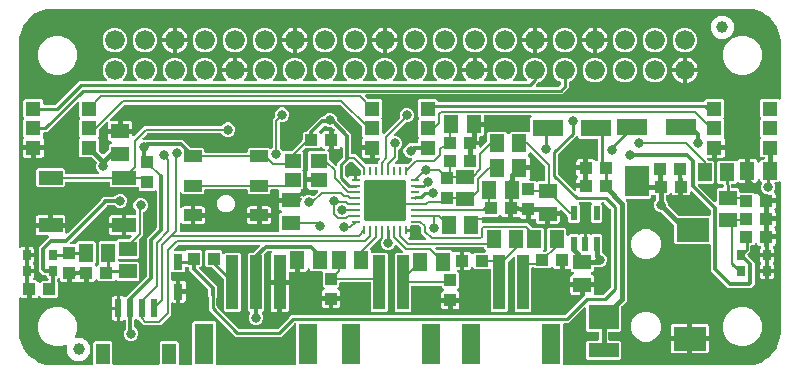
<source format=gbr>
G04 EAGLE Gerber RS-274X export*
G75*
%MOMM*%
%FSLAX34Y34*%
%LPD*%
%INTop Copper*%
%IPPOS*%
%AMOC8*
5,1,8,0,0,1.08239X$1,22.5*%
G01*
%ADD10C,1.676400*%
%ADD11C,1.000000*%
%ADD12R,1.500000X1.240000*%
%ADD13R,1.240000X1.500000*%
%ADD14R,2.000000X1.200000*%
%ADD15R,1.300000X1.200000*%
%ADD16C,0.350000*%
%ADD17R,0.250000X0.800000*%
%ADD18R,0.800000X0.250000*%
%ADD19R,2.600000X1.400000*%
%ADD20R,0.660000X0.900000*%
%ADD21R,0.550000X1.200000*%
%ADD22R,1.000000X1.075000*%
%ADD23R,1.300000X1.500000*%
%ADD24R,1.000000X4.600000*%
%ADD25R,1.600000X3.400000*%
%ADD26R,1.500000X1.000000*%
%ADD27R,1.400000X1.200000*%
%ADD28R,1.075000X1.000000*%
%ADD29R,0.800000X1.350000*%
%ADD30R,0.600000X1.550000*%
%ADD31R,1.200000X1.800000*%
%ADD32R,2.700000X2.000000*%
%ADD33R,2.800000X2.000000*%
%ADD34R,2.000000X2.500000*%
%ADD35R,2.600000X2.000000*%
%ADD36R,2.600000X1.200000*%
%ADD37C,0.254000*%
%ADD38C,0.800100*%
%ADD39C,0.203200*%
%ADD40C,0.406400*%
%ADD41C,0.304800*%
%ADD42C,0.906400*%
%ADD43C,0.806400*%

G36*
X64610Y2549D02*
X64610Y2549D01*
X64668Y2547D01*
X64750Y2569D01*
X64834Y2581D01*
X64887Y2604D01*
X64943Y2619D01*
X65016Y2662D01*
X65093Y2697D01*
X65138Y2735D01*
X65188Y2764D01*
X65246Y2826D01*
X65310Y2880D01*
X65342Y2929D01*
X65382Y2972D01*
X65421Y3047D01*
X65468Y3117D01*
X65485Y3173D01*
X65512Y3225D01*
X65523Y3293D01*
X65553Y3388D01*
X65556Y3488D01*
X65567Y3556D01*
X65567Y21382D01*
X66758Y22573D01*
X80442Y22573D01*
X81633Y21382D01*
X81633Y3556D01*
X81641Y3498D01*
X81639Y3440D01*
X81661Y3358D01*
X81673Y3274D01*
X81696Y3221D01*
X81711Y3165D01*
X81754Y3092D01*
X81789Y3015D01*
X81827Y2970D01*
X81856Y2920D01*
X81918Y2862D01*
X81972Y2798D01*
X82021Y2766D01*
X82064Y2726D01*
X82139Y2687D01*
X82209Y2640D01*
X82265Y2623D01*
X82317Y2596D01*
X82385Y2585D01*
X82480Y2555D01*
X82580Y2552D01*
X82648Y2541D01*
X120552Y2541D01*
X120610Y2549D01*
X120668Y2547D01*
X120750Y2569D01*
X120834Y2581D01*
X120887Y2604D01*
X120943Y2619D01*
X121016Y2662D01*
X121093Y2697D01*
X121138Y2735D01*
X121188Y2764D01*
X121246Y2826D01*
X121310Y2880D01*
X121342Y2929D01*
X121382Y2972D01*
X121421Y3047D01*
X121468Y3117D01*
X121485Y3173D01*
X121512Y3225D01*
X121523Y3293D01*
X121553Y3388D01*
X121556Y3488D01*
X121567Y3556D01*
X121567Y21382D01*
X122758Y22573D01*
X136442Y22573D01*
X137633Y21382D01*
X137633Y3556D01*
X137641Y3498D01*
X137639Y3440D01*
X137661Y3358D01*
X137673Y3274D01*
X137696Y3221D01*
X137711Y3165D01*
X137754Y3092D01*
X137789Y3015D01*
X137827Y2970D01*
X137856Y2920D01*
X137918Y2862D01*
X137972Y2798D01*
X138021Y2766D01*
X138064Y2726D01*
X138139Y2687D01*
X138209Y2640D01*
X138265Y2623D01*
X138317Y2596D01*
X138385Y2585D01*
X138480Y2555D01*
X138580Y2552D01*
X138648Y2541D01*
X148152Y2541D01*
X148210Y2549D01*
X148268Y2547D01*
X148350Y2569D01*
X148434Y2581D01*
X148487Y2604D01*
X148543Y2619D01*
X148616Y2662D01*
X148693Y2697D01*
X148738Y2735D01*
X148788Y2764D01*
X148846Y2826D01*
X148910Y2880D01*
X148942Y2929D01*
X148982Y2972D01*
X149021Y3047D01*
X149068Y3117D01*
X149085Y3173D01*
X149112Y3225D01*
X149123Y3293D01*
X149153Y3388D01*
X149156Y3488D01*
X149167Y3556D01*
X149167Y38562D01*
X150358Y39753D01*
X168042Y39753D01*
X169233Y38562D01*
X169233Y3556D01*
X169241Y3498D01*
X169239Y3440D01*
X169261Y3358D01*
X169273Y3274D01*
X169296Y3221D01*
X169311Y3165D01*
X169354Y3092D01*
X169389Y3015D01*
X169427Y2970D01*
X169456Y2920D01*
X169518Y2862D01*
X169572Y2798D01*
X169621Y2766D01*
X169664Y2726D01*
X169739Y2687D01*
X169809Y2640D01*
X169865Y2623D01*
X169917Y2596D01*
X169985Y2585D01*
X170080Y2555D01*
X170180Y2552D01*
X170248Y2541D01*
X236152Y2541D01*
X236210Y2549D01*
X236268Y2547D01*
X236350Y2569D01*
X236434Y2581D01*
X236487Y2604D01*
X236543Y2619D01*
X236616Y2662D01*
X236693Y2697D01*
X236738Y2735D01*
X236788Y2764D01*
X236846Y2826D01*
X236910Y2880D01*
X236942Y2929D01*
X236982Y2972D01*
X237021Y3047D01*
X237068Y3117D01*
X237085Y3173D01*
X237112Y3225D01*
X237123Y3293D01*
X237153Y3388D01*
X237156Y3488D01*
X237167Y3556D01*
X237167Y36957D01*
X237159Y37015D01*
X237161Y37073D01*
X237139Y37155D01*
X237127Y37239D01*
X237104Y37292D01*
X237089Y37348D01*
X237046Y37421D01*
X237011Y37498D01*
X236973Y37543D01*
X236944Y37593D01*
X236882Y37651D01*
X236828Y37715D01*
X236779Y37747D01*
X236736Y37787D01*
X236661Y37826D01*
X236591Y37873D01*
X236535Y37890D01*
X236483Y37917D01*
X236415Y37928D01*
X236320Y37958D01*
X236237Y37960D01*
X236214Y37966D01*
X236192Y37966D01*
X236152Y37972D01*
X236104Y37972D01*
X236053Y37965D01*
X236036Y37966D01*
X236014Y37960D01*
X235930Y37957D01*
X235877Y37940D01*
X235822Y37932D01*
X235742Y37897D01*
X235659Y37870D01*
X235620Y37842D01*
X235563Y37816D01*
X235449Y37720D01*
X235386Y37675D01*
X226485Y28774D01*
X224253Y26542D01*
X185957Y26542D01*
X163067Y49432D01*
X163067Y59447D01*
X163060Y59497D01*
X163061Y59511D01*
X163055Y59531D01*
X163055Y59534D01*
X163052Y59621D01*
X163035Y59674D01*
X163027Y59729D01*
X162992Y59809D01*
X162965Y59892D01*
X162937Y59931D01*
X162911Y59988D01*
X162815Y60101D01*
X162813Y60104D01*
X162813Y66051D01*
X162801Y66138D01*
X162798Y66225D01*
X162781Y66278D01*
X162773Y66333D01*
X162738Y66413D01*
X162711Y66496D01*
X162683Y66535D01*
X162657Y66592D01*
X162561Y66705D01*
X162516Y66769D01*
X146693Y82592D01*
X146693Y84662D01*
X146685Y84720D01*
X146687Y84778D01*
X146665Y84860D01*
X146653Y84944D01*
X146630Y84997D01*
X146615Y85053D01*
X146572Y85126D01*
X146537Y85203D01*
X146499Y85248D01*
X146470Y85298D01*
X146408Y85356D01*
X146354Y85420D01*
X146305Y85452D01*
X146262Y85492D01*
X146187Y85531D01*
X146117Y85578D01*
X146061Y85595D01*
X146009Y85622D01*
X145941Y85633D01*
X145846Y85663D01*
X145746Y85666D01*
X145678Y85677D01*
X144208Y85677D01*
X144150Y85669D01*
X144092Y85671D01*
X144010Y85649D01*
X143926Y85637D01*
X143873Y85614D01*
X143817Y85599D01*
X143744Y85556D01*
X143667Y85521D01*
X143622Y85483D01*
X143572Y85454D01*
X143514Y85392D01*
X143450Y85338D01*
X143418Y85289D01*
X143378Y85246D01*
X143339Y85171D01*
X143292Y85101D01*
X143275Y85045D01*
X143248Y84993D01*
X143237Y84925D01*
X143207Y84830D01*
X143204Y84730D01*
X143193Y84662D01*
X143193Y82578D01*
X142002Y81387D01*
X132334Y81387D01*
X132276Y81379D01*
X132218Y81381D01*
X132136Y81359D01*
X132052Y81347D01*
X131999Y81324D01*
X131943Y81309D01*
X131870Y81266D01*
X131793Y81231D01*
X131748Y81193D01*
X131698Y81164D01*
X131640Y81102D01*
X131576Y81048D01*
X131544Y80999D01*
X131504Y80956D01*
X131465Y80881D01*
X131418Y80811D01*
X131401Y80755D01*
X131374Y80703D01*
X131363Y80635D01*
X131333Y80540D01*
X131330Y80440D01*
X131319Y80372D01*
X131319Y74980D01*
X131326Y74932D01*
X131323Y74883D01*
X131345Y74792D01*
X131359Y74699D01*
X131378Y74654D01*
X131390Y74607D01*
X131436Y74525D01*
X131475Y74439D01*
X131506Y74402D01*
X131530Y74359D01*
X131598Y74294D01*
X131658Y74222D01*
X131699Y74195D01*
X131734Y74161D01*
X131817Y74117D01*
X131895Y74065D01*
X131942Y74050D01*
X131985Y74027D01*
X132077Y74007D01*
X132166Y73979D01*
X132215Y73978D01*
X132263Y73967D01*
X132337Y73974D01*
X132450Y73972D01*
X132534Y73993D01*
X132597Y73999D01*
X132826Y74061D01*
X135161Y74061D01*
X135161Y65754D01*
X135169Y65696D01*
X135167Y65638D01*
X135189Y65556D01*
X135201Y65473D01*
X135224Y65419D01*
X135239Y65363D01*
X135282Y65290D01*
X135317Y65213D01*
X135355Y65169D01*
X135384Y65118D01*
X135446Y65061D01*
X135500Y64996D01*
X135549Y64964D01*
X135592Y64924D01*
X135667Y64885D01*
X135737Y64839D01*
X135793Y64821D01*
X135845Y64794D01*
X135913Y64783D01*
X135955Y64770D01*
X135894Y64761D01*
X135841Y64737D01*
X135785Y64723D01*
X135712Y64679D01*
X135635Y64645D01*
X135590Y64607D01*
X135540Y64577D01*
X135482Y64516D01*
X135418Y64461D01*
X135386Y64413D01*
X135346Y64370D01*
X135307Y64295D01*
X135260Y64225D01*
X135243Y64169D01*
X135216Y64117D01*
X135205Y64049D01*
X135175Y63954D01*
X135172Y63854D01*
X135161Y63786D01*
X135161Y55479D01*
X132826Y55479D01*
X132597Y55541D01*
X132548Y55546D01*
X132502Y55561D01*
X132408Y55564D01*
X132315Y55575D01*
X132266Y55567D01*
X132218Y55568D01*
X132127Y55545D01*
X132034Y55530D01*
X131990Y55509D01*
X131943Y55497D01*
X131862Y55449D01*
X131777Y55409D01*
X131740Y55376D01*
X131698Y55351D01*
X131634Y55283D01*
X131563Y55221D01*
X131537Y55180D01*
X131504Y55144D01*
X131461Y55060D01*
X131410Y54981D01*
X131396Y54934D01*
X131374Y54891D01*
X131362Y54818D01*
X131330Y54709D01*
X131329Y54622D01*
X131319Y54560D01*
X131319Y45092D01*
X122548Y36321D01*
X107957Y36321D01*
X103819Y40460D01*
X103749Y40512D01*
X103685Y40572D01*
X103635Y40598D01*
X103591Y40631D01*
X103510Y40662D01*
X103432Y40702D01*
X103384Y40710D01*
X103326Y40732D01*
X103178Y40744D01*
X103101Y40757D01*
X102758Y40757D01*
X102318Y41197D01*
X102271Y41232D01*
X102231Y41275D01*
X102158Y41318D01*
X102091Y41368D01*
X102036Y41389D01*
X101986Y41419D01*
X101904Y41440D01*
X101825Y41470D01*
X101767Y41474D01*
X101710Y41489D01*
X101626Y41486D01*
X101542Y41493D01*
X101484Y41482D01*
X101426Y41480D01*
X101346Y41454D01*
X101263Y41437D01*
X101211Y41410D01*
X101155Y41392D01*
X101099Y41352D01*
X101011Y41306D01*
X100938Y41237D01*
X100882Y41197D01*
X100454Y40769D01*
X100402Y40699D01*
X100342Y40636D01*
X100316Y40586D01*
X100283Y40542D01*
X100252Y40460D01*
X100212Y40383D01*
X100204Y40335D01*
X100182Y40276D01*
X100170Y40129D01*
X100157Y40051D01*
X100157Y35161D01*
X100169Y35074D01*
X100172Y34987D01*
X100189Y34934D01*
X100197Y34880D01*
X100232Y34800D01*
X100259Y34717D01*
X100287Y34677D01*
X100313Y34620D01*
X100409Y34507D01*
X100454Y34443D01*
X102270Y32628D01*
X103188Y30410D01*
X103188Y28010D01*
X102270Y25792D01*
X100573Y24095D01*
X98355Y23177D01*
X95955Y23177D01*
X93737Y24095D01*
X92040Y25792D01*
X91122Y28010D01*
X91122Y30410D01*
X92040Y32628D01*
X92746Y33333D01*
X92798Y33403D01*
X92858Y33467D01*
X92884Y33516D01*
X92917Y33560D01*
X92948Y33642D01*
X92988Y33720D01*
X92996Y33768D01*
X93018Y33826D01*
X93030Y33974D01*
X93043Y34051D01*
X93043Y40051D01*
X93031Y40138D01*
X93028Y40225D01*
X93011Y40278D01*
X93003Y40333D01*
X92968Y40413D01*
X92941Y40496D01*
X92913Y40535D01*
X92887Y40592D01*
X92792Y40705D01*
X92746Y40769D01*
X92677Y40838D01*
X92630Y40873D01*
X92590Y40916D01*
X92562Y40932D01*
X92559Y40935D01*
X92543Y40943D01*
X92517Y40958D01*
X92450Y41009D01*
X92395Y41030D01*
X92345Y41060D01*
X92263Y41080D01*
X92184Y41110D01*
X92126Y41115D01*
X92069Y41130D01*
X91985Y41127D01*
X91901Y41134D01*
X91844Y41122D01*
X91785Y41121D01*
X91705Y41095D01*
X91622Y41078D01*
X91570Y41051D01*
X91515Y41033D01*
X91458Y40993D01*
X91370Y40947D01*
X91298Y40878D01*
X91241Y40838D01*
X91160Y40757D01*
X90581Y40422D01*
X89934Y40249D01*
X88099Y40249D01*
X88099Y50056D01*
X88091Y50114D01*
X88093Y50172D01*
X88071Y50254D01*
X88059Y50337D01*
X88036Y50391D01*
X88021Y50447D01*
X87978Y50520D01*
X87969Y50539D01*
X88000Y50585D01*
X88017Y50641D01*
X88044Y50693D01*
X88055Y50761D01*
X88085Y50856D01*
X88088Y50956D01*
X88099Y51024D01*
X88099Y60831D01*
X89934Y60831D01*
X90581Y60658D01*
X91160Y60323D01*
X91241Y60242D01*
X91288Y60207D01*
X91328Y60164D01*
X91401Y60122D01*
X91468Y60071D01*
X91523Y60050D01*
X91574Y60020D01*
X91655Y60000D01*
X91734Y59970D01*
X91792Y59965D01*
X91849Y59950D01*
X91933Y59953D01*
X92017Y59946D01*
X92075Y59958D01*
X92133Y59959D01*
X92213Y59985D01*
X92296Y60002D01*
X92348Y60029D01*
X92404Y60047D01*
X92460Y60087D01*
X92548Y60133D01*
X92621Y60202D01*
X92677Y60242D01*
X92758Y60323D01*
X93312Y60323D01*
X93399Y60335D01*
X93486Y60338D01*
X93539Y60355D01*
X93594Y60363D01*
X93674Y60398D01*
X93757Y60425D01*
X93796Y60453D01*
X93853Y60479D01*
X93966Y60575D01*
X94030Y60620D01*
X110526Y77116D01*
X110578Y77186D01*
X110638Y77250D01*
X110664Y77299D01*
X110697Y77343D01*
X110728Y77425D01*
X110768Y77503D01*
X110776Y77550D01*
X110798Y77609D01*
X110810Y77756D01*
X110823Y77834D01*
X110823Y110138D01*
X118701Y118016D01*
X118753Y118086D01*
X118813Y118150D01*
X118839Y118199D01*
X118872Y118243D01*
X118903Y118325D01*
X118943Y118403D01*
X118951Y118450D01*
X118973Y118509D01*
X118985Y118656D01*
X118998Y118734D01*
X118998Y149408D01*
X118994Y149437D01*
X118997Y149466D01*
X118974Y149577D01*
X118958Y149689D01*
X118946Y149716D01*
X118941Y149745D01*
X118888Y149845D01*
X118842Y149948D01*
X118823Y149971D01*
X118810Y149997D01*
X118732Y150079D01*
X118659Y150165D01*
X118634Y150182D01*
X118614Y150203D01*
X118516Y150260D01*
X118422Y150323D01*
X118394Y150332D01*
X118369Y150347D01*
X118259Y150375D01*
X118151Y150409D01*
X118121Y150410D01*
X118093Y150417D01*
X117980Y150413D01*
X117867Y150416D01*
X117838Y150409D01*
X117809Y150408D01*
X117701Y150373D01*
X117592Y150344D01*
X117566Y150329D01*
X117538Y150320D01*
X117474Y150275D01*
X117347Y150199D01*
X117304Y150153D01*
X117265Y150125D01*
X116967Y149827D01*
X105283Y149827D01*
X104092Y151018D01*
X104092Y152412D01*
X104088Y152441D01*
X104091Y152470D01*
X104068Y152581D01*
X104052Y152693D01*
X104040Y152720D01*
X104035Y152749D01*
X103982Y152849D01*
X103936Y152952D01*
X103917Y152975D01*
X103904Y153001D01*
X103826Y153083D01*
X103753Y153169D01*
X103728Y153186D01*
X103708Y153207D01*
X103610Y153264D01*
X103516Y153327D01*
X103488Y153336D01*
X103463Y153351D01*
X103353Y153379D01*
X103245Y153413D01*
X103215Y153414D01*
X103187Y153421D01*
X103074Y153417D01*
X102961Y153420D01*
X102932Y153413D01*
X102903Y153412D01*
X102795Y153377D01*
X102686Y153348D01*
X102660Y153333D01*
X102632Y153324D01*
X102568Y153279D01*
X102441Y153203D01*
X102398Y153157D01*
X102359Y153129D01*
X102167Y152937D01*
X80483Y152937D01*
X79292Y154128D01*
X79292Y156906D01*
X79285Y156957D01*
X79286Y156975D01*
X79284Y156979D01*
X79286Y157022D01*
X79264Y157104D01*
X79252Y157188D01*
X79229Y157241D01*
X79214Y157297D01*
X79171Y157370D01*
X79136Y157447D01*
X79098Y157492D01*
X79069Y157542D01*
X79007Y157600D01*
X78953Y157664D01*
X78904Y157696D01*
X78861Y157736D01*
X78786Y157775D01*
X78716Y157822D01*
X78660Y157839D01*
X78608Y157866D01*
X78540Y157877D01*
X78445Y157907D01*
X78345Y157910D01*
X78277Y157921D01*
X42373Y157921D01*
X42315Y157913D01*
X42257Y157915D01*
X42175Y157893D01*
X42091Y157881D01*
X42038Y157858D01*
X41982Y157843D01*
X41909Y157800D01*
X41832Y157765D01*
X41787Y157727D01*
X41737Y157698D01*
X41679Y157636D01*
X41615Y157582D01*
X41583Y157533D01*
X41543Y157490D01*
X41504Y157415D01*
X41457Y157345D01*
X41440Y157289D01*
X41413Y157237D01*
X41402Y157169D01*
X41372Y157074D01*
X41369Y156974D01*
X41358Y156906D01*
X41358Y154128D01*
X40167Y152937D01*
X18483Y152937D01*
X17292Y154128D01*
X17292Y167812D01*
X18483Y169003D01*
X40167Y169003D01*
X41358Y167812D01*
X41358Y165034D01*
X41366Y164976D01*
X41364Y164918D01*
X41386Y164836D01*
X41398Y164752D01*
X41421Y164699D01*
X41436Y164643D01*
X41479Y164570D01*
X41514Y164493D01*
X41552Y164448D01*
X41581Y164398D01*
X41643Y164340D01*
X41697Y164276D01*
X41746Y164244D01*
X41789Y164204D01*
X41864Y164165D01*
X41934Y164118D01*
X41990Y164101D01*
X42042Y164074D01*
X42110Y164063D01*
X42205Y164033D01*
X42305Y164030D01*
X42373Y164019D01*
X69473Y164019D01*
X69502Y164023D01*
X69531Y164020D01*
X69642Y164043D01*
X69754Y164059D01*
X69781Y164071D01*
X69810Y164076D01*
X69911Y164129D01*
X70014Y164175D01*
X70036Y164194D01*
X70062Y164207D01*
X70144Y164285D01*
X70231Y164358D01*
X70247Y164383D01*
X70268Y164403D01*
X70326Y164501D01*
X70388Y164595D01*
X70397Y164623D01*
X70412Y164648D01*
X70440Y164758D01*
X70474Y164866D01*
X70475Y164896D01*
X70482Y164924D01*
X70479Y165037D01*
X70482Y165150D01*
X70474Y165179D01*
X70473Y165208D01*
X70438Y165316D01*
X70410Y165425D01*
X70395Y165451D01*
X70386Y165479D01*
X70340Y165543D01*
X70264Y165670D01*
X70219Y165713D01*
X70191Y165752D01*
X68545Y167397D01*
X67627Y169615D01*
X67627Y172015D01*
X68219Y173446D01*
X68220Y173447D01*
X68221Y173449D01*
X68253Y173577D01*
X68290Y173721D01*
X68290Y173723D01*
X68291Y173724D01*
X68286Y173865D01*
X68282Y174005D01*
X68282Y174007D01*
X68282Y174008D01*
X68239Y174141D01*
X68196Y174276D01*
X68195Y174277D01*
X68194Y174279D01*
X68186Y174291D01*
X68037Y174512D01*
X68014Y174532D01*
X67999Y174552D01*
X64182Y178370D01*
X64112Y178422D01*
X64048Y178482D01*
X63999Y178508D01*
X63954Y178541D01*
X63873Y178572D01*
X63795Y178612D01*
X63747Y178620D01*
X63689Y178642D01*
X63541Y178654D01*
X63464Y178667D01*
X54258Y178667D01*
X53067Y179858D01*
X53067Y193542D01*
X53757Y194232D01*
X53793Y194279D01*
X53835Y194319D01*
X53878Y194392D01*
X53928Y194459D01*
X53949Y194514D01*
X53979Y194564D01*
X53999Y194646D01*
X54030Y194725D01*
X54034Y194783D01*
X54049Y194840D01*
X54046Y194924D01*
X54053Y195008D01*
X54042Y195066D01*
X54040Y195124D01*
X54014Y195204D01*
X53997Y195287D01*
X53970Y195339D01*
X53952Y195395D01*
X53912Y195451D01*
X53866Y195539D01*
X53797Y195612D01*
X53757Y195668D01*
X53067Y196358D01*
X53067Y210042D01*
X53757Y210732D01*
X53792Y210779D01*
X53835Y210819D01*
X53878Y210892D01*
X53928Y210959D01*
X53949Y211014D01*
X53979Y211064D01*
X54000Y211146D01*
X54030Y211225D01*
X54034Y211283D01*
X54049Y211340D01*
X54046Y211424D01*
X54053Y211508D01*
X54042Y211566D01*
X54040Y211624D01*
X54014Y211704D01*
X53997Y211787D01*
X53970Y211839D01*
X53952Y211895D01*
X53912Y211951D01*
X53866Y212039D01*
X53798Y212112D01*
X53757Y212168D01*
X53067Y212858D01*
X53067Y224380D01*
X53063Y224410D01*
X53066Y224439D01*
X53043Y224550D01*
X53027Y224662D01*
X53015Y224689D01*
X53010Y224717D01*
X52958Y224818D01*
X52911Y224921D01*
X52892Y224944D01*
X52879Y224970D01*
X52801Y225052D01*
X52728Y225138D01*
X52703Y225155D01*
X52683Y225176D01*
X52585Y225233D01*
X52491Y225296D01*
X52463Y225305D01*
X52438Y225320D01*
X52328Y225348D01*
X52220Y225382D01*
X52190Y225383D01*
X52162Y225390D01*
X52049Y225386D01*
X51936Y225389D01*
X51907Y225382D01*
X51878Y225381D01*
X51770Y225346D01*
X51661Y225317D01*
X51635Y225302D01*
X51607Y225293D01*
X51544Y225248D01*
X51416Y225172D01*
X51373Y225126D01*
X51334Y225098D01*
X26133Y199897D01*
X24148Y199897D01*
X24090Y199889D01*
X24032Y199891D01*
X23950Y199869D01*
X23866Y199857D01*
X23813Y199834D01*
X23757Y199819D01*
X23684Y199776D01*
X23607Y199741D01*
X23562Y199703D01*
X23512Y199674D01*
X23454Y199612D01*
X23390Y199558D01*
X23358Y199509D01*
X23318Y199466D01*
X23279Y199391D01*
X23232Y199321D01*
X23215Y199265D01*
X23188Y199213D01*
X23177Y199145D01*
X23147Y199050D01*
X23144Y198950D01*
X23133Y198882D01*
X23133Y196358D01*
X22802Y196027D01*
X22767Y195980D01*
X22724Y195940D01*
X22681Y195867D01*
X22631Y195800D01*
X22610Y195745D01*
X22580Y195695D01*
X22560Y195613D01*
X22530Y195534D01*
X22525Y195476D01*
X22510Y195419D01*
X22513Y195335D01*
X22506Y195251D01*
X22518Y195194D01*
X22519Y195135D01*
X22545Y195055D01*
X22562Y194972D01*
X22589Y194920D01*
X22607Y194865D01*
X22647Y194808D01*
X22693Y194720D01*
X22762Y194648D01*
X22802Y194591D01*
X23133Y194260D01*
X23468Y193681D01*
X23641Y193034D01*
X23641Y188731D01*
X15616Y188731D01*
X15558Y188723D01*
X15500Y188724D01*
X15418Y188703D01*
X15335Y188691D01*
X15281Y188667D01*
X15225Y188653D01*
X15152Y188610D01*
X15075Y188575D01*
X15031Y188537D01*
X14980Y188507D01*
X14923Y188446D01*
X14858Y188391D01*
X14826Y188343D01*
X14786Y188300D01*
X14747Y188225D01*
X14701Y188155D01*
X14683Y188099D01*
X14656Y188047D01*
X14645Y187979D01*
X14615Y187884D01*
X14612Y187784D01*
X14601Y187716D01*
X14601Y186699D01*
X14599Y186699D01*
X14599Y187716D01*
X14591Y187774D01*
X14592Y187832D01*
X14571Y187914D01*
X14559Y187997D01*
X14535Y188051D01*
X14521Y188107D01*
X14478Y188180D01*
X14443Y188257D01*
X14405Y188301D01*
X14375Y188352D01*
X14314Y188409D01*
X14259Y188474D01*
X14211Y188506D01*
X14168Y188546D01*
X14093Y188585D01*
X14023Y188631D01*
X13967Y188649D01*
X13915Y188676D01*
X13847Y188687D01*
X13752Y188717D01*
X13652Y188720D01*
X13584Y188731D01*
X5559Y188731D01*
X5559Y193034D01*
X5732Y193681D01*
X6067Y194260D01*
X6398Y194591D01*
X6433Y194638D01*
X6476Y194678D01*
X6518Y194751D01*
X6569Y194818D01*
X6590Y194873D01*
X6620Y194924D01*
X6640Y195005D01*
X6670Y195084D01*
X6675Y195143D01*
X6690Y195199D01*
X6687Y195283D01*
X6694Y195367D01*
X6682Y195425D01*
X6681Y195483D01*
X6655Y195564D01*
X6638Y195646D01*
X6611Y195698D01*
X6593Y195754D01*
X6553Y195810D01*
X6507Y195898D01*
X6438Y195971D01*
X6398Y196027D01*
X6067Y196358D01*
X6067Y210042D01*
X6757Y210732D01*
X6792Y210779D01*
X6835Y210819D01*
X6878Y210892D01*
X6928Y210959D01*
X6949Y211014D01*
X6979Y211064D01*
X7000Y211146D01*
X7030Y211225D01*
X7034Y211283D01*
X7049Y211340D01*
X7046Y211424D01*
X7053Y211508D01*
X7042Y211566D01*
X7040Y211624D01*
X7014Y211704D01*
X6997Y211787D01*
X6970Y211839D01*
X6952Y211895D01*
X6912Y211951D01*
X6866Y212039D01*
X6798Y212112D01*
X6757Y212168D01*
X6067Y212858D01*
X6067Y226542D01*
X7258Y227733D01*
X21942Y227733D01*
X23133Y226542D01*
X23133Y224018D01*
X23141Y223960D01*
X23139Y223902D01*
X23161Y223820D01*
X23173Y223736D01*
X23196Y223683D01*
X23211Y223627D01*
X23254Y223554D01*
X23289Y223477D01*
X23327Y223432D01*
X23356Y223382D01*
X23418Y223324D01*
X23472Y223260D01*
X23521Y223228D01*
X23564Y223188D01*
X23639Y223149D01*
X23709Y223102D01*
X23765Y223085D01*
X23817Y223058D01*
X23885Y223047D01*
X23980Y223017D01*
X24080Y223014D01*
X24148Y223003D01*
X33011Y223003D01*
X33097Y223015D01*
X33185Y223018D01*
X33237Y223035D01*
X33292Y223043D01*
X33372Y223078D01*
X33455Y223105D01*
X33494Y223133D01*
X33552Y223159D01*
X33665Y223255D01*
X33728Y223300D01*
X51021Y240593D01*
X53253Y242825D01*
X75996Y242825D01*
X76025Y242829D01*
X76054Y242826D01*
X76165Y242849D01*
X76277Y242865D01*
X76304Y242877D01*
X76333Y242882D01*
X76433Y242935D01*
X76536Y242981D01*
X76559Y243000D01*
X76585Y243013D01*
X76667Y243091D01*
X76753Y243164D01*
X76770Y243189D01*
X76791Y243209D01*
X76848Y243307D01*
X76911Y243401D01*
X76920Y243429D01*
X76935Y243454D01*
X76963Y243564D01*
X76997Y243672D01*
X76998Y243702D01*
X77005Y243730D01*
X77001Y243843D01*
X77004Y243956D01*
X76997Y243985D01*
X76996Y244014D01*
X76961Y244122D01*
X76932Y244231D01*
X76917Y244257D01*
X76908Y244285D01*
X76863Y244348D01*
X76787Y244476D01*
X76741Y244519D01*
X76713Y244558D01*
X74871Y246401D01*
X73285Y250228D01*
X73285Y254372D01*
X74871Y258200D01*
X77800Y261129D01*
X81628Y262715D01*
X85772Y262715D01*
X89600Y261129D01*
X92529Y258200D01*
X94115Y254372D01*
X94115Y250228D01*
X92529Y246401D01*
X90687Y244558D01*
X90669Y244534D01*
X90647Y244515D01*
X90584Y244421D01*
X90516Y244331D01*
X90505Y244303D01*
X90489Y244279D01*
X90455Y244171D01*
X90414Y244065D01*
X90412Y244036D01*
X90403Y244008D01*
X90400Y243894D01*
X90391Y243782D01*
X90397Y243753D01*
X90396Y243724D01*
X90424Y243614D01*
X90447Y243503D01*
X90460Y243477D01*
X90468Y243449D01*
X90526Y243351D01*
X90578Y243251D01*
X90598Y243229D01*
X90613Y243204D01*
X90695Y243127D01*
X90774Y243045D01*
X90799Y243030D01*
X90820Y243010D01*
X90921Y242958D01*
X91019Y242901D01*
X91047Y242894D01*
X91073Y242880D01*
X91151Y242867D01*
X91294Y242831D01*
X91357Y242833D01*
X91404Y242825D01*
X101396Y242825D01*
X101425Y242829D01*
X101454Y242826D01*
X101565Y242849D01*
X101677Y242865D01*
X101704Y242877D01*
X101733Y242882D01*
X101833Y242935D01*
X101936Y242981D01*
X101959Y243000D01*
X101985Y243013D01*
X102067Y243091D01*
X102153Y243164D01*
X102170Y243189D01*
X102191Y243209D01*
X102248Y243307D01*
X102311Y243401D01*
X102320Y243429D01*
X102335Y243454D01*
X102363Y243564D01*
X102397Y243672D01*
X102398Y243702D01*
X102405Y243730D01*
X102401Y243843D01*
X102404Y243956D01*
X102397Y243985D01*
X102396Y244014D01*
X102361Y244122D01*
X102332Y244231D01*
X102317Y244257D01*
X102308Y244285D01*
X102263Y244348D01*
X102187Y244476D01*
X102141Y244519D01*
X102113Y244558D01*
X100271Y246401D01*
X98685Y250228D01*
X98685Y254372D01*
X100271Y258200D01*
X103200Y261129D01*
X107028Y262715D01*
X111172Y262715D01*
X115000Y261129D01*
X117929Y258200D01*
X119515Y254372D01*
X119515Y250228D01*
X117929Y246401D01*
X116087Y244558D01*
X116069Y244534D01*
X116047Y244515D01*
X115984Y244421D01*
X115916Y244331D01*
X115905Y244303D01*
X115889Y244279D01*
X115855Y244171D01*
X115814Y244065D01*
X115812Y244036D01*
X115803Y244008D01*
X115800Y243894D01*
X115791Y243782D01*
X115797Y243753D01*
X115796Y243724D01*
X115824Y243614D01*
X115847Y243503D01*
X115860Y243477D01*
X115868Y243449D01*
X115926Y243351D01*
X115978Y243251D01*
X115998Y243229D01*
X116013Y243204D01*
X116095Y243127D01*
X116174Y243045D01*
X116199Y243030D01*
X116220Y243010D01*
X116321Y242958D01*
X116419Y242901D01*
X116447Y242894D01*
X116473Y242880D01*
X116551Y242867D01*
X116694Y242831D01*
X116757Y242833D01*
X116804Y242825D01*
X126796Y242825D01*
X126825Y242829D01*
X126854Y242826D01*
X126965Y242849D01*
X127077Y242865D01*
X127104Y242877D01*
X127133Y242882D01*
X127233Y242935D01*
X127336Y242981D01*
X127359Y243000D01*
X127385Y243013D01*
X127467Y243091D01*
X127553Y243164D01*
X127570Y243189D01*
X127591Y243209D01*
X127648Y243307D01*
X127711Y243401D01*
X127720Y243429D01*
X127735Y243454D01*
X127763Y243564D01*
X127797Y243672D01*
X127798Y243702D01*
X127805Y243730D01*
X127801Y243843D01*
X127804Y243956D01*
X127797Y243985D01*
X127796Y244014D01*
X127761Y244122D01*
X127732Y244231D01*
X127717Y244257D01*
X127708Y244285D01*
X127663Y244348D01*
X127587Y244476D01*
X127541Y244519D01*
X127513Y244558D01*
X125671Y246401D01*
X124085Y250228D01*
X124085Y254372D01*
X125671Y258200D01*
X128600Y261129D01*
X132428Y262715D01*
X136572Y262715D01*
X140400Y261129D01*
X143329Y258200D01*
X144915Y254372D01*
X144915Y250228D01*
X143329Y246401D01*
X141487Y244558D01*
X141469Y244534D01*
X141447Y244515D01*
X141384Y244421D01*
X141316Y244331D01*
X141305Y244303D01*
X141289Y244279D01*
X141255Y244171D01*
X141214Y244065D01*
X141212Y244036D01*
X141203Y244008D01*
X141200Y243894D01*
X141191Y243782D01*
X141197Y243753D01*
X141196Y243724D01*
X141224Y243614D01*
X141247Y243503D01*
X141260Y243477D01*
X141268Y243449D01*
X141326Y243351D01*
X141378Y243251D01*
X141398Y243229D01*
X141413Y243204D01*
X141495Y243127D01*
X141574Y243045D01*
X141599Y243030D01*
X141620Y243010D01*
X141721Y242958D01*
X141819Y242901D01*
X141847Y242894D01*
X141873Y242880D01*
X141951Y242867D01*
X142094Y242831D01*
X142157Y242833D01*
X142204Y242825D01*
X152196Y242825D01*
X152225Y242829D01*
X152254Y242826D01*
X152365Y242849D01*
X152477Y242865D01*
X152504Y242877D01*
X152533Y242882D01*
X152633Y242935D01*
X152736Y242981D01*
X152759Y243000D01*
X152785Y243013D01*
X152867Y243091D01*
X152953Y243164D01*
X152970Y243189D01*
X152991Y243209D01*
X153048Y243307D01*
X153111Y243401D01*
X153120Y243429D01*
X153135Y243454D01*
X153163Y243564D01*
X153197Y243672D01*
X153198Y243702D01*
X153205Y243730D01*
X153201Y243843D01*
X153204Y243956D01*
X153197Y243985D01*
X153196Y244014D01*
X153161Y244122D01*
X153132Y244231D01*
X153117Y244257D01*
X153108Y244285D01*
X153063Y244348D01*
X152987Y244476D01*
X152941Y244519D01*
X152913Y244558D01*
X151071Y246401D01*
X149485Y250228D01*
X149485Y254372D01*
X151071Y258200D01*
X154000Y261129D01*
X157828Y262715D01*
X161972Y262715D01*
X165800Y261129D01*
X168729Y258200D01*
X170315Y254372D01*
X170315Y250228D01*
X168729Y246401D01*
X166887Y244558D01*
X166869Y244534D01*
X166847Y244515D01*
X166784Y244421D01*
X166716Y244331D01*
X166705Y244303D01*
X166689Y244279D01*
X166655Y244171D01*
X166614Y244065D01*
X166612Y244036D01*
X166603Y244008D01*
X166600Y243894D01*
X166591Y243782D01*
X166597Y243753D01*
X166596Y243724D01*
X166624Y243614D01*
X166647Y243503D01*
X166660Y243477D01*
X166668Y243449D01*
X166726Y243351D01*
X166778Y243251D01*
X166798Y243229D01*
X166813Y243204D01*
X166895Y243127D01*
X166974Y243045D01*
X166999Y243030D01*
X167020Y243010D01*
X167121Y242958D01*
X167219Y242901D01*
X167247Y242894D01*
X167273Y242880D01*
X167351Y242867D01*
X167494Y242831D01*
X167557Y242833D01*
X167604Y242825D01*
X176877Y242825D01*
X176906Y242829D01*
X176935Y242826D01*
X177047Y242849D01*
X177159Y242865D01*
X177185Y242877D01*
X177214Y242882D01*
X177315Y242935D01*
X177418Y242981D01*
X177440Y243000D01*
X177467Y243013D01*
X177549Y243091D01*
X177635Y243164D01*
X177651Y243189D01*
X177673Y243209D01*
X177730Y243307D01*
X177793Y243401D01*
X177802Y243429D01*
X177816Y243454D01*
X177844Y243564D01*
X177878Y243672D01*
X177879Y243702D01*
X177886Y243730D01*
X177883Y243843D01*
X177886Y243956D01*
X177878Y243985D01*
X177877Y244014D01*
X177842Y244122D01*
X177814Y244231D01*
X177799Y244257D01*
X177790Y244285D01*
X177744Y244349D01*
X177669Y244476D01*
X177623Y244519D01*
X177595Y244558D01*
X176969Y245184D01*
X175958Y246575D01*
X175178Y248107D01*
X174646Y249742D01*
X174563Y250269D01*
X184284Y250269D01*
X184342Y250277D01*
X184400Y250275D01*
X184482Y250297D01*
X184565Y250309D01*
X184619Y250333D01*
X184675Y250347D01*
X184748Y250390D01*
X184825Y250425D01*
X184869Y250463D01*
X184920Y250493D01*
X184977Y250554D01*
X185042Y250609D01*
X185074Y250657D01*
X185114Y250700D01*
X185153Y250775D01*
X185199Y250845D01*
X185217Y250901D01*
X185244Y250953D01*
X185255Y251021D01*
X185285Y251116D01*
X185288Y251216D01*
X185299Y251284D01*
X185299Y252301D01*
X185301Y252301D01*
X185301Y251284D01*
X185309Y251226D01*
X185308Y251168D01*
X185329Y251086D01*
X185341Y251003D01*
X185365Y250949D01*
X185379Y250893D01*
X185422Y250820D01*
X185457Y250743D01*
X185495Y250698D01*
X185525Y250648D01*
X185586Y250590D01*
X185641Y250526D01*
X185689Y250494D01*
X185732Y250454D01*
X185807Y250415D01*
X185877Y250369D01*
X185933Y250351D01*
X185985Y250324D01*
X186053Y250313D01*
X186148Y250283D01*
X186248Y250280D01*
X186316Y250269D01*
X196037Y250269D01*
X195954Y249742D01*
X195422Y248107D01*
X194642Y246575D01*
X193631Y245184D01*
X193005Y244558D01*
X192987Y244534D01*
X192965Y244515D01*
X192902Y244421D01*
X192834Y244331D01*
X192824Y244303D01*
X192807Y244279D01*
X192773Y244171D01*
X192733Y244065D01*
X192730Y244036D01*
X192722Y244008D01*
X192719Y243894D01*
X192709Y243782D01*
X192715Y243753D01*
X192714Y243724D01*
X192743Y243614D01*
X192765Y243503D01*
X192779Y243477D01*
X192786Y243449D01*
X192844Y243351D01*
X192896Y243251D01*
X192916Y243229D01*
X192931Y243204D01*
X193014Y243127D01*
X193092Y243045D01*
X193117Y243030D01*
X193139Y243010D01*
X193240Y242958D01*
X193337Y242901D01*
X193366Y242894D01*
X193392Y242880D01*
X193469Y242867D01*
X193613Y242831D01*
X193675Y242833D01*
X193723Y242825D01*
X202996Y242825D01*
X203025Y242829D01*
X203054Y242826D01*
X203165Y242849D01*
X203277Y242865D01*
X203304Y242877D01*
X203333Y242882D01*
X203433Y242935D01*
X203536Y242981D01*
X203559Y243000D01*
X203585Y243013D01*
X203667Y243091D01*
X203753Y243164D01*
X203770Y243189D01*
X203791Y243209D01*
X203848Y243307D01*
X203911Y243401D01*
X203920Y243429D01*
X203935Y243454D01*
X203963Y243564D01*
X203997Y243672D01*
X203998Y243702D01*
X204005Y243730D01*
X204001Y243843D01*
X204004Y243956D01*
X203997Y243985D01*
X203996Y244014D01*
X203961Y244122D01*
X203932Y244231D01*
X203917Y244257D01*
X203908Y244285D01*
X203863Y244348D01*
X203787Y244476D01*
X203741Y244519D01*
X203713Y244558D01*
X201871Y246401D01*
X200285Y250228D01*
X200285Y254372D01*
X201871Y258200D01*
X204800Y261129D01*
X208628Y262715D01*
X212772Y262715D01*
X216600Y261129D01*
X219529Y258200D01*
X221115Y254372D01*
X221115Y250228D01*
X219529Y246401D01*
X217687Y244558D01*
X217669Y244534D01*
X217647Y244515D01*
X217584Y244421D01*
X217516Y244331D01*
X217505Y244303D01*
X217489Y244279D01*
X217455Y244171D01*
X217414Y244065D01*
X217412Y244036D01*
X217403Y244008D01*
X217400Y243894D01*
X217391Y243782D01*
X217397Y243753D01*
X217396Y243724D01*
X217424Y243614D01*
X217447Y243503D01*
X217460Y243477D01*
X217468Y243449D01*
X217526Y243351D01*
X217578Y243251D01*
X217598Y243229D01*
X217613Y243204D01*
X217695Y243127D01*
X217774Y243045D01*
X217799Y243030D01*
X217820Y243010D01*
X217921Y242958D01*
X218019Y242901D01*
X218047Y242894D01*
X218073Y242880D01*
X218151Y242867D01*
X218294Y242831D01*
X218357Y242833D01*
X218404Y242825D01*
X228396Y242825D01*
X228425Y242829D01*
X228454Y242826D01*
X228565Y242849D01*
X228677Y242865D01*
X228704Y242877D01*
X228733Y242882D01*
X228833Y242935D01*
X228936Y242981D01*
X228959Y243000D01*
X228985Y243013D01*
X229067Y243091D01*
X229153Y243164D01*
X229170Y243189D01*
X229191Y243209D01*
X229248Y243307D01*
X229311Y243401D01*
X229320Y243429D01*
X229335Y243454D01*
X229363Y243564D01*
X229397Y243672D01*
X229398Y243702D01*
X229405Y243730D01*
X229401Y243843D01*
X229404Y243956D01*
X229397Y243985D01*
X229396Y244014D01*
X229361Y244122D01*
X229332Y244231D01*
X229317Y244257D01*
X229308Y244285D01*
X229263Y244348D01*
X229187Y244476D01*
X229141Y244519D01*
X229113Y244558D01*
X227271Y246401D01*
X225685Y250228D01*
X225685Y254372D01*
X227271Y258200D01*
X230200Y261129D01*
X234028Y262715D01*
X238172Y262715D01*
X242000Y261129D01*
X244929Y258200D01*
X246515Y254372D01*
X246515Y250228D01*
X244929Y246401D01*
X243087Y244558D01*
X243069Y244534D01*
X243047Y244515D01*
X242984Y244421D01*
X242916Y244331D01*
X242905Y244303D01*
X242889Y244279D01*
X242855Y244171D01*
X242814Y244065D01*
X242812Y244036D01*
X242803Y244008D01*
X242800Y243894D01*
X242791Y243782D01*
X242797Y243753D01*
X242796Y243724D01*
X242824Y243614D01*
X242847Y243503D01*
X242860Y243477D01*
X242868Y243449D01*
X242926Y243351D01*
X242978Y243251D01*
X242998Y243229D01*
X243013Y243204D01*
X243095Y243127D01*
X243174Y243045D01*
X243199Y243030D01*
X243220Y243010D01*
X243321Y242958D01*
X243419Y242901D01*
X243447Y242894D01*
X243473Y242880D01*
X243551Y242867D01*
X243694Y242831D01*
X243757Y242833D01*
X243804Y242825D01*
X253796Y242825D01*
X253825Y242829D01*
X253854Y242826D01*
X253965Y242849D01*
X254077Y242865D01*
X254104Y242877D01*
X254133Y242882D01*
X254233Y242935D01*
X254336Y242981D01*
X254359Y243000D01*
X254385Y243013D01*
X254467Y243091D01*
X254553Y243164D01*
X254570Y243189D01*
X254591Y243209D01*
X254648Y243307D01*
X254711Y243401D01*
X254720Y243429D01*
X254735Y243454D01*
X254763Y243564D01*
X254797Y243672D01*
X254798Y243702D01*
X254805Y243730D01*
X254801Y243843D01*
X254804Y243956D01*
X254797Y243985D01*
X254796Y244014D01*
X254761Y244122D01*
X254732Y244231D01*
X254717Y244257D01*
X254708Y244285D01*
X254663Y244348D01*
X254587Y244476D01*
X254541Y244519D01*
X254513Y244558D01*
X252671Y246401D01*
X251085Y250228D01*
X251085Y254372D01*
X252671Y258200D01*
X255600Y261129D01*
X259428Y262715D01*
X263572Y262715D01*
X267400Y261129D01*
X270329Y258200D01*
X271915Y254372D01*
X271915Y250228D01*
X270329Y246401D01*
X268487Y244558D01*
X268469Y244534D01*
X268447Y244515D01*
X268384Y244421D01*
X268316Y244331D01*
X268305Y244303D01*
X268289Y244279D01*
X268255Y244171D01*
X268214Y244065D01*
X268212Y244036D01*
X268203Y244008D01*
X268200Y243894D01*
X268191Y243782D01*
X268197Y243753D01*
X268196Y243724D01*
X268224Y243614D01*
X268247Y243503D01*
X268260Y243477D01*
X268268Y243449D01*
X268326Y243351D01*
X268378Y243251D01*
X268398Y243229D01*
X268413Y243204D01*
X268495Y243127D01*
X268574Y243045D01*
X268599Y243030D01*
X268620Y243010D01*
X268721Y242958D01*
X268819Y242901D01*
X268847Y242894D01*
X268873Y242880D01*
X268951Y242867D01*
X269094Y242831D01*
X269157Y242833D01*
X269204Y242825D01*
X279196Y242825D01*
X279225Y242829D01*
X279254Y242826D01*
X279365Y242849D01*
X279477Y242865D01*
X279504Y242877D01*
X279533Y242882D01*
X279633Y242935D01*
X279736Y242981D01*
X279759Y243000D01*
X279785Y243013D01*
X279867Y243091D01*
X279953Y243164D01*
X279970Y243189D01*
X279991Y243209D01*
X280048Y243307D01*
X280111Y243401D01*
X280120Y243429D01*
X280135Y243454D01*
X280163Y243564D01*
X280197Y243672D01*
X280198Y243702D01*
X280205Y243730D01*
X280201Y243843D01*
X280204Y243956D01*
X280197Y243985D01*
X280196Y244014D01*
X280161Y244122D01*
X280132Y244231D01*
X280117Y244257D01*
X280108Y244285D01*
X280063Y244348D01*
X279987Y244476D01*
X279941Y244519D01*
X279913Y244558D01*
X278071Y246401D01*
X276485Y250228D01*
X276485Y254372D01*
X278071Y258200D01*
X281000Y261129D01*
X284828Y262715D01*
X288972Y262715D01*
X292800Y261129D01*
X295729Y258200D01*
X297315Y254372D01*
X297315Y250228D01*
X295729Y246401D01*
X293887Y244558D01*
X293869Y244534D01*
X293847Y244515D01*
X293784Y244421D01*
X293716Y244331D01*
X293705Y244303D01*
X293689Y244279D01*
X293655Y244171D01*
X293614Y244065D01*
X293612Y244036D01*
X293603Y244008D01*
X293600Y243894D01*
X293591Y243782D01*
X293597Y243753D01*
X293596Y243724D01*
X293624Y243614D01*
X293647Y243503D01*
X293660Y243477D01*
X293668Y243449D01*
X293726Y243351D01*
X293778Y243251D01*
X293798Y243229D01*
X293813Y243204D01*
X293895Y243127D01*
X293974Y243045D01*
X293999Y243030D01*
X294020Y243010D01*
X294121Y242958D01*
X294219Y242901D01*
X294247Y242894D01*
X294273Y242880D01*
X294351Y242867D01*
X294494Y242831D01*
X294557Y242833D01*
X294604Y242825D01*
X304596Y242825D01*
X304625Y242829D01*
X304654Y242826D01*
X304765Y242849D01*
X304877Y242865D01*
X304904Y242877D01*
X304933Y242882D01*
X305033Y242935D01*
X305136Y242981D01*
X305159Y243000D01*
X305185Y243013D01*
X305267Y243091D01*
X305353Y243164D01*
X305370Y243189D01*
X305391Y243209D01*
X305448Y243307D01*
X305511Y243401D01*
X305520Y243429D01*
X305535Y243454D01*
X305563Y243564D01*
X305597Y243672D01*
X305598Y243702D01*
X305605Y243730D01*
X305601Y243843D01*
X305604Y243956D01*
X305597Y243985D01*
X305596Y244014D01*
X305561Y244122D01*
X305532Y244231D01*
X305517Y244257D01*
X305508Y244285D01*
X305463Y244348D01*
X305387Y244476D01*
X305341Y244519D01*
X305313Y244558D01*
X303471Y246401D01*
X301885Y250228D01*
X301885Y254372D01*
X303471Y258200D01*
X306400Y261129D01*
X310228Y262715D01*
X314372Y262715D01*
X318200Y261129D01*
X321129Y258200D01*
X322715Y254372D01*
X322715Y250228D01*
X321129Y246401D01*
X319287Y244558D01*
X319269Y244534D01*
X319247Y244515D01*
X319184Y244421D01*
X319116Y244331D01*
X319105Y244303D01*
X319089Y244279D01*
X319055Y244171D01*
X319014Y244065D01*
X319012Y244036D01*
X319003Y244008D01*
X319000Y243894D01*
X318991Y243782D01*
X318997Y243753D01*
X318996Y243724D01*
X319024Y243614D01*
X319047Y243503D01*
X319060Y243477D01*
X319068Y243449D01*
X319126Y243351D01*
X319178Y243251D01*
X319198Y243229D01*
X319213Y243204D01*
X319295Y243127D01*
X319374Y243045D01*
X319399Y243030D01*
X319420Y243010D01*
X319521Y242958D01*
X319619Y242901D01*
X319647Y242894D01*
X319673Y242880D01*
X319751Y242867D01*
X319894Y242831D01*
X319957Y242833D01*
X320004Y242825D01*
X329996Y242825D01*
X330025Y242829D01*
X330054Y242826D01*
X330165Y242849D01*
X330277Y242865D01*
X330304Y242877D01*
X330333Y242882D01*
X330433Y242935D01*
X330536Y242981D01*
X330559Y243000D01*
X330585Y243013D01*
X330667Y243091D01*
X330753Y243164D01*
X330770Y243189D01*
X330791Y243209D01*
X330848Y243307D01*
X330911Y243401D01*
X330920Y243429D01*
X330935Y243454D01*
X330963Y243564D01*
X330997Y243672D01*
X330998Y243702D01*
X331005Y243730D01*
X331001Y243843D01*
X331004Y243956D01*
X330997Y243985D01*
X330996Y244014D01*
X330961Y244122D01*
X330932Y244231D01*
X330917Y244257D01*
X330908Y244285D01*
X330863Y244348D01*
X330787Y244476D01*
X330741Y244519D01*
X330713Y244558D01*
X328871Y246401D01*
X327285Y250228D01*
X327285Y254372D01*
X328871Y258200D01*
X331800Y261129D01*
X335628Y262715D01*
X339772Y262715D01*
X343600Y261129D01*
X346529Y258200D01*
X348115Y254372D01*
X348115Y250228D01*
X346529Y246401D01*
X344687Y244558D01*
X344669Y244534D01*
X344647Y244515D01*
X344584Y244421D01*
X344516Y244331D01*
X344505Y244303D01*
X344489Y244279D01*
X344455Y244171D01*
X344414Y244065D01*
X344412Y244036D01*
X344403Y244008D01*
X344400Y243894D01*
X344391Y243782D01*
X344397Y243753D01*
X344396Y243724D01*
X344424Y243614D01*
X344447Y243503D01*
X344460Y243477D01*
X344468Y243449D01*
X344526Y243351D01*
X344578Y243251D01*
X344598Y243229D01*
X344613Y243204D01*
X344695Y243127D01*
X344774Y243045D01*
X344799Y243030D01*
X344820Y243010D01*
X344921Y242958D01*
X345019Y242901D01*
X345047Y242894D01*
X345073Y242880D01*
X345151Y242867D01*
X345294Y242831D01*
X345357Y242833D01*
X345404Y242825D01*
X355396Y242825D01*
X355425Y242829D01*
X355454Y242826D01*
X355565Y242849D01*
X355677Y242865D01*
X355704Y242877D01*
X355733Y242882D01*
X355833Y242935D01*
X355936Y242981D01*
X355959Y243000D01*
X355985Y243013D01*
X356067Y243091D01*
X356153Y243164D01*
X356170Y243189D01*
X356191Y243209D01*
X356248Y243307D01*
X356311Y243401D01*
X356320Y243429D01*
X356335Y243454D01*
X356363Y243564D01*
X356397Y243672D01*
X356398Y243702D01*
X356405Y243730D01*
X356401Y243843D01*
X356404Y243956D01*
X356397Y243985D01*
X356396Y244014D01*
X356361Y244122D01*
X356332Y244231D01*
X356317Y244257D01*
X356308Y244285D01*
X356263Y244348D01*
X356187Y244476D01*
X356141Y244519D01*
X356113Y244558D01*
X354271Y246401D01*
X352685Y250228D01*
X352685Y254372D01*
X354271Y258200D01*
X357200Y261129D01*
X361028Y262715D01*
X365172Y262715D01*
X369000Y261129D01*
X371929Y258200D01*
X373515Y254372D01*
X373515Y250228D01*
X371929Y246401D01*
X370087Y244558D01*
X370069Y244534D01*
X370047Y244515D01*
X369984Y244421D01*
X369916Y244331D01*
X369905Y244303D01*
X369889Y244279D01*
X369855Y244171D01*
X369814Y244065D01*
X369812Y244036D01*
X369803Y244008D01*
X369800Y243894D01*
X369791Y243782D01*
X369797Y243753D01*
X369796Y243724D01*
X369824Y243614D01*
X369847Y243503D01*
X369860Y243477D01*
X369868Y243449D01*
X369926Y243351D01*
X369978Y243251D01*
X369998Y243229D01*
X370013Y243204D01*
X370095Y243127D01*
X370174Y243045D01*
X370199Y243030D01*
X370220Y243010D01*
X370321Y242958D01*
X370419Y242901D01*
X370447Y242894D01*
X370473Y242880D01*
X370551Y242867D01*
X370694Y242831D01*
X370757Y242833D01*
X370804Y242825D01*
X380077Y242825D01*
X380106Y242829D01*
X380135Y242826D01*
X380247Y242849D01*
X380359Y242865D01*
X380385Y242877D01*
X380414Y242882D01*
X380515Y242935D01*
X380618Y242981D01*
X380640Y243000D01*
X380667Y243013D01*
X380749Y243091D01*
X380835Y243164D01*
X380851Y243189D01*
X380873Y243209D01*
X380930Y243307D01*
X380993Y243401D01*
X381002Y243429D01*
X381016Y243454D01*
X381044Y243564D01*
X381078Y243672D01*
X381079Y243702D01*
X381086Y243730D01*
X381083Y243843D01*
X381086Y243956D01*
X381078Y243985D01*
X381077Y244014D01*
X381042Y244122D01*
X381014Y244231D01*
X380999Y244257D01*
X380990Y244285D01*
X380944Y244349D01*
X380869Y244476D01*
X380823Y244519D01*
X380795Y244558D01*
X380169Y245184D01*
X379158Y246575D01*
X378378Y248107D01*
X377846Y249742D01*
X377763Y250269D01*
X387484Y250269D01*
X387542Y250277D01*
X387600Y250275D01*
X387682Y250297D01*
X387765Y250309D01*
X387819Y250333D01*
X387875Y250347D01*
X387948Y250390D01*
X388025Y250425D01*
X388069Y250463D01*
X388120Y250493D01*
X388177Y250554D01*
X388242Y250609D01*
X388274Y250657D01*
X388314Y250700D01*
X388353Y250775D01*
X388399Y250845D01*
X388417Y250901D01*
X388444Y250953D01*
X388455Y251021D01*
X388485Y251116D01*
X388488Y251216D01*
X388499Y251284D01*
X388499Y252301D01*
X388501Y252301D01*
X388501Y251284D01*
X388509Y251226D01*
X388508Y251168D01*
X388529Y251086D01*
X388541Y251003D01*
X388565Y250949D01*
X388579Y250893D01*
X388622Y250820D01*
X388657Y250743D01*
X388695Y250698D01*
X388725Y250648D01*
X388786Y250590D01*
X388841Y250526D01*
X388889Y250494D01*
X388932Y250454D01*
X389007Y250415D01*
X389077Y250369D01*
X389133Y250351D01*
X389185Y250324D01*
X389253Y250313D01*
X389348Y250283D01*
X389448Y250280D01*
X389516Y250269D01*
X399237Y250269D01*
X399154Y249742D01*
X398622Y248107D01*
X397842Y246575D01*
X396831Y245184D01*
X396205Y244558D01*
X396187Y244534D01*
X396165Y244515D01*
X396102Y244421D01*
X396034Y244331D01*
X396024Y244303D01*
X396007Y244279D01*
X395973Y244171D01*
X395933Y244065D01*
X395930Y244036D01*
X395922Y244008D01*
X395919Y243894D01*
X395909Y243782D01*
X395915Y243753D01*
X395914Y243724D01*
X395943Y243614D01*
X395965Y243503D01*
X395979Y243477D01*
X395986Y243449D01*
X396044Y243351D01*
X396096Y243251D01*
X396116Y243229D01*
X396131Y243204D01*
X396214Y243127D01*
X396292Y243045D01*
X396317Y243030D01*
X396339Y243010D01*
X396440Y242958D01*
X396537Y242901D01*
X396566Y242894D01*
X396592Y242880D01*
X396669Y242867D01*
X396813Y242831D01*
X396875Y242833D01*
X396923Y242825D01*
X406196Y242825D01*
X406225Y242829D01*
X406254Y242826D01*
X406365Y242849D01*
X406477Y242865D01*
X406504Y242877D01*
X406533Y242882D01*
X406633Y242935D01*
X406736Y242981D01*
X406759Y243000D01*
X406785Y243013D01*
X406867Y243091D01*
X406953Y243164D01*
X406970Y243189D01*
X406991Y243209D01*
X407048Y243307D01*
X407111Y243401D01*
X407120Y243429D01*
X407135Y243454D01*
X407163Y243564D01*
X407197Y243672D01*
X407198Y243702D01*
X407205Y243730D01*
X407201Y243843D01*
X407204Y243956D01*
X407197Y243985D01*
X407196Y244014D01*
X407161Y244122D01*
X407132Y244231D01*
X407117Y244257D01*
X407108Y244285D01*
X407063Y244348D01*
X406987Y244476D01*
X406941Y244519D01*
X406913Y244558D01*
X405071Y246401D01*
X403485Y250228D01*
X403485Y254372D01*
X405071Y258200D01*
X408000Y261129D01*
X411828Y262715D01*
X415972Y262715D01*
X419800Y261129D01*
X422729Y258200D01*
X424315Y254372D01*
X424315Y250228D01*
X422729Y246401D01*
X420887Y244558D01*
X420869Y244534D01*
X420847Y244515D01*
X420784Y244421D01*
X420716Y244331D01*
X420705Y244303D01*
X420689Y244279D01*
X420655Y244171D01*
X420614Y244065D01*
X420612Y244036D01*
X420603Y244008D01*
X420600Y243894D01*
X420591Y243782D01*
X420597Y243753D01*
X420596Y243724D01*
X420624Y243614D01*
X420647Y243503D01*
X420660Y243477D01*
X420668Y243449D01*
X420726Y243351D01*
X420778Y243251D01*
X420798Y243229D01*
X420813Y243204D01*
X420895Y243127D01*
X420974Y243045D01*
X420999Y243030D01*
X421020Y243010D01*
X421121Y242958D01*
X421219Y242901D01*
X421247Y242894D01*
X421273Y242880D01*
X421351Y242867D01*
X421494Y242831D01*
X421557Y242833D01*
X421604Y242825D01*
X431596Y242825D01*
X431625Y242829D01*
X431654Y242826D01*
X431765Y242849D01*
X431877Y242865D01*
X431904Y242877D01*
X431933Y242882D01*
X432033Y242935D01*
X432136Y242981D01*
X432159Y243000D01*
X432185Y243013D01*
X432267Y243091D01*
X432353Y243164D01*
X432370Y243189D01*
X432391Y243209D01*
X432448Y243307D01*
X432511Y243401D01*
X432520Y243429D01*
X432535Y243454D01*
X432563Y243564D01*
X432597Y243672D01*
X432598Y243702D01*
X432605Y243730D01*
X432601Y243843D01*
X432604Y243956D01*
X432597Y243985D01*
X432596Y244014D01*
X432561Y244122D01*
X432532Y244231D01*
X432517Y244257D01*
X432508Y244285D01*
X432463Y244348D01*
X432387Y244476D01*
X432341Y244519D01*
X432313Y244558D01*
X430471Y246401D01*
X428885Y250228D01*
X428885Y254372D01*
X430471Y258200D01*
X433400Y261129D01*
X437228Y262715D01*
X441372Y262715D01*
X445200Y261129D01*
X448129Y258200D01*
X449715Y254372D01*
X449715Y250228D01*
X448129Y246400D01*
X445200Y243471D01*
X442863Y242503D01*
X442837Y242487D01*
X442807Y242478D01*
X442743Y242432D01*
X442618Y242359D01*
X442574Y242312D01*
X442534Y242283D01*
X440371Y240120D01*
X440237Y239986D01*
X440219Y239962D01*
X440197Y239943D01*
X440134Y239849D01*
X440066Y239759D01*
X440055Y239731D01*
X440039Y239707D01*
X440005Y239599D01*
X439965Y239493D01*
X439962Y239464D01*
X439953Y239436D01*
X439950Y239322D01*
X439941Y239210D01*
X439947Y239181D01*
X439946Y239152D01*
X439975Y239042D01*
X439997Y238931D01*
X440010Y238905D01*
X440018Y238877D01*
X440076Y238779D01*
X440128Y238679D01*
X440148Y238657D01*
X440163Y238632D01*
X440246Y238555D01*
X440324Y238473D01*
X440349Y238458D01*
X440370Y238438D01*
X440471Y238386D01*
X440569Y238329D01*
X440597Y238322D01*
X440623Y238308D01*
X440701Y238295D01*
X440844Y238259D01*
X440907Y238261D01*
X440955Y238253D01*
X459221Y238253D01*
X459308Y238265D01*
X459395Y238268D01*
X459448Y238285D01*
X459503Y238293D01*
X459583Y238328D01*
X459666Y238355D01*
X459705Y238383D01*
X459762Y238409D01*
X459876Y238505D01*
X459939Y238550D01*
X461100Y239711D01*
X461152Y239780D01*
X461212Y239844D01*
X461238Y239894D01*
X461271Y239938D01*
X461302Y240020D01*
X461342Y240098D01*
X461350Y240145D01*
X461372Y240204D01*
X461384Y240351D01*
X461397Y240429D01*
X461397Y241717D01*
X461397Y241718D01*
X461397Y241720D01*
X461377Y241860D01*
X461357Y241998D01*
X461357Y242000D01*
X461357Y242001D01*
X461300Y242127D01*
X461241Y242258D01*
X461240Y242259D01*
X461239Y242260D01*
X461148Y242368D01*
X461058Y242475D01*
X461056Y242476D01*
X461055Y242477D01*
X461042Y242485D01*
X460821Y242632D01*
X460792Y242642D01*
X460771Y242655D01*
X458800Y243471D01*
X455871Y246400D01*
X454285Y250228D01*
X454285Y254372D01*
X455871Y258200D01*
X458800Y261129D01*
X462628Y262715D01*
X466772Y262715D01*
X470600Y261129D01*
X473529Y258200D01*
X475115Y254372D01*
X475115Y250228D01*
X473529Y246400D01*
X470600Y243471D01*
X468629Y242655D01*
X468628Y242654D01*
X468627Y242654D01*
X468508Y242583D01*
X468385Y242510D01*
X468384Y242509D01*
X468382Y242508D01*
X468285Y242404D01*
X468189Y242304D01*
X468189Y242302D01*
X468188Y242301D01*
X468123Y242175D01*
X468059Y242051D01*
X468059Y242049D01*
X468058Y242048D01*
X468056Y242033D01*
X468004Y241772D01*
X468007Y241741D01*
X468003Y241717D01*
X468003Y237272D01*
X462378Y231647D01*
X296435Y231647D01*
X296406Y231643D01*
X296377Y231646D01*
X296266Y231623D01*
X296154Y231607D01*
X296127Y231595D01*
X296098Y231590D01*
X295998Y231537D01*
X295894Y231491D01*
X295872Y231472D01*
X295846Y231459D01*
X295764Y231381D01*
X295677Y231308D01*
X295661Y231283D01*
X295640Y231263D01*
X295583Y231165D01*
X295520Y231071D01*
X295511Y231043D01*
X295496Y231018D01*
X295468Y230908D01*
X295434Y230800D01*
X295433Y230770D01*
X295426Y230742D01*
X295430Y230629D01*
X295427Y230516D01*
X295434Y230487D01*
X295435Y230458D01*
X295470Y230350D01*
X295499Y230241D01*
X295514Y230215D01*
X295523Y230187D01*
X295568Y230124D01*
X295644Y229996D01*
X295689Y229953D01*
X295717Y229914D01*
X297601Y228030D01*
X297671Y227978D01*
X297735Y227918D01*
X297785Y227892D01*
X297829Y227859D01*
X297910Y227828D01*
X297988Y227788D01*
X298036Y227780D01*
X298094Y227758D01*
X298242Y227746D01*
X298319Y227733D01*
X308962Y227733D01*
X310153Y226542D01*
X310153Y212858D01*
X309463Y212168D01*
X309427Y212121D01*
X309385Y212081D01*
X309342Y212008D01*
X309292Y211941D01*
X309271Y211886D01*
X309241Y211836D01*
X309221Y211754D01*
X309190Y211675D01*
X309186Y211617D01*
X309171Y211560D01*
X309174Y211476D01*
X309167Y211392D01*
X309178Y211334D01*
X309180Y211276D01*
X309206Y211196D01*
X309223Y211113D01*
X309250Y211061D01*
X309268Y211005D01*
X309308Y210949D01*
X309354Y210861D01*
X309423Y210788D01*
X309463Y210732D01*
X310153Y210042D01*
X310153Y199248D01*
X310157Y199219D01*
X310154Y199190D01*
X310177Y199079D01*
X310193Y198967D01*
X310205Y198940D01*
X310210Y198911D01*
X310262Y198811D01*
X310309Y198708D01*
X310328Y198685D01*
X310341Y198659D01*
X310419Y198577D01*
X310492Y198491D01*
X310517Y198474D01*
X310537Y198453D01*
X310635Y198396D01*
X310729Y198333D01*
X310757Y198324D01*
X310782Y198309D01*
X310892Y198281D01*
X311000Y198247D01*
X311030Y198246D01*
X311058Y198239D01*
X311171Y198243D01*
X311284Y198240D01*
X311313Y198247D01*
X311342Y198248D01*
X311450Y198283D01*
X311559Y198312D01*
X311585Y198327D01*
X311613Y198336D01*
X311676Y198381D01*
X311804Y198457D01*
X311847Y198503D01*
X311886Y198531D01*
X324717Y211362D01*
X324718Y211363D01*
X324719Y211364D01*
X324804Y211477D01*
X324888Y211589D01*
X324889Y211590D01*
X324889Y211592D01*
X324939Y211722D01*
X324989Y211855D01*
X324989Y211856D01*
X324990Y211858D01*
X325001Y211996D01*
X325013Y212138D01*
X325012Y212139D01*
X325013Y212141D01*
X325009Y212156D01*
X324957Y212417D01*
X324943Y212444D01*
X324937Y212468D01*
X324802Y212795D01*
X324802Y215195D01*
X325720Y217413D01*
X327417Y219110D01*
X329635Y220028D01*
X332035Y220028D01*
X334253Y219110D01*
X335950Y217413D01*
X336868Y215195D01*
X336868Y212795D01*
X335950Y210577D01*
X334253Y208880D01*
X332035Y207962D01*
X330361Y207962D01*
X330274Y207950D01*
X330187Y207947D01*
X330134Y207930D01*
X330079Y207922D01*
X329999Y207886D01*
X329916Y207859D01*
X329877Y207831D01*
X329820Y207806D01*
X329707Y207710D01*
X329643Y207664D01*
X320245Y198266D01*
X320227Y198243D01*
X320205Y198224D01*
X320142Y198130D01*
X320074Y198039D01*
X320063Y198012D01*
X320047Y197987D01*
X320013Y197879D01*
X319973Y197774D01*
X319970Y197744D01*
X319961Y197716D01*
X319958Y197603D01*
X319949Y197490D01*
X319955Y197462D01*
X319954Y197432D01*
X319983Y197323D01*
X320005Y197211D01*
X320019Y197185D01*
X320026Y197157D01*
X320084Y197060D01*
X320136Y196959D01*
X320156Y196938D01*
X320171Y196913D01*
X320254Y196835D01*
X320332Y196753D01*
X320357Y196738D01*
X320378Y196718D01*
X320479Y196667D01*
X320577Y196609D01*
X320605Y196602D01*
X320632Y196589D01*
X320709Y196576D01*
X320853Y196539D01*
X320915Y196541D01*
X320963Y196533D01*
X321875Y196533D01*
X324093Y195615D01*
X325790Y193918D01*
X326708Y191700D01*
X326708Y189300D01*
X325790Y187082D01*
X324021Y185314D01*
X323969Y185244D01*
X323909Y185180D01*
X323883Y185131D01*
X323850Y185087D01*
X323819Y185005D01*
X323779Y184927D01*
X323771Y184879D01*
X323749Y184821D01*
X323737Y184673D01*
X323724Y184596D01*
X323724Y177172D01*
X320922Y174371D01*
X320905Y174347D01*
X320882Y174328D01*
X320820Y174234D01*
X320752Y174144D01*
X320741Y174116D01*
X320725Y174092D01*
X320691Y173984D01*
X320650Y173878D01*
X320648Y173849D01*
X320639Y173821D01*
X320636Y173707D01*
X320627Y173595D01*
X320632Y173566D01*
X320632Y173537D01*
X320660Y173427D01*
X320683Y173316D01*
X320696Y173290D01*
X320704Y173262D01*
X320761Y173164D01*
X320814Y173064D01*
X320834Y173042D01*
X320849Y173017D01*
X320931Y172940D01*
X321009Y172858D01*
X321035Y172843D01*
X321056Y172823D01*
X321157Y172771D01*
X321255Y172714D01*
X321283Y172707D01*
X321309Y172693D01*
X321387Y172680D01*
X321530Y172644D01*
X321593Y172646D01*
X321640Y172638D01*
X331221Y172638D01*
X331307Y172650D01*
X331395Y172653D01*
X331447Y172670D01*
X331502Y172678D01*
X331582Y172713D01*
X331665Y172740D01*
X331704Y172768D01*
X331762Y172794D01*
X331875Y172890D01*
X331939Y172935D01*
X335229Y176225D01*
X335387Y176384D01*
X335405Y176407D01*
X335427Y176426D01*
X335490Y176520D01*
X335558Y176611D01*
X335568Y176638D01*
X335585Y176663D01*
X335619Y176771D01*
X335659Y176876D01*
X335662Y176906D01*
X335670Y176934D01*
X335673Y177047D01*
X335683Y177160D01*
X335677Y177189D01*
X335678Y177218D01*
X335649Y177327D01*
X335627Y177438D01*
X335613Y177465D01*
X335606Y177493D01*
X335548Y177590D01*
X335496Y177691D01*
X335476Y177712D01*
X335461Y177737D01*
X335378Y177815D01*
X335300Y177897D01*
X335275Y177912D01*
X335253Y177932D01*
X335153Y177983D01*
X335055Y178041D01*
X335026Y178048D01*
X335000Y178061D01*
X334923Y178074D01*
X334779Y178111D01*
X334717Y178109D01*
X334669Y178117D01*
X332810Y178117D01*
X330592Y179035D01*
X328895Y180732D01*
X327977Y182950D01*
X327977Y185350D01*
X328895Y187568D01*
X330592Y189265D01*
X332810Y190183D01*
X334593Y190183D01*
X334679Y190195D01*
X334767Y190198D01*
X334819Y190215D01*
X334874Y190223D01*
X334949Y190257D01*
X339072Y190257D01*
X339130Y190265D01*
X339188Y190263D01*
X339270Y190285D01*
X339354Y190297D01*
X339407Y190320D01*
X339463Y190335D01*
X339536Y190378D01*
X339613Y190413D01*
X339658Y190451D01*
X339708Y190480D01*
X339766Y190542D01*
X339830Y190596D01*
X339862Y190645D01*
X339902Y190688D01*
X339941Y190763D01*
X339988Y190833D01*
X340005Y190889D01*
X340032Y190941D01*
X340043Y191009D01*
X340073Y191104D01*
X340076Y191204D01*
X340087Y191272D01*
X340087Y193542D01*
X340777Y194232D01*
X340812Y194279D01*
X340855Y194319D01*
X340898Y194392D01*
X340948Y194459D01*
X340969Y194514D01*
X340999Y194564D01*
X341020Y194646D01*
X341050Y194725D01*
X341054Y194783D01*
X341069Y194840D01*
X341066Y194924D01*
X341073Y195008D01*
X341062Y195066D01*
X341060Y195124D01*
X341034Y195204D01*
X341017Y195287D01*
X340990Y195339D01*
X340972Y195395D01*
X340932Y195451D01*
X340886Y195539D01*
X340818Y195612D01*
X340777Y195668D01*
X340087Y196358D01*
X340087Y210042D01*
X340777Y210732D01*
X340813Y210779D01*
X340855Y210819D01*
X340898Y210892D01*
X340948Y210959D01*
X340969Y211014D01*
X340999Y211064D01*
X341019Y211146D01*
X341050Y211225D01*
X341054Y211283D01*
X341069Y211340D01*
X341066Y211424D01*
X341073Y211508D01*
X341062Y211566D01*
X341060Y211624D01*
X341034Y211704D01*
X341017Y211787D01*
X340990Y211839D01*
X340972Y211895D01*
X340932Y211951D01*
X340886Y212039D01*
X340817Y212112D01*
X340777Y212168D01*
X340087Y212858D01*
X340087Y226542D01*
X341278Y227733D01*
X355962Y227733D01*
X357153Y226542D01*
X357153Y225933D01*
X357161Y225875D01*
X357159Y225817D01*
X357181Y225735D01*
X357193Y225651D01*
X357216Y225598D01*
X357231Y225542D01*
X357274Y225469D01*
X357309Y225392D01*
X357347Y225347D01*
X357376Y225297D01*
X357438Y225239D01*
X357492Y225175D01*
X357541Y225143D01*
X357584Y225103D01*
X357659Y225064D01*
X357729Y225017D01*
X357785Y225000D01*
X357837Y224973D01*
X357905Y224962D01*
X358000Y224932D01*
X358100Y224929D01*
X358168Y224918D01*
X581632Y224918D01*
X581690Y224926D01*
X581748Y224924D01*
X581830Y224946D01*
X581914Y224958D01*
X581967Y224981D01*
X582023Y224996D01*
X582096Y225039D01*
X582173Y225074D01*
X582218Y225112D01*
X582268Y225141D01*
X582326Y225203D01*
X582390Y225257D01*
X582422Y225306D01*
X582462Y225349D01*
X582501Y225424D01*
X582548Y225494D01*
X582565Y225550D01*
X582592Y225602D01*
X582603Y225670D01*
X582633Y225765D01*
X582636Y225865D01*
X582647Y225933D01*
X582647Y226542D01*
X583838Y227733D01*
X598522Y227733D01*
X599713Y226542D01*
X599713Y212858D01*
X599023Y212168D01*
X598987Y212121D01*
X598945Y212081D01*
X598902Y212008D01*
X598852Y211941D01*
X598831Y211886D01*
X598801Y211836D01*
X598781Y211754D01*
X598750Y211675D01*
X598746Y211617D01*
X598731Y211560D01*
X598734Y211476D01*
X598727Y211392D01*
X598738Y211334D01*
X598740Y211276D01*
X598766Y211196D01*
X598783Y211113D01*
X598810Y211061D01*
X598828Y211005D01*
X598868Y210949D01*
X598914Y210861D01*
X598983Y210788D01*
X599023Y210732D01*
X599713Y210042D01*
X599713Y196358D01*
X599382Y196027D01*
X599347Y195980D01*
X599304Y195940D01*
X599261Y195867D01*
X599211Y195800D01*
X599190Y195745D01*
X599160Y195695D01*
X599140Y195613D01*
X599110Y195534D01*
X599105Y195476D01*
X599090Y195419D01*
X599093Y195335D01*
X599086Y195251D01*
X599098Y195194D01*
X599099Y195135D01*
X599125Y195055D01*
X599142Y194972D01*
X599169Y194920D01*
X599187Y194865D01*
X599227Y194808D01*
X599273Y194720D01*
X599342Y194648D01*
X599382Y194591D01*
X599713Y194260D01*
X600048Y193681D01*
X600221Y193034D01*
X600221Y188731D01*
X592196Y188731D01*
X592138Y188723D01*
X592080Y188724D01*
X591998Y188703D01*
X591915Y188691D01*
X591861Y188667D01*
X591805Y188653D01*
X591732Y188610D01*
X591655Y188575D01*
X591611Y188537D01*
X591560Y188507D01*
X591503Y188446D01*
X591438Y188391D01*
X591406Y188343D01*
X591366Y188300D01*
X591327Y188225D01*
X591281Y188155D01*
X591263Y188099D01*
X591236Y188047D01*
X591225Y187979D01*
X591195Y187884D01*
X591192Y187784D01*
X591181Y187716D01*
X591181Y186699D01*
X590164Y186699D01*
X590106Y186691D01*
X590048Y186692D01*
X589966Y186671D01*
X589883Y186659D01*
X589829Y186635D01*
X589773Y186621D01*
X589700Y186578D01*
X589623Y186543D01*
X589578Y186505D01*
X589528Y186475D01*
X589470Y186414D01*
X589406Y186359D01*
X589374Y186311D01*
X589334Y186268D01*
X589295Y186193D01*
X589249Y186123D01*
X589231Y186067D01*
X589204Y186015D01*
X589193Y185947D01*
X589163Y185852D01*
X589160Y185752D01*
X589149Y185684D01*
X589149Y178159D01*
X586158Y178159D01*
X586129Y178155D01*
X586100Y178158D01*
X585989Y178135D01*
X585877Y178119D01*
X585850Y178107D01*
X585821Y178102D01*
X585721Y178049D01*
X585617Y178003D01*
X585595Y177984D01*
X585569Y177971D01*
X585487Y177893D01*
X585400Y177820D01*
X585384Y177795D01*
X585363Y177775D01*
X585305Y177677D01*
X585243Y177583D01*
X585234Y177555D01*
X585219Y177530D01*
X585191Y177420D01*
X585157Y177312D01*
X585156Y177282D01*
X585149Y177254D01*
X585153Y177141D01*
X585150Y177028D01*
X585157Y176999D01*
X585158Y176970D01*
X585193Y176862D01*
X585222Y176753D01*
X585236Y176727D01*
X585246Y176699D01*
X585291Y176636D01*
X585367Y176508D01*
X585412Y176465D01*
X585440Y176426D01*
X586301Y175565D01*
X586324Y175548D01*
X586343Y175525D01*
X586392Y175493D01*
X586435Y175453D01*
X586486Y175427D01*
X586528Y175395D01*
X586554Y175385D01*
X586580Y175367D01*
X586636Y175350D01*
X586688Y175323D01*
X586737Y175315D01*
X586794Y175293D01*
X586822Y175291D01*
X586851Y175282D01*
X586951Y175279D01*
X587019Y175268D01*
X589997Y175268D01*
X591188Y174077D01*
X591188Y157393D01*
X589997Y156202D01*
X578354Y156202D01*
X578325Y156198D01*
X578295Y156201D01*
X578184Y156178D01*
X578072Y156162D01*
X578046Y156150D01*
X578017Y156145D01*
X577916Y156093D01*
X577813Y156046D01*
X577790Y156027D01*
X577764Y156014D01*
X577682Y155936D01*
X577596Y155863D01*
X577580Y155838D01*
X577558Y155818D01*
X577501Y155720D01*
X577438Y155626D01*
X577429Y155598D01*
X577415Y155573D01*
X577387Y155463D01*
X577352Y155355D01*
X577352Y155325D01*
X577344Y155297D01*
X577348Y155184D01*
X577345Y155071D01*
X577353Y155042D01*
X577354Y155013D01*
X577388Y154905D01*
X577417Y154796D01*
X577432Y154770D01*
X577441Y154742D01*
X577486Y154679D01*
X577562Y154551D01*
X577608Y154508D01*
X577636Y154469D01*
X591349Y140756D01*
X591373Y140738D01*
X591392Y140716D01*
X591486Y140653D01*
X591576Y140585D01*
X591604Y140575D01*
X591628Y140558D01*
X591736Y140524D01*
X591842Y140484D01*
X591871Y140481D01*
X591899Y140472D01*
X592013Y140470D01*
X592125Y140460D01*
X592154Y140466D01*
X592183Y140465D01*
X592293Y140494D01*
X592404Y140516D01*
X592430Y140530D01*
X592458Y140537D01*
X592556Y140595D01*
X592656Y140647D01*
X592678Y140667D01*
X592703Y140682D01*
X592780Y140765D01*
X592862Y140843D01*
X592877Y140868D01*
X592897Y140890D01*
X592949Y140990D01*
X593006Y141088D01*
X593013Y141117D01*
X593027Y141143D01*
X593040Y141220D01*
X593076Y141364D01*
X593074Y141426D01*
X593082Y141474D01*
X593082Y151162D01*
X594273Y152353D01*
X598021Y152353D01*
X598094Y152363D01*
X598169Y152364D01*
X598235Y152383D01*
X598302Y152393D01*
X598370Y152423D01*
X598441Y152444D01*
X598499Y152481D01*
X598562Y152509D01*
X598619Y152557D01*
X598681Y152597D01*
X598726Y152648D01*
X598779Y152692D01*
X598820Y152754D01*
X598869Y152810D01*
X598898Y152872D01*
X598936Y152929D01*
X598959Y153000D01*
X598991Y153067D01*
X598998Y153125D01*
X599022Y153200D01*
X599025Y153324D01*
X599036Y153400D01*
X598979Y155219D01*
X598972Y155261D01*
X598973Y155303D01*
X598947Y155400D01*
X598930Y155499D01*
X598912Y155537D01*
X598901Y155578D01*
X598850Y155664D01*
X598806Y155754D01*
X598777Y155786D01*
X598756Y155823D01*
X598683Y155891D01*
X598616Y155966D01*
X598579Y155988D01*
X598548Y156017D01*
X598459Y156063D01*
X598374Y156116D01*
X598333Y156127D01*
X598295Y156147D01*
X598220Y156159D01*
X598101Y156193D01*
X598022Y156193D01*
X597964Y156202D01*
X594913Y156202D01*
X593722Y157393D01*
X593722Y174077D01*
X594913Y175268D01*
X609000Y175268D01*
X609026Y175249D01*
X609059Y175213D01*
X609139Y175163D01*
X609214Y175107D01*
X609259Y175090D01*
X609301Y175064D01*
X609392Y175039D01*
X609480Y175006D01*
X609528Y175002D01*
X609575Y174989D01*
X609669Y174990D01*
X609763Y174982D01*
X609811Y174992D01*
X609859Y174992D01*
X609949Y175020D01*
X610042Y175038D01*
X610085Y175061D01*
X610132Y175075D01*
X610211Y175126D01*
X610294Y175169D01*
X610329Y175203D01*
X610370Y175229D01*
X610417Y175286D01*
X610500Y175365D01*
X610544Y175440D01*
X610584Y175488D01*
X610917Y176065D01*
X611390Y176538D01*
X611969Y176873D01*
X612616Y177046D01*
X617119Y177046D01*
X617119Y168021D01*
X617127Y167964D01*
X617125Y167910D01*
X617126Y167910D01*
X617125Y167905D01*
X617147Y167823D01*
X617159Y167740D01*
X617183Y167686D01*
X617197Y167630D01*
X617240Y167557D01*
X617275Y167480D01*
X617313Y167436D01*
X617343Y167385D01*
X617404Y167328D01*
X617459Y167263D01*
X617507Y167231D01*
X617550Y167191D01*
X617625Y167152D01*
X617695Y167106D01*
X617751Y167088D01*
X617803Y167061D01*
X617871Y167050D01*
X617966Y167020D01*
X618066Y167017D01*
X618134Y167006D01*
X620166Y167006D01*
X620224Y167014D01*
X620282Y167013D01*
X620364Y167034D01*
X620447Y167046D01*
X620501Y167070D01*
X620557Y167084D01*
X620630Y167127D01*
X620707Y167162D01*
X620751Y167200D01*
X620802Y167230D01*
X620859Y167291D01*
X620924Y167346D01*
X620956Y167394D01*
X620996Y167437D01*
X621035Y167512D01*
X621081Y167582D01*
X621099Y167638D01*
X621126Y167690D01*
X621137Y167758D01*
X621167Y167853D01*
X621170Y167953D01*
X621181Y168021D01*
X621181Y177046D01*
X625684Y177046D01*
X626331Y176873D01*
X626910Y176538D01*
X627383Y176065D01*
X627718Y175486D01*
X627921Y174725D01*
X627925Y174716D01*
X627927Y174706D01*
X627981Y174585D01*
X628033Y174464D01*
X628039Y174456D01*
X628043Y174447D01*
X628128Y174346D01*
X628212Y174243D01*
X628220Y174237D01*
X628227Y174230D01*
X628337Y174157D01*
X628446Y174081D01*
X628455Y174078D01*
X628463Y174072D01*
X628590Y174032D01*
X628715Y173990D01*
X628725Y173990D01*
X628734Y173987D01*
X628867Y173983D01*
X628999Y173977D01*
X629009Y173980D01*
X629018Y173979D01*
X629146Y174013D01*
X629275Y174044D01*
X629284Y174049D01*
X629293Y174051D01*
X629407Y174119D01*
X629523Y174184D01*
X629529Y174191D01*
X629538Y174196D01*
X629628Y174293D01*
X629721Y174388D01*
X629726Y174397D01*
X629732Y174404D01*
X629792Y174521D01*
X629855Y174639D01*
X629857Y174648D01*
X629862Y174657D01*
X629871Y174712D01*
X629915Y174917D01*
X629911Y174952D01*
X629917Y174988D01*
X629917Y175347D01*
X631108Y176538D01*
X633100Y176538D01*
X633158Y176546D01*
X633216Y176544D01*
X633298Y176566D01*
X633382Y176578D01*
X633435Y176601D01*
X633491Y176616D01*
X633564Y176659D01*
X633641Y176694D01*
X633686Y176732D01*
X633736Y176761D01*
X633794Y176823D01*
X633858Y176877D01*
X633890Y176926D01*
X633930Y176969D01*
X633969Y177044D01*
X634016Y177114D01*
X634033Y177170D01*
X634060Y177222D01*
X634071Y177290D01*
X634101Y177385D01*
X634104Y177485D01*
X634115Y177553D01*
X634115Y177652D01*
X634107Y177710D01*
X634109Y177768D01*
X634087Y177850D01*
X634075Y177934D01*
X634052Y177987D01*
X634037Y178043D01*
X633994Y178116D01*
X633959Y178193D01*
X633921Y178238D01*
X633892Y178288D01*
X633830Y178346D01*
X633776Y178410D01*
X633727Y178442D01*
X633684Y178482D01*
X633609Y178521D01*
X633539Y178568D01*
X633483Y178585D01*
X633431Y178612D01*
X633363Y178623D01*
X633268Y178653D01*
X633168Y178656D01*
X633100Y178667D01*
X630838Y178667D01*
X629647Y179858D01*
X629647Y193542D01*
X630337Y194232D01*
X630373Y194279D01*
X630415Y194319D01*
X630458Y194392D01*
X630508Y194459D01*
X630529Y194514D01*
X630559Y194564D01*
X630579Y194646D01*
X630610Y194725D01*
X630614Y194783D01*
X630629Y194840D01*
X630626Y194924D01*
X630633Y195008D01*
X630622Y195066D01*
X630620Y195124D01*
X630594Y195204D01*
X630577Y195287D01*
X630550Y195339D01*
X630532Y195395D01*
X630492Y195451D01*
X630446Y195539D01*
X630377Y195612D01*
X630337Y195668D01*
X629647Y196358D01*
X629647Y210042D01*
X630337Y210732D01*
X630372Y210779D01*
X630415Y210819D01*
X630458Y210892D01*
X630508Y210959D01*
X630529Y211014D01*
X630559Y211064D01*
X630580Y211146D01*
X630610Y211225D01*
X630614Y211283D01*
X630629Y211340D01*
X630626Y211424D01*
X630633Y211508D01*
X630622Y211566D01*
X630620Y211624D01*
X630594Y211704D01*
X630577Y211787D01*
X630550Y211839D01*
X630532Y211895D01*
X630492Y211951D01*
X630446Y212039D01*
X630378Y212112D01*
X630337Y212168D01*
X629647Y212858D01*
X629647Y226542D01*
X630838Y227733D01*
X645522Y227733D01*
X645726Y227529D01*
X645750Y227511D01*
X645769Y227489D01*
X645863Y227426D01*
X645953Y227358D01*
X645981Y227347D01*
X646005Y227331D01*
X646113Y227297D01*
X646219Y227256D01*
X646248Y227254D01*
X646276Y227245D01*
X646389Y227242D01*
X646502Y227233D01*
X646531Y227239D01*
X646560Y227238D01*
X646670Y227266D01*
X646781Y227289D01*
X646807Y227302D01*
X646835Y227310D01*
X646933Y227367D01*
X647033Y227420D01*
X647055Y227440D01*
X647080Y227455D01*
X647157Y227538D01*
X647239Y227616D01*
X647254Y227641D01*
X647274Y227662D01*
X647326Y227763D01*
X647383Y227861D01*
X647390Y227889D01*
X647404Y227915D01*
X647417Y227993D01*
X647453Y228136D01*
X647451Y228199D01*
X647459Y228246D01*
X647459Y276604D01*
X647453Y276648D01*
X647456Y276684D01*
X647131Y280820D01*
X647129Y280830D01*
X647129Y280836D01*
X647118Y280875D01*
X647095Y280979D01*
X647084Y281054D01*
X644527Y288923D01*
X644403Y289178D01*
X644390Y289192D01*
X644383Y289206D01*
X639520Y295899D01*
X639322Y296104D01*
X639306Y296113D01*
X639295Y296124D01*
X632602Y300987D01*
X632351Y301120D01*
X632333Y301124D01*
X632319Y301131D01*
X624450Y303688D01*
X624290Y303716D01*
X624216Y303735D01*
X620087Y304060D01*
X620041Y304057D01*
X620005Y304063D01*
X618807Y304060D01*
X618786Y304063D01*
X31704Y304063D01*
X31623Y304052D01*
X31540Y304050D01*
X31538Y304049D01*
X30247Y304063D01*
X30241Y304062D01*
X30236Y304063D01*
X30212Y304063D01*
X30174Y304058D01*
X30143Y304061D01*
X28614Y303957D01*
X28608Y303956D01*
X28603Y303956D01*
X25886Y303743D01*
X25740Y303710D01*
X25662Y303699D01*
X23563Y303043D01*
X23558Y303040D01*
X23553Y303039D01*
X17722Y301145D01*
X17466Y301020D01*
X17457Y301011D01*
X17447Y301007D01*
X16456Y300303D01*
X16452Y300299D01*
X16447Y300296D01*
X10738Y296149D01*
X10534Y295951D01*
X10528Y295940D01*
X10520Y295933D01*
X9815Y294984D01*
X9812Y294978D01*
X9808Y294975D01*
X5660Y289265D01*
X5527Y289014D01*
X5524Y289002D01*
X5519Y288993D01*
X4856Y287024D01*
X4854Y287018D01*
X4852Y287013D01*
X2934Y281110D01*
X2908Y280962D01*
X2888Y280887D01*
X2777Y279644D01*
X2777Y279638D01*
X2776Y279633D01*
X2544Y276684D01*
X2547Y276639D01*
X2541Y276604D01*
X2541Y102665D01*
X2545Y102636D01*
X2542Y102607D01*
X2565Y102496D01*
X2581Y102383D01*
X2593Y102357D01*
X2598Y102328D01*
X2650Y102227D01*
X2697Y102124D01*
X2716Y102102D01*
X2729Y102075D01*
X2807Y101993D01*
X2880Y101907D01*
X2905Y101891D01*
X2925Y101869D01*
X3023Y101812D01*
X3117Y101749D01*
X3145Y101740D01*
X3170Y101726D01*
X3280Y101698D01*
X3388Y101664D01*
X3417Y101663D01*
X3446Y101656D01*
X3559Y101659D01*
X3672Y101656D01*
X3701Y101664D01*
X3730Y101665D01*
X3838Y101700D01*
X3947Y101728D01*
X3973Y101743D01*
X4001Y101752D01*
X4064Y101798D01*
X4192Y101873D01*
X4235Y101919D01*
X4274Y101947D01*
X4510Y102183D01*
X5089Y102518D01*
X5736Y102691D01*
X7721Y102691D01*
X7721Y96284D01*
X7729Y96226D01*
X7727Y96168D01*
X7749Y96086D01*
X7761Y96003D01*
X7784Y95949D01*
X7799Y95893D01*
X7842Y95820D01*
X7877Y95743D01*
X7915Y95699D01*
X7944Y95648D01*
X7948Y95645D01*
X7946Y95643D01*
X7906Y95600D01*
X7867Y95525D01*
X7820Y95455D01*
X7803Y95399D01*
X7776Y95347D01*
X7765Y95279D01*
X7735Y95184D01*
X7732Y95084D01*
X7721Y95016D01*
X7721Y82784D01*
X7729Y82726D01*
X7727Y82668D01*
X7749Y82586D01*
X7761Y82503D01*
X7784Y82449D01*
X7799Y82393D01*
X7842Y82320D01*
X7877Y82243D01*
X7915Y82199D01*
X7944Y82148D01*
X8006Y82091D01*
X8060Y82026D01*
X8109Y81994D01*
X8152Y81954D01*
X8227Y81915D01*
X8297Y81869D01*
X8353Y81851D01*
X8405Y81824D01*
X8473Y81813D01*
X8568Y81783D01*
X8668Y81780D01*
X8736Y81769D01*
X8989Y81769D01*
X8989Y81516D01*
X8997Y81458D01*
X8996Y81400D01*
X9017Y81318D01*
X9029Y81234D01*
X9053Y81181D01*
X9067Y81125D01*
X9111Y81052D01*
X9145Y80975D01*
X9183Y80930D01*
X9213Y80880D01*
X9274Y80822D01*
X9329Y80758D01*
X9377Y80726D01*
X9420Y80686D01*
X9495Y80647D01*
X9565Y80600D01*
X9621Y80583D01*
X9673Y80556D01*
X9741Y80545D01*
X9836Y80515D01*
X9936Y80512D01*
X10004Y80501D01*
X15211Y80501D01*
X15211Y77316D01*
X15038Y76669D01*
X14703Y76090D01*
X14562Y75949D01*
X14544Y75925D01*
X14522Y75906D01*
X14459Y75812D01*
X14391Y75722D01*
X14381Y75694D01*
X14364Y75670D01*
X14330Y75562D01*
X14290Y75456D01*
X14287Y75427D01*
X14279Y75399D01*
X14276Y75286D01*
X14266Y75173D01*
X14272Y75144D01*
X14271Y75115D01*
X14300Y75005D01*
X14322Y74894D01*
X14336Y74868D01*
X14343Y74840D01*
X14401Y74743D01*
X14453Y74642D01*
X14473Y74620D01*
X14488Y74595D01*
X14571Y74518D01*
X14649Y74436D01*
X14674Y74421D01*
X14696Y74401D01*
X14796Y74349D01*
X14894Y74292D01*
X14923Y74285D01*
X14949Y74271D01*
X15026Y74258D01*
X15170Y74222D01*
X15232Y74224D01*
X15280Y74216D01*
X16894Y74216D01*
X17541Y74043D01*
X18120Y73708D01*
X18593Y73235D01*
X18994Y72541D01*
X19024Y72503D01*
X19046Y72459D01*
X19111Y72391D01*
X19169Y72317D01*
X19209Y72288D01*
X19242Y72253D01*
X19323Y72206D01*
X19399Y72151D01*
X19446Y72134D01*
X19487Y72109D01*
X19578Y72086D01*
X19667Y72054D01*
X19716Y72051D01*
X19763Y72039D01*
X19857Y72042D01*
X19951Y72036D01*
X19998Y72047D01*
X20047Y72048D01*
X20137Y72077D01*
X20228Y72097D01*
X20271Y72121D01*
X20318Y72136D01*
X20378Y72179D01*
X20478Y72233D01*
X20540Y72294D01*
X20591Y72331D01*
X21968Y73708D01*
X26587Y73708D01*
X26616Y73712D01*
X26645Y73709D01*
X26756Y73732D01*
X26868Y73748D01*
X26895Y73760D01*
X26924Y73765D01*
X27024Y73818D01*
X27127Y73864D01*
X27150Y73883D01*
X27176Y73896D01*
X27258Y73974D01*
X27344Y74047D01*
X27361Y74072D01*
X27382Y74092D01*
X27439Y74190D01*
X27502Y74284D01*
X27511Y74312D01*
X27526Y74337D01*
X27554Y74447D01*
X27588Y74555D01*
X27589Y74585D01*
X27596Y74613D01*
X27592Y74726D01*
X27595Y74839D01*
X27588Y74868D01*
X27587Y74897D01*
X27552Y75005D01*
X27523Y75114D01*
X27508Y75140D01*
X27499Y75168D01*
X27454Y75232D01*
X27378Y75359D01*
X27332Y75402D01*
X27304Y75441D01*
X25937Y76808D01*
X25937Y77578D01*
X25929Y77636D01*
X25931Y77694D01*
X25909Y77776D01*
X25897Y77860D01*
X25874Y77913D01*
X25859Y77969D01*
X25816Y78042D01*
X25781Y78119D01*
X25743Y78164D01*
X25714Y78214D01*
X25652Y78272D01*
X25598Y78336D01*
X25549Y78368D01*
X25506Y78408D01*
X25431Y78447D01*
X25361Y78494D01*
X25305Y78511D01*
X25253Y78538D01*
X25185Y78549D01*
X25090Y78579D01*
X24990Y78582D01*
X24922Y78593D01*
X23057Y78593D01*
X19303Y82347D01*
X19303Y102438D01*
X27561Y110696D01*
X27579Y110720D01*
X27601Y110739D01*
X27664Y110833D01*
X27732Y110923D01*
X27742Y110951D01*
X27759Y110975D01*
X27793Y111083D01*
X27833Y111189D01*
X27836Y111218D01*
X27845Y111246D01*
X27847Y111360D01*
X27857Y111472D01*
X27851Y111501D01*
X27852Y111530D01*
X27823Y111640D01*
X27801Y111751D01*
X27787Y111777D01*
X27780Y111805D01*
X27722Y111903D01*
X27670Y112003D01*
X27650Y112025D01*
X27635Y112050D01*
X27552Y112127D01*
X27474Y112209D01*
X27449Y112224D01*
X27427Y112244D01*
X27327Y112296D01*
X27229Y112353D01*
X27200Y112360D01*
X27174Y112374D01*
X27097Y112387D01*
X26953Y112423D01*
X26891Y112421D01*
X26843Y112429D01*
X18991Y112429D01*
X18344Y112602D01*
X17765Y112937D01*
X17292Y113410D01*
X16957Y113989D01*
X16784Y114636D01*
X16784Y118939D01*
X28309Y118939D01*
X28367Y118947D01*
X28425Y118945D01*
X28507Y118967D01*
X28590Y118979D01*
X28644Y119003D01*
X28700Y119017D01*
X28773Y119060D01*
X28850Y119095D01*
X28894Y119133D01*
X28945Y119163D01*
X29002Y119224D01*
X29067Y119279D01*
X29099Y119327D01*
X29139Y119370D01*
X29178Y119445D01*
X29224Y119515D01*
X29242Y119571D01*
X29269Y119623D01*
X29280Y119691D01*
X29310Y119786D01*
X29313Y119886D01*
X29324Y119954D01*
X29324Y120971D01*
X29326Y120971D01*
X29326Y119954D01*
X29334Y119896D01*
X29333Y119838D01*
X29354Y119756D01*
X29366Y119673D01*
X29390Y119619D01*
X29404Y119563D01*
X29447Y119490D01*
X29482Y119413D01*
X29520Y119368D01*
X29550Y119318D01*
X29611Y119260D01*
X29666Y119196D01*
X29714Y119164D01*
X29757Y119124D01*
X29832Y119085D01*
X29902Y119039D01*
X29958Y119021D01*
X30010Y118994D01*
X30078Y118983D01*
X30173Y118953D01*
X30273Y118950D01*
X30341Y118939D01*
X41866Y118939D01*
X41866Y114752D01*
X41870Y114723D01*
X41867Y114693D01*
X41890Y114582D01*
X41906Y114470D01*
X41918Y114444D01*
X41923Y114415D01*
X41975Y114314D01*
X42022Y114211D01*
X42041Y114188D01*
X42054Y114162D01*
X42132Y114080D01*
X42205Y113994D01*
X42230Y113978D01*
X42250Y113956D01*
X42348Y113899D01*
X42442Y113836D01*
X42470Y113827D01*
X42495Y113813D01*
X42605Y113785D01*
X42713Y113750D01*
X42743Y113750D01*
X42771Y113742D01*
X42884Y113746D01*
X42997Y113743D01*
X43026Y113751D01*
X43055Y113752D01*
X43163Y113786D01*
X43272Y113815D01*
X43298Y113830D01*
X43326Y113839D01*
X43389Y113884D01*
X43517Y113960D01*
X43560Y114006D01*
X43599Y114034D01*
X71711Y142146D01*
X71763Y142216D01*
X71823Y142280D01*
X71849Y142329D01*
X71882Y142373D01*
X71913Y142455D01*
X71953Y142533D01*
X71961Y142580D01*
X71983Y142639D01*
X71995Y142786D01*
X72008Y142864D01*
X72008Y143078D01*
X74092Y145162D01*
X82869Y145162D01*
X82956Y145174D01*
X83043Y145177D01*
X83096Y145194D01*
X83150Y145202D01*
X83230Y145237D01*
X83313Y145264D01*
X83353Y145292D01*
X83410Y145318D01*
X83523Y145414D01*
X83587Y145459D01*
X84847Y146720D01*
X87065Y147638D01*
X89465Y147638D01*
X91683Y146720D01*
X93380Y145023D01*
X94298Y142805D01*
X94298Y140405D01*
X93380Y138187D01*
X91683Y136490D01*
X89465Y135572D01*
X87065Y135572D01*
X84847Y136490D01*
X83587Y137751D01*
X83517Y137803D01*
X83453Y137863D01*
X83404Y137889D01*
X83360Y137922D01*
X83278Y137953D01*
X83200Y137993D01*
X83152Y138001D01*
X83094Y138023D01*
X82946Y138035D01*
X82869Y138048D01*
X78094Y138048D01*
X78007Y138036D01*
X77920Y138033D01*
X77867Y138016D01*
X77812Y138008D01*
X77732Y137973D01*
X77649Y137946D01*
X77610Y137918D01*
X77553Y137892D01*
X77440Y137796D01*
X77376Y137751D01*
X76741Y137116D01*
X46166Y106541D01*
X46148Y106517D01*
X46126Y106498D01*
X46063Y106404D01*
X45995Y106314D01*
X45985Y106286D01*
X45968Y106262D01*
X45934Y106154D01*
X45894Y106048D01*
X45891Y106019D01*
X45882Y105991D01*
X45880Y105877D01*
X45870Y105765D01*
X45876Y105736D01*
X45875Y105707D01*
X45904Y105597D01*
X45926Y105486D01*
X45940Y105460D01*
X45947Y105432D01*
X46005Y105334D01*
X46057Y105234D01*
X46077Y105212D01*
X46092Y105187D01*
X46175Y105110D01*
X46253Y105028D01*
X46278Y105013D01*
X46300Y104993D01*
X46400Y104941D01*
X46498Y104884D01*
X46527Y104877D01*
X46553Y104863D01*
X46630Y104850D01*
X46774Y104814D01*
X46836Y104816D01*
X46884Y104808D01*
X49832Y104808D01*
X49890Y104816D01*
X49948Y104814D01*
X50030Y104836D01*
X50114Y104848D01*
X50167Y104871D01*
X50223Y104886D01*
X50296Y104929D01*
X50373Y104964D01*
X50418Y105002D01*
X50468Y105031D01*
X50526Y105093D01*
X50590Y105147D01*
X50622Y105196D01*
X50662Y105239D01*
X50701Y105314D01*
X50748Y105384D01*
X50765Y105440D01*
X50792Y105492D01*
X50803Y105560D01*
X50833Y105655D01*
X50836Y105755D01*
X50847Y105823D01*
X50847Y106132D01*
X52038Y107323D01*
X66122Y107323D01*
X67313Y106132D01*
X67313Y89448D01*
X66679Y88815D01*
X66644Y88768D01*
X66602Y88728D01*
X66559Y88655D01*
X66508Y88587D01*
X66488Y88533D01*
X66458Y88482D01*
X66437Y88401D01*
X66407Y88322D01*
X66402Y88263D01*
X66388Y88207D01*
X66391Y88122D01*
X66384Y88038D01*
X66395Y87981D01*
X66397Y87923D01*
X66423Y87842D01*
X66439Y87760D01*
X66466Y87708D01*
X66484Y87652D01*
X66524Y87596D01*
X66570Y87507D01*
X66639Y87435D01*
X66679Y87379D01*
X66853Y87205D01*
X67254Y86511D01*
X67284Y86473D01*
X67306Y86429D01*
X67371Y86361D01*
X67429Y86287D01*
X67469Y86258D01*
X67502Y86223D01*
X67583Y86176D01*
X67659Y86121D01*
X67706Y86104D01*
X67747Y86079D01*
X67838Y86056D01*
X67927Y86024D01*
X67976Y86021D01*
X68023Y86009D01*
X68117Y86012D01*
X68211Y86006D01*
X68258Y86017D01*
X68307Y86018D01*
X68397Y86047D01*
X68488Y86067D01*
X68531Y86091D01*
X68578Y86106D01*
X68638Y86149D01*
X68738Y86203D01*
X68800Y86264D01*
X68851Y86301D01*
X70205Y87655D01*
X70240Y87701D01*
X70282Y87742D01*
X70325Y87814D01*
X70376Y87882D01*
X70397Y87936D01*
X70426Y87987D01*
X70447Y88069D01*
X70477Y88147D01*
X70482Y88206D01*
X70496Y88262D01*
X70494Y88347D01*
X70501Y88431D01*
X70489Y88488D01*
X70487Y88547D01*
X70461Y88627D01*
X70445Y88710D01*
X70418Y88761D01*
X70400Y88817D01*
X70360Y88873D01*
X70314Y88962D01*
X70245Y89034D01*
X70205Y89090D01*
X69847Y89448D01*
X69847Y106132D01*
X71038Y107323D01*
X84067Y107323D01*
X84125Y107331D01*
X84183Y107329D01*
X84265Y107351D01*
X84349Y107363D01*
X84402Y107386D01*
X84458Y107401D01*
X84531Y107444D01*
X84608Y107479D01*
X84653Y107517D01*
X84703Y107546D01*
X84761Y107608D01*
X84825Y107662D01*
X84857Y107711D01*
X84897Y107754D01*
X84936Y107829D01*
X84949Y107849D01*
X86273Y109173D01*
X95576Y109173D01*
X95662Y109185D01*
X95750Y109188D01*
X95802Y109205D01*
X95857Y109213D01*
X95937Y109248D01*
X96020Y109275D01*
X96059Y109303D01*
X96117Y109329D01*
X96230Y109425D01*
X96294Y109470D01*
X97520Y110696D01*
X97537Y110720D01*
X97560Y110739D01*
X97623Y110833D01*
X97690Y110923D01*
X97701Y110951D01*
X97717Y110975D01*
X97751Y111083D01*
X97792Y111189D01*
X97794Y111218D01*
X97803Y111246D01*
X97806Y111360D01*
X97815Y111472D01*
X97810Y111501D01*
X97810Y111530D01*
X97782Y111640D01*
X97759Y111751D01*
X97746Y111777D01*
X97738Y111805D01*
X97681Y111903D01*
X97628Y112003D01*
X97608Y112025D01*
X97593Y112050D01*
X97511Y112127D01*
X97433Y112209D01*
X97407Y112224D01*
X97386Y112244D01*
X97285Y112296D01*
X97187Y112353D01*
X97159Y112360D01*
X97133Y112374D01*
X97055Y112387D01*
X96912Y112423D01*
X96849Y112421D01*
X96802Y112429D01*
X93356Y112429D01*
X93356Y119954D01*
X93348Y120012D01*
X93349Y120070D01*
X93328Y120152D01*
X93316Y120235D01*
X93292Y120289D01*
X93278Y120345D01*
X93235Y120418D01*
X93200Y120495D01*
X93162Y120539D01*
X93132Y120590D01*
X93071Y120647D01*
X93016Y120712D01*
X92968Y120744D01*
X92925Y120784D01*
X92850Y120823D01*
X92780Y120869D01*
X92724Y120887D01*
X92672Y120914D01*
X92604Y120925D01*
X92509Y120955D01*
X92409Y120958D01*
X92341Y120969D01*
X91324Y120969D01*
X91324Y120971D01*
X92341Y120971D01*
X92399Y120979D01*
X92457Y120978D01*
X92539Y120999D01*
X92622Y121011D01*
X92676Y121035D01*
X92732Y121049D01*
X92805Y121092D01*
X92882Y121127D01*
X92926Y121165D01*
X92977Y121195D01*
X93034Y121256D01*
X93099Y121311D01*
X93131Y121359D01*
X93171Y121402D01*
X93210Y121477D01*
X93256Y121547D01*
X93274Y121603D01*
X93301Y121655D01*
X93312Y121723D01*
X93342Y121818D01*
X93345Y121918D01*
X93356Y121986D01*
X93356Y129511D01*
X100711Y129511D01*
X100769Y129519D01*
X100827Y129517D01*
X100909Y129539D01*
X100993Y129551D01*
X101046Y129574D01*
X101102Y129589D01*
X101175Y129632D01*
X101252Y129667D01*
X101297Y129705D01*
X101347Y129734D01*
X101405Y129796D01*
X101469Y129850D01*
X101501Y129899D01*
X101541Y129942D01*
X101580Y130017D01*
X101627Y130087D01*
X101644Y130143D01*
X101671Y130195D01*
X101682Y130263D01*
X101712Y130358D01*
X101715Y130458D01*
X101726Y130526D01*
X101726Y132526D01*
X101719Y132579D01*
X101720Y132609D01*
X101713Y132633D01*
X101711Y132700D01*
X101694Y132753D01*
X101686Y132807D01*
X101651Y132887D01*
X101624Y132970D01*
X101596Y133010D01*
X101570Y133067D01*
X101474Y133180D01*
X101429Y133244D01*
X100295Y134377D01*
X99377Y136595D01*
X99377Y138995D01*
X100295Y141213D01*
X101992Y142910D01*
X104210Y143828D01*
X106610Y143828D01*
X108828Y142910D01*
X110525Y141213D01*
X111443Y138995D01*
X111443Y136595D01*
X110525Y134377D01*
X108828Y132680D01*
X108450Y132524D01*
X108449Y132523D01*
X108448Y132523D01*
X108327Y132451D01*
X108206Y132380D01*
X108205Y132378D01*
X108203Y132378D01*
X108106Y132274D01*
X108010Y132173D01*
X108010Y132171D01*
X108009Y132170D01*
X107943Y132042D01*
X107880Y131920D01*
X107880Y131919D01*
X107879Y131917D01*
X107877Y131902D01*
X107825Y131641D01*
X107828Y131611D01*
X107824Y131586D01*
X107824Y112377D01*
X105741Y110294D01*
X105740Y110294D01*
X104445Y108999D01*
X104393Y108929D01*
X104333Y108865D01*
X104307Y108816D01*
X104274Y108771D01*
X104243Y108690D01*
X104203Y108612D01*
X104195Y108564D01*
X104173Y108506D01*
X104161Y108358D01*
X104148Y108281D01*
X104148Y93898D01*
X102957Y92707D01*
X87328Y92707D01*
X87270Y92699D01*
X87212Y92701D01*
X87130Y92679D01*
X87046Y92667D01*
X86993Y92644D01*
X86937Y92629D01*
X86864Y92586D01*
X86787Y92551D01*
X86742Y92513D01*
X86692Y92484D01*
X86634Y92422D01*
X86570Y92368D01*
X86538Y92319D01*
X86498Y92276D01*
X86459Y92201D01*
X86412Y92131D01*
X86395Y92075D01*
X86368Y92023D01*
X86357Y91955D01*
X86327Y91860D01*
X86324Y91760D01*
X86313Y91692D01*
X86313Y91188D01*
X86321Y91130D01*
X86319Y91072D01*
X86341Y90990D01*
X86353Y90906D01*
X86376Y90853D01*
X86391Y90797D01*
X86434Y90724D01*
X86469Y90647D01*
X86507Y90602D01*
X86536Y90552D01*
X86598Y90494D01*
X86652Y90430D01*
X86701Y90398D01*
X86744Y90358D01*
X86819Y90319D01*
X86889Y90272D01*
X86945Y90255D01*
X86997Y90228D01*
X87065Y90217D01*
X87160Y90187D01*
X87260Y90184D01*
X87328Y90173D01*
X102957Y90173D01*
X104148Y88982D01*
X104148Y74898D01*
X102957Y73707D01*
X86273Y73707D01*
X85233Y74747D01*
X85186Y74782D01*
X85146Y74825D01*
X85073Y74868D01*
X85006Y74918D01*
X84951Y74939D01*
X84901Y74969D01*
X84819Y74989D01*
X84740Y75020D01*
X84682Y75024D01*
X84625Y75039D01*
X84541Y75036D01*
X84457Y75043D01*
X84399Y75032D01*
X84341Y75030D01*
X84261Y75004D01*
X84178Y74987D01*
X84126Y74960D01*
X84070Y74942D01*
X84014Y74902D01*
X83926Y74856D01*
X83853Y74788D01*
X83797Y74747D01*
X82662Y73612D01*
X70228Y73612D01*
X68851Y74989D01*
X68812Y75019D01*
X68779Y75055D01*
X68699Y75104D01*
X68624Y75160D01*
X68578Y75178D01*
X68537Y75203D01*
X68446Y75228D01*
X68358Y75261D01*
X68309Y75266D01*
X68262Y75278D01*
X68168Y75277D01*
X68075Y75285D01*
X68027Y75275D01*
X67978Y75275D01*
X67888Y75248D01*
X67796Y75229D01*
X67753Y75207D01*
X67706Y75193D01*
X67627Y75142D01*
X67544Y75098D01*
X67508Y75065D01*
X67467Y75038D01*
X67420Y74981D01*
X67338Y74902D01*
X67294Y74827D01*
X67254Y74779D01*
X66853Y74085D01*
X66380Y73612D01*
X65801Y73277D01*
X65154Y73104D01*
X61476Y73104D01*
X61476Y79629D01*
X61468Y79687D01*
X61469Y79745D01*
X61448Y79827D01*
X61436Y79910D01*
X61412Y79964D01*
X61398Y80020D01*
X61355Y80093D01*
X61320Y80170D01*
X61282Y80214D01*
X61252Y80265D01*
X61191Y80322D01*
X61136Y80387D01*
X61088Y80419D01*
X61045Y80459D01*
X60970Y80498D01*
X60900Y80544D01*
X60844Y80562D01*
X60792Y80589D01*
X60724Y80600D01*
X60629Y80630D01*
X60529Y80633D01*
X60461Y80644D01*
X59444Y80644D01*
X59444Y81661D01*
X59436Y81719D01*
X59437Y81777D01*
X59416Y81859D01*
X59404Y81942D01*
X59380Y81996D01*
X59366Y82052D01*
X59323Y82125D01*
X59288Y82202D01*
X59250Y82246D01*
X59220Y82297D01*
X59159Y82354D01*
X59104Y82419D01*
X59056Y82451D01*
X59013Y82491D01*
X58938Y82530D01*
X58868Y82576D01*
X58812Y82594D01*
X58760Y82621D01*
X58692Y82632D01*
X58597Y82662D01*
X58497Y82665D01*
X58429Y82676D01*
X53641Y82676D01*
X53583Y82668D01*
X53525Y82669D01*
X53443Y82648D01*
X53359Y82636D01*
X53306Y82612D01*
X53250Y82598D01*
X53177Y82555D01*
X53100Y82520D01*
X53055Y82482D01*
X53005Y82452D01*
X52985Y82431D01*
X46101Y82431D01*
X46043Y82423D01*
X45985Y82424D01*
X45903Y82403D01*
X45820Y82391D01*
X45766Y82367D01*
X45710Y82353D01*
X45637Y82310D01*
X45560Y82275D01*
X45516Y82237D01*
X45465Y82207D01*
X45408Y82146D01*
X45343Y82091D01*
X45311Y82043D01*
X45271Y82000D01*
X45232Y81925D01*
X45186Y81855D01*
X45168Y81799D01*
X45141Y81747D01*
X45130Y81679D01*
X45100Y81584D01*
X45097Y81484D01*
X45086Y81416D01*
X45086Y80399D01*
X44069Y80399D01*
X44011Y80391D01*
X43953Y80392D01*
X43871Y80371D01*
X43788Y80359D01*
X43734Y80335D01*
X43678Y80321D01*
X43605Y80278D01*
X43528Y80243D01*
X43483Y80205D01*
X43433Y80175D01*
X43375Y80114D01*
X43311Y80059D01*
X43279Y80011D01*
X43239Y79968D01*
X43200Y79893D01*
X43154Y79823D01*
X43136Y79767D01*
X43109Y79715D01*
X43098Y79647D01*
X43068Y79552D01*
X43065Y79452D01*
X43054Y79384D01*
X43054Y72484D01*
X39751Y72484D01*
X39104Y72657D01*
X38525Y72992D01*
X38052Y73465D01*
X37717Y74044D01*
X37544Y74691D01*
X37544Y75299D01*
X37540Y75328D01*
X37543Y75357D01*
X37520Y75468D01*
X37504Y75580D01*
X37492Y75607D01*
X37487Y75636D01*
X37434Y75736D01*
X37388Y75839D01*
X37369Y75862D01*
X37356Y75888D01*
X37278Y75970D01*
X37205Y76056D01*
X37180Y76073D01*
X37160Y76094D01*
X37062Y76151D01*
X36968Y76214D01*
X36940Y76223D01*
X36915Y76238D01*
X36805Y76266D01*
X36697Y76300D01*
X36667Y76301D01*
X36639Y76308D01*
X36526Y76304D01*
X36413Y76307D01*
X36384Y76300D01*
X36355Y76299D01*
X36247Y76264D01*
X36138Y76235D01*
X36112Y76220D01*
X36084Y76211D01*
X36020Y76166D01*
X35893Y76090D01*
X35850Y76044D01*
X35811Y76016D01*
X35124Y75329D01*
X35110Y75311D01*
X35096Y75299D01*
X35065Y75253D01*
X35012Y75196D01*
X34986Y75146D01*
X34953Y75102D01*
X34922Y75020D01*
X34882Y74943D01*
X34874Y74895D01*
X34852Y74837D01*
X34840Y74689D01*
X34827Y74611D01*
X34827Y73704D01*
X34839Y73617D01*
X34842Y73529D01*
X34859Y73477D01*
X34867Y73422D01*
X34902Y73342D01*
X34929Y73259D01*
X34957Y73220D01*
X34983Y73163D01*
X35079Y73049D01*
X35124Y72986D01*
X35593Y72517D01*
X35593Y60833D01*
X34402Y59642D01*
X21968Y59642D01*
X20591Y61019D01*
X20552Y61049D01*
X20519Y61085D01*
X20439Y61134D01*
X20364Y61190D01*
X20318Y61208D01*
X20277Y61233D01*
X20186Y61258D01*
X20098Y61291D01*
X20049Y61296D01*
X20002Y61308D01*
X19908Y61307D01*
X19815Y61315D01*
X19767Y61305D01*
X19718Y61305D01*
X19628Y61278D01*
X19536Y61259D01*
X19493Y61237D01*
X19446Y61223D01*
X19367Y61172D01*
X19284Y61128D01*
X19248Y61095D01*
X19207Y61068D01*
X19160Y61011D01*
X19078Y60932D01*
X19034Y60857D01*
X18994Y60809D01*
X18593Y60115D01*
X18120Y59642D01*
X17541Y59307D01*
X16894Y59134D01*
X13216Y59134D01*
X13216Y65659D01*
X13208Y65717D01*
X13209Y65775D01*
X13188Y65857D01*
X13176Y65940D01*
X13152Y65994D01*
X13138Y66050D01*
X13095Y66123D01*
X13060Y66200D01*
X13022Y66244D01*
X12992Y66295D01*
X12931Y66352D01*
X12876Y66417D01*
X12828Y66449D01*
X12785Y66489D01*
X12710Y66528D01*
X12640Y66574D01*
X12584Y66592D01*
X12532Y66619D01*
X12464Y66630D01*
X12369Y66660D01*
X12269Y66663D01*
X12201Y66674D01*
X10169Y66674D01*
X10111Y66666D01*
X10053Y66667D01*
X9971Y66646D01*
X9888Y66634D01*
X9834Y66610D01*
X9778Y66596D01*
X9705Y66553D01*
X9628Y66518D01*
X9583Y66480D01*
X9533Y66450D01*
X9475Y66389D01*
X9411Y66334D01*
X9379Y66286D01*
X9339Y66243D01*
X9300Y66168D01*
X9254Y66098D01*
X9236Y66042D01*
X9209Y65990D01*
X9198Y65922D01*
X9168Y65827D01*
X9165Y65727D01*
X9154Y65659D01*
X9154Y59134D01*
X5476Y59134D01*
X4829Y59307D01*
X4241Y59647D01*
X4231Y59658D01*
X4137Y59721D01*
X4047Y59789D01*
X4019Y59799D01*
X3995Y59816D01*
X3887Y59850D01*
X3781Y59890D01*
X3752Y59893D01*
X3724Y59901D01*
X3611Y59904D01*
X3498Y59914D01*
X3469Y59908D01*
X3440Y59909D01*
X3330Y59880D01*
X3219Y59858D01*
X3193Y59844D01*
X3165Y59837D01*
X3068Y59779D01*
X2967Y59727D01*
X2945Y59707D01*
X2920Y59692D01*
X2843Y59609D01*
X2761Y59531D01*
X2746Y59506D01*
X2726Y59484D01*
X2674Y59384D01*
X2617Y59286D01*
X2610Y59257D01*
X2596Y59231D01*
X2583Y59154D01*
X2547Y59010D01*
X2549Y58948D01*
X2541Y58900D01*
X2541Y30000D01*
X2547Y29956D01*
X2544Y29920D01*
X2869Y25784D01*
X2871Y25777D01*
X2871Y25775D01*
X2874Y25761D01*
X2905Y25625D01*
X2916Y25550D01*
X5473Y17681D01*
X5597Y17426D01*
X5610Y17412D01*
X5617Y17398D01*
X10480Y10705D01*
X10678Y10500D01*
X10694Y10491D01*
X10705Y10480D01*
X17398Y5617D01*
X17649Y5484D01*
X17667Y5480D01*
X17681Y5473D01*
X25550Y2916D01*
X25710Y2888D01*
X25784Y2869D01*
X29920Y2544D01*
X29965Y2547D01*
X30000Y2541D01*
X64552Y2541D01*
X64610Y2549D01*
G37*
G36*
X620044Y2547D02*
X620044Y2547D01*
X620080Y2544D01*
X624216Y2869D01*
X624375Y2905D01*
X624450Y2916D01*
X632319Y5473D01*
X632574Y5597D01*
X632588Y5610D01*
X632602Y5617D01*
X639295Y10480D01*
X639500Y10678D01*
X639509Y10694D01*
X639520Y10705D01*
X644383Y17398D01*
X644516Y17649D01*
X644520Y17667D01*
X644527Y17681D01*
X647084Y25550D01*
X647105Y25671D01*
X647122Y25724D01*
X647123Y25752D01*
X647131Y25784D01*
X647456Y29920D01*
X647453Y29965D01*
X647459Y30000D01*
X647459Y157289D01*
X647455Y157318D01*
X647458Y157347D01*
X647435Y157458D01*
X647419Y157570D01*
X647407Y157597D01*
X647402Y157626D01*
X647349Y157726D01*
X647303Y157829D01*
X647284Y157852D01*
X647271Y157878D01*
X647193Y157960D01*
X647120Y158046D01*
X647095Y158063D01*
X647075Y158084D01*
X646977Y158141D01*
X646883Y158204D01*
X646855Y158213D01*
X646830Y158228D01*
X646720Y158256D01*
X646612Y158290D01*
X646582Y158291D01*
X646554Y158298D01*
X646441Y158294D01*
X646328Y158297D01*
X646299Y158290D01*
X646270Y158289D01*
X646162Y158254D01*
X646053Y158225D01*
X646027Y158210D01*
X645999Y158201D01*
X645935Y158156D01*
X645808Y158080D01*
X645765Y158034D01*
X645726Y158006D01*
X645192Y157472D01*
X643117Y157472D01*
X643003Y157456D01*
X642889Y157446D01*
X642863Y157436D01*
X642835Y157432D01*
X642730Y157385D01*
X642623Y157344D01*
X642601Y157328D01*
X642576Y157316D01*
X642488Y157242D01*
X642397Y157173D01*
X642380Y157150D01*
X642359Y157133D01*
X642295Y157037D01*
X642226Y156945D01*
X642217Y156919D01*
X642201Y156896D01*
X642167Y156786D01*
X642126Y156679D01*
X642124Y156651D01*
X642115Y156625D01*
X642113Y156510D01*
X642103Y156396D01*
X642109Y156371D01*
X642108Y156341D01*
X642175Y156084D01*
X642179Y156068D01*
X642938Y154235D01*
X642938Y151835D01*
X642039Y149665D01*
X642039Y149663D01*
X642038Y149662D01*
X642003Y149525D01*
X641968Y149390D01*
X641969Y149388D01*
X641968Y149387D01*
X641973Y149246D01*
X641977Y149106D01*
X641977Y149104D01*
X641977Y149102D01*
X642020Y148970D01*
X642063Y148835D01*
X642064Y148833D01*
X642065Y148832D01*
X642073Y148820D01*
X642222Y148599D01*
X642245Y148579D01*
X642260Y148559D01*
X642653Y148165D01*
X642988Y147586D01*
X643161Y146939D01*
X643161Y143636D01*
X637276Y143636D01*
X637276Y145987D01*
X637268Y146044D01*
X637269Y146103D01*
X637248Y146184D01*
X637236Y146268D01*
X637212Y146321D01*
X637198Y146378D01*
X637155Y146450D01*
X637120Y146527D01*
X637082Y146572D01*
X637052Y146622D01*
X636991Y146680D01*
X636936Y146744D01*
X636888Y146777D01*
X636845Y146817D01*
X636770Y146855D01*
X636700Y146902D01*
X636644Y146920D01*
X636592Y146946D01*
X636524Y146958D01*
X636429Y146988D01*
X636329Y146990D01*
X636261Y147002D01*
X635705Y147002D01*
X634618Y147452D01*
X634506Y147481D01*
X634397Y147515D01*
X634369Y147516D01*
X634342Y147523D01*
X634228Y147520D01*
X634113Y147523D01*
X634086Y147516D01*
X634058Y147515D01*
X633949Y147480D01*
X633838Y147451D01*
X633814Y147437D01*
X633787Y147428D01*
X633692Y147364D01*
X633593Y147306D01*
X633574Y147285D01*
X633551Y147270D01*
X633477Y147182D01*
X633399Y147098D01*
X633386Y147074D01*
X633368Y147052D01*
X633322Y146948D01*
X633269Y146845D01*
X633265Y146821D01*
X633253Y146793D01*
X633216Y146529D01*
X633214Y146514D01*
X633214Y142621D01*
X633221Y142567D01*
X633220Y142529D01*
X633221Y142527D01*
X633220Y142505D01*
X633242Y142423D01*
X633254Y142340D01*
X633278Y142286D01*
X633292Y142230D01*
X633335Y142157D01*
X633370Y142080D01*
X633408Y142036D01*
X633438Y141985D01*
X633499Y141928D01*
X633554Y141863D01*
X633602Y141831D01*
X633645Y141791D01*
X633720Y141752D01*
X633790Y141706D01*
X633846Y141688D01*
X633898Y141661D01*
X633966Y141650D01*
X634061Y141620D01*
X634161Y141617D01*
X634229Y141606D01*
X635246Y141606D01*
X635246Y141604D01*
X634229Y141604D01*
X634171Y141596D01*
X634113Y141597D01*
X634031Y141576D01*
X633948Y141564D01*
X633894Y141540D01*
X633838Y141526D01*
X633765Y141483D01*
X633688Y141448D01*
X633643Y141410D01*
X633593Y141380D01*
X633535Y141319D01*
X633471Y141264D01*
X633439Y141216D01*
X633399Y141173D01*
X633360Y141098D01*
X633314Y141028D01*
X633296Y140972D01*
X633269Y140920D01*
X633258Y140852D01*
X633228Y140757D01*
X633225Y140657D01*
X633214Y140589D01*
X633214Y127381D01*
X633221Y127329D01*
X633220Y127300D01*
X633221Y127297D01*
X633220Y127265D01*
X633242Y127183D01*
X633254Y127100D01*
X633278Y127046D01*
X633292Y126990D01*
X633335Y126917D01*
X633370Y126840D01*
X633408Y126796D01*
X633438Y126745D01*
X633499Y126688D01*
X633554Y126623D01*
X633602Y126591D01*
X633645Y126551D01*
X633720Y126512D01*
X633790Y126466D01*
X633846Y126448D01*
X633898Y126421D01*
X633966Y126410D01*
X634061Y126380D01*
X634161Y126377D01*
X634229Y126366D01*
X635246Y126366D01*
X635246Y126364D01*
X634229Y126364D01*
X634171Y126356D01*
X634113Y126357D01*
X634031Y126336D01*
X633948Y126324D01*
X633894Y126300D01*
X633838Y126286D01*
X633765Y126243D01*
X633688Y126208D01*
X633643Y126170D01*
X633593Y126140D01*
X633535Y126079D01*
X633471Y126024D01*
X633439Y125976D01*
X633399Y125933D01*
X633360Y125858D01*
X633314Y125788D01*
X633296Y125732D01*
X633269Y125680D01*
X633258Y125612D01*
X633228Y125517D01*
X633225Y125417D01*
X633214Y125349D01*
X633214Y112141D01*
X633221Y112090D01*
X633220Y112071D01*
X633222Y112067D01*
X633220Y112025D01*
X633242Y111943D01*
X633254Y111860D01*
X633278Y111806D01*
X633292Y111750D01*
X633335Y111677D01*
X633370Y111600D01*
X633408Y111556D01*
X633438Y111505D01*
X633499Y111448D01*
X633554Y111383D01*
X633602Y111351D01*
X633645Y111311D01*
X633720Y111272D01*
X633790Y111226D01*
X633846Y111208D01*
X633898Y111181D01*
X633966Y111170D01*
X634061Y111140D01*
X634161Y111137D01*
X634229Y111126D01*
X635246Y111126D01*
X635246Y111124D01*
X634229Y111124D01*
X634171Y111116D01*
X634113Y111117D01*
X634031Y111096D01*
X633948Y111084D01*
X633894Y111060D01*
X633838Y111046D01*
X633765Y111003D01*
X633688Y110968D01*
X633643Y110930D01*
X633593Y110900D01*
X633535Y110839D01*
X633471Y110784D01*
X633439Y110736D01*
X633399Y110693D01*
X633360Y110618D01*
X633314Y110548D01*
X633296Y110492D01*
X633269Y110440D01*
X633258Y110372D01*
X633228Y110277D01*
X633225Y110177D01*
X633214Y110109D01*
X633214Y103706D01*
X633222Y103648D01*
X633220Y103590D01*
X633242Y103508D01*
X633254Y103424D01*
X633278Y103371D01*
X633292Y103315D01*
X633335Y103242D01*
X633370Y103165D01*
X633408Y103120D01*
X633438Y103070D01*
X633499Y103012D01*
X633554Y102948D01*
X633602Y102916D01*
X633645Y102876D01*
X633720Y102837D01*
X633790Y102790D01*
X633846Y102773D01*
X633898Y102746D01*
X633966Y102735D01*
X634061Y102705D01*
X634141Y102703D01*
X634141Y97299D01*
X629949Y97299D01*
X629949Y100484D01*
X630122Y101131D01*
X630457Y101710D01*
X630598Y101851D01*
X630616Y101875D01*
X630638Y101894D01*
X630701Y101988D01*
X630769Y102078D01*
X630779Y102106D01*
X630796Y102130D01*
X630830Y102238D01*
X630870Y102344D01*
X630873Y102373D01*
X630881Y102401D01*
X630884Y102514D01*
X630894Y102627D01*
X630888Y102656D01*
X630889Y102685D01*
X630860Y102795D01*
X630838Y102906D01*
X630824Y102932D01*
X630817Y102960D01*
X630759Y103057D01*
X630707Y103158D01*
X630687Y103180D01*
X630672Y103205D01*
X630589Y103282D01*
X630511Y103364D01*
X630486Y103379D01*
X630464Y103399D01*
X630364Y103451D01*
X630266Y103508D01*
X630237Y103515D01*
X630211Y103529D01*
X630134Y103542D01*
X629990Y103578D01*
X629928Y103576D01*
X629880Y103584D01*
X629536Y103584D01*
X628889Y103757D01*
X628310Y104092D01*
X627837Y104565D01*
X627436Y105259D01*
X627406Y105298D01*
X627384Y105341D01*
X627319Y105409D01*
X627261Y105483D01*
X627221Y105512D01*
X627188Y105547D01*
X627107Y105594D01*
X627031Y105649D01*
X626985Y105666D01*
X626943Y105691D01*
X626852Y105714D01*
X626763Y105746D01*
X626714Y105749D01*
X626667Y105761D01*
X626573Y105758D01*
X626479Y105764D01*
X626432Y105753D01*
X626383Y105752D01*
X626294Y105723D01*
X626202Y105703D01*
X626159Y105679D01*
X626112Y105664D01*
X626052Y105621D01*
X625952Y105567D01*
X625890Y105506D01*
X625839Y105469D01*
X624462Y104092D01*
X622808Y104092D01*
X622750Y104084D01*
X622692Y104086D01*
X622610Y104064D01*
X622526Y104052D01*
X622473Y104029D01*
X622417Y104014D01*
X622344Y103971D01*
X622267Y103936D01*
X622222Y103898D01*
X622172Y103869D01*
X622114Y103807D01*
X622050Y103753D01*
X622018Y103704D01*
X621978Y103661D01*
X621939Y103586D01*
X621892Y103516D01*
X621875Y103460D01*
X621848Y103408D01*
X621837Y103340D01*
X621807Y103245D01*
X621804Y103145D01*
X621793Y103077D01*
X621793Y98882D01*
X619520Y96609D01*
X619468Y96540D01*
X619408Y96476D01*
X619382Y96426D01*
X619349Y96382D01*
X619318Y96300D01*
X619278Y96222D01*
X619270Y96175D01*
X619248Y96116D01*
X619236Y95969D01*
X619223Y95891D01*
X619223Y95768D01*
X619235Y95681D01*
X619238Y95594D01*
X619255Y95541D01*
X619263Y95486D01*
X619298Y95406D01*
X619325Y95323D01*
X619353Y95284D01*
X619379Y95227D01*
X619475Y95114D01*
X619520Y95050D01*
X625222Y89348D01*
X625222Y70917D01*
X621868Y67563D01*
X603047Y67563D01*
X588002Y82608D01*
X588002Y103952D01*
X587994Y104010D01*
X587996Y104068D01*
X587974Y104150D01*
X587962Y104234D01*
X587939Y104287D01*
X587924Y104343D01*
X587881Y104416D01*
X587846Y104493D01*
X587808Y104538D01*
X587779Y104588D01*
X587717Y104646D01*
X587663Y104710D01*
X587614Y104742D01*
X587571Y104782D01*
X587496Y104821D01*
X587426Y104868D01*
X587370Y104885D01*
X587318Y104912D01*
X587250Y104923D01*
X587155Y104953D01*
X587055Y104956D01*
X586987Y104967D01*
X558558Y104967D01*
X557367Y106158D01*
X557367Y120364D01*
X557360Y120413D01*
X557361Y120426D01*
X557356Y120444D01*
X557355Y120450D01*
X557352Y120538D01*
X557335Y120590D01*
X557327Y120645D01*
X557292Y120725D01*
X557265Y120808D01*
X557237Y120848D01*
X557211Y120905D01*
X557115Y121018D01*
X557070Y121082D01*
X546685Y131467D01*
X546615Y131519D01*
X546551Y131579D01*
X546502Y131605D01*
X546457Y131638D01*
X546376Y131669D01*
X546298Y131709D01*
X546250Y131717D01*
X546192Y131739D01*
X546044Y131751D01*
X545967Y131764D01*
X544902Y131764D01*
X542685Y132683D01*
X540988Y134380D01*
X540069Y136597D01*
X540069Y138998D01*
X540988Y141215D01*
X541740Y141968D01*
X541793Y142037D01*
X541853Y142101D01*
X541878Y142151D01*
X541911Y142195D01*
X541942Y142277D01*
X541982Y142355D01*
X541990Y142402D01*
X542013Y142461D01*
X542025Y142608D01*
X542038Y142686D01*
X542038Y145622D01*
X542030Y145680D01*
X542031Y145738D01*
X542010Y145820D01*
X541998Y145904D01*
X541974Y145957D01*
X541959Y146013D01*
X541916Y146086D01*
X541882Y146163D01*
X541844Y146208D01*
X541814Y146258D01*
X541752Y146316D01*
X541698Y146380D01*
X541649Y146412D01*
X541607Y146452D01*
X541532Y146491D01*
X541461Y146538D01*
X541406Y146555D01*
X541354Y146582D01*
X541286Y146593D01*
X541190Y146623D01*
X541091Y146626D01*
X541023Y146637D01*
X539634Y146637D01*
X539623Y146649D01*
X539529Y146712D01*
X539439Y146780D01*
X539411Y146791D01*
X539387Y146807D01*
X539279Y146841D01*
X539173Y146882D01*
X539144Y146884D01*
X539116Y146893D01*
X539003Y146896D01*
X538890Y146905D01*
X538861Y146899D01*
X538832Y146900D01*
X538722Y146872D01*
X538611Y146849D01*
X538585Y146836D01*
X538557Y146828D01*
X538459Y146770D01*
X538359Y146718D01*
X538337Y146698D01*
X538312Y146683D01*
X538235Y146600D01*
X538153Y146522D01*
X538138Y146497D01*
X538118Y146476D01*
X538066Y146375D01*
X538009Y146277D01*
X538002Y146249D01*
X537988Y146223D01*
X537975Y146145D01*
X537939Y146002D01*
X537941Y145939D01*
X537933Y145892D01*
X537933Y144658D01*
X536742Y143467D01*
X517122Y143467D01*
X517093Y143463D01*
X517064Y143466D01*
X516953Y143443D01*
X516841Y143427D01*
X516814Y143415D01*
X516785Y143410D01*
X516684Y143357D01*
X516581Y143311D01*
X516559Y143292D01*
X516533Y143279D01*
X516451Y143201D01*
X516364Y143128D01*
X516348Y143103D01*
X516327Y143083D01*
X516269Y142985D01*
X516207Y142891D01*
X516198Y142863D01*
X516183Y142838D01*
X516155Y142728D01*
X516121Y142620D01*
X516120Y142590D01*
X516113Y142562D01*
X516116Y142449D01*
X516114Y142336D01*
X516121Y142307D01*
X516122Y142278D01*
X516157Y142170D01*
X516185Y142061D01*
X516200Y142035D01*
X516209Y142007D01*
X516255Y141943D01*
X516331Y141816D01*
X516376Y141773D01*
X516404Y141734D01*
X517145Y140994D01*
X517145Y56996D01*
X512730Y52582D01*
X512678Y52512D01*
X512618Y52448D01*
X512592Y52399D01*
X512559Y52354D01*
X512528Y52273D01*
X512488Y52195D01*
X512480Y52147D01*
X512458Y52089D01*
X512446Y51941D01*
X512433Y51864D01*
X512433Y32158D01*
X511242Y30967D01*
X502480Y30967D01*
X502422Y30959D01*
X502364Y30961D01*
X502282Y30939D01*
X502198Y30927D01*
X502145Y30904D01*
X502089Y30889D01*
X502016Y30846D01*
X501939Y30811D01*
X501894Y30773D01*
X501844Y30744D01*
X501786Y30682D01*
X501722Y30628D01*
X501690Y30579D01*
X501650Y30536D01*
X501611Y30461D01*
X501564Y30391D01*
X501547Y30335D01*
X501520Y30283D01*
X501509Y30215D01*
X501479Y30120D01*
X501476Y30020D01*
X501465Y29952D01*
X501465Y24048D01*
X501473Y23990D01*
X501471Y23932D01*
X501493Y23850D01*
X501505Y23766D01*
X501528Y23713D01*
X501543Y23657D01*
X501586Y23584D01*
X501621Y23507D01*
X501659Y23462D01*
X501688Y23412D01*
X501750Y23354D01*
X501804Y23290D01*
X501853Y23258D01*
X501896Y23218D01*
X501971Y23179D01*
X502041Y23132D01*
X502097Y23115D01*
X502149Y23088D01*
X502217Y23077D01*
X502312Y23047D01*
X502412Y23044D01*
X502480Y23033D01*
X511242Y23033D01*
X512433Y21842D01*
X512433Y8158D01*
X511242Y6967D01*
X483558Y6967D01*
X482367Y8158D01*
X482367Y21842D01*
X483558Y23033D01*
X492320Y23033D01*
X492378Y23041D01*
X492436Y23039D01*
X492518Y23061D01*
X492602Y23073D01*
X492655Y23096D01*
X492711Y23111D01*
X492784Y23154D01*
X492861Y23189D01*
X492906Y23227D01*
X492956Y23256D01*
X493014Y23318D01*
X493078Y23372D01*
X493110Y23421D01*
X493150Y23464D01*
X493189Y23539D01*
X493236Y23609D01*
X493253Y23665D01*
X493280Y23717D01*
X493291Y23785D01*
X493321Y23880D01*
X493324Y23980D01*
X493335Y24048D01*
X493335Y29952D01*
X493327Y30010D01*
X493329Y30068D01*
X493307Y30150D01*
X493295Y30234D01*
X493272Y30287D01*
X493257Y30343D01*
X493214Y30416D01*
X493179Y30493D01*
X493141Y30538D01*
X493112Y30588D01*
X493050Y30646D01*
X492996Y30710D01*
X492947Y30742D01*
X492904Y30782D01*
X492829Y30821D01*
X492759Y30868D01*
X492703Y30885D01*
X492651Y30912D01*
X492583Y30923D01*
X492488Y30953D01*
X492388Y30956D01*
X492320Y30967D01*
X483558Y30967D01*
X482367Y32158D01*
X482367Y50430D01*
X482363Y50460D01*
X482366Y50489D01*
X482343Y50600D01*
X482327Y50712D01*
X482315Y50739D01*
X482310Y50767D01*
X482258Y50868D01*
X482211Y50971D01*
X482192Y50994D01*
X482179Y51020D01*
X482101Y51102D01*
X482028Y51188D01*
X482003Y51205D01*
X481983Y51226D01*
X481885Y51283D01*
X481791Y51346D01*
X481763Y51355D01*
X481738Y51370D01*
X481628Y51398D01*
X481520Y51432D01*
X481490Y51433D01*
X481462Y51440D01*
X481349Y51436D01*
X481236Y51439D01*
X481207Y51432D01*
X481178Y51431D01*
X481070Y51396D01*
X480961Y51367D01*
X480935Y51352D01*
X480907Y51343D01*
X480844Y51298D01*
X480716Y51222D01*
X480673Y51176D01*
X480634Y51148D01*
X467458Y37972D01*
X464148Y37972D01*
X464090Y37964D01*
X464032Y37966D01*
X463950Y37944D01*
X463866Y37932D01*
X463813Y37909D01*
X463757Y37894D01*
X463684Y37851D01*
X463607Y37816D01*
X463562Y37778D01*
X463512Y37749D01*
X463454Y37687D01*
X463390Y37633D01*
X463358Y37584D01*
X463318Y37541D01*
X463279Y37466D01*
X463232Y37396D01*
X463215Y37340D01*
X463188Y37288D01*
X463177Y37220D01*
X463147Y37125D01*
X463144Y37025D01*
X463133Y36957D01*
X463133Y3556D01*
X463141Y3498D01*
X463139Y3440D01*
X463161Y3358D01*
X463173Y3274D01*
X463196Y3221D01*
X463211Y3165D01*
X463254Y3092D01*
X463289Y3015D01*
X463327Y2970D01*
X463356Y2920D01*
X463418Y2862D01*
X463472Y2798D01*
X463521Y2766D01*
X463564Y2726D01*
X463639Y2687D01*
X463709Y2640D01*
X463765Y2623D01*
X463817Y2596D01*
X463885Y2585D01*
X463980Y2555D01*
X464080Y2552D01*
X464148Y2541D01*
X620000Y2541D01*
X620044Y2547D01*
G37*
G36*
X221183Y33160D02*
X221183Y33160D01*
X221270Y33163D01*
X221323Y33180D01*
X221378Y33188D01*
X221458Y33223D01*
X221541Y33250D01*
X221580Y33278D01*
X221637Y33304D01*
X221751Y33400D01*
X221814Y33445D01*
X230715Y42346D01*
X232947Y44578D01*
X464301Y44578D01*
X464388Y44590D01*
X464475Y44593D01*
X464528Y44610D01*
X464583Y44618D01*
X464663Y44653D01*
X464746Y44680D01*
X464785Y44708D01*
X464842Y44734D01*
X464956Y44830D01*
X465019Y44875D01*
X481159Y61015D01*
X481211Y61084D01*
X481271Y61148D01*
X481297Y61198D01*
X481330Y61242D01*
X481361Y61323D01*
X481401Y61401D01*
X481409Y61449D01*
X481431Y61507D01*
X481443Y61655D01*
X481456Y61732D01*
X481456Y68479D01*
X489466Y68479D01*
X489466Y63976D01*
X489293Y63329D01*
X489244Y63246D01*
X489230Y63209D01*
X489208Y63177D01*
X489177Y63078D01*
X489138Y62982D01*
X489134Y62943D01*
X489122Y62906D01*
X489120Y62802D01*
X489109Y62699D01*
X489116Y62661D01*
X489115Y62622D01*
X489141Y62521D01*
X489159Y62420D01*
X489177Y62384D01*
X489187Y62347D01*
X489240Y62258D01*
X489286Y62165D01*
X489312Y62136D01*
X489332Y62102D01*
X489408Y62031D01*
X489477Y61955D01*
X489511Y61934D01*
X489539Y61908D01*
X489632Y61860D01*
X489720Y61806D01*
X489758Y61796D01*
X489792Y61778D01*
X489869Y61765D01*
X489994Y61731D01*
X490068Y61732D01*
X490123Y61723D01*
X496686Y61723D01*
X496773Y61735D01*
X496860Y61738D01*
X496913Y61755D01*
X496968Y61763D01*
X497048Y61798D01*
X497131Y61825D01*
X497170Y61853D01*
X497227Y61879D01*
X497341Y61975D01*
X497404Y62020D01*
X503130Y67746D01*
X503182Y67815D01*
X503242Y67879D01*
X503268Y67929D01*
X503301Y67973D01*
X503332Y68055D01*
X503372Y68133D01*
X503380Y68180D01*
X503402Y68239D01*
X503412Y68361D01*
X503413Y68364D01*
X503414Y68379D01*
X503414Y68386D01*
X503427Y68464D01*
X503427Y134293D01*
X503415Y134380D01*
X503412Y134467D01*
X503395Y134520D01*
X503387Y134575D01*
X503352Y134655D01*
X503325Y134738D01*
X503297Y134777D01*
X503271Y134834D01*
X503175Y134948D01*
X503130Y135011D01*
X498153Y139988D01*
X498083Y140040D01*
X498020Y140100D01*
X497970Y140126D01*
X497926Y140159D01*
X497844Y140190D01*
X497766Y140230D01*
X497719Y140238D01*
X497660Y140260D01*
X497513Y140272D01*
X497435Y140285D01*
X496366Y140285D01*
X496337Y140281D01*
X496308Y140284D01*
X496197Y140261D01*
X496085Y140245D01*
X496058Y140233D01*
X496029Y140228D01*
X495929Y140175D01*
X495826Y140129D01*
X495803Y140110D01*
X495777Y140097D01*
X495695Y140019D01*
X495609Y139946D01*
X495592Y139921D01*
X495571Y139901D01*
X495514Y139803D01*
X495451Y139709D01*
X495442Y139681D01*
X495427Y139656D01*
X495399Y139546D01*
X495365Y139438D01*
X495364Y139408D01*
X495357Y139380D01*
X495361Y139267D01*
X495358Y139154D01*
X495365Y139125D01*
X495366Y139096D01*
X495401Y138988D01*
X495430Y138879D01*
X495445Y138853D01*
X495454Y138825D01*
X495499Y138761D01*
X495575Y138634D01*
X495621Y138591D01*
X495649Y138552D01*
X496248Y137953D01*
X496248Y124269D01*
X495057Y123078D01*
X487873Y123078D01*
X486682Y124269D01*
X486682Y137953D01*
X487281Y138552D01*
X487299Y138576D01*
X487321Y138595D01*
X487384Y138689D01*
X487452Y138779D01*
X487463Y138807D01*
X487479Y138831D01*
X487513Y138939D01*
X487554Y139045D01*
X487556Y139074D01*
X487565Y139102D01*
X487568Y139216D01*
X487577Y139328D01*
X487571Y139357D01*
X487572Y139386D01*
X487543Y139496D01*
X487521Y139607D01*
X487508Y139633D01*
X487500Y139661D01*
X487443Y139759D01*
X487390Y139859D01*
X487370Y139881D01*
X487355Y139906D01*
X487272Y139983D01*
X487194Y140065D01*
X487169Y140080D01*
X487148Y140100D01*
X487047Y140152D01*
X486949Y140209D01*
X486921Y140216D01*
X486895Y140230D01*
X486817Y140243D01*
X486674Y140279D01*
X486611Y140277D01*
X486564Y140285D01*
X477366Y140285D01*
X477337Y140281D01*
X477308Y140284D01*
X477197Y140261D01*
X477085Y140245D01*
X477058Y140233D01*
X477029Y140228D01*
X476929Y140175D01*
X476826Y140129D01*
X476803Y140110D01*
X476777Y140097D01*
X476695Y140019D01*
X476609Y139946D01*
X476592Y139921D01*
X476571Y139901D01*
X476514Y139803D01*
X476451Y139709D01*
X476442Y139681D01*
X476427Y139656D01*
X476399Y139546D01*
X476365Y139438D01*
X476364Y139408D01*
X476357Y139380D01*
X476361Y139267D01*
X476358Y139154D01*
X476365Y139125D01*
X476366Y139096D01*
X476401Y138988D01*
X476430Y138879D01*
X476445Y138853D01*
X476454Y138825D01*
X476499Y138761D01*
X476575Y138634D01*
X476621Y138591D01*
X476649Y138552D01*
X477248Y137953D01*
X477248Y124269D01*
X476057Y123078D01*
X468873Y123078D01*
X467682Y124269D01*
X467682Y127604D01*
X467672Y127680D01*
X467671Y127756D01*
X467652Y127820D01*
X467642Y127886D01*
X467611Y127956D01*
X467589Y128029D01*
X467557Y128076D01*
X467526Y128145D01*
X467444Y128242D01*
X467400Y128306D01*
X466689Y129049D01*
X466679Y129057D01*
X466673Y129065D01*
X461989Y133750D01*
X461965Y133767D01*
X461946Y133790D01*
X461852Y133853D01*
X461762Y133920D01*
X461734Y133931D01*
X461710Y133947D01*
X461602Y133981D01*
X461496Y134022D01*
X461467Y134024D01*
X461439Y134033D01*
X461325Y134036D01*
X461213Y134045D01*
X461184Y134040D01*
X461155Y134040D01*
X461045Y134012D01*
X460934Y133989D01*
X460908Y133976D01*
X460880Y133968D01*
X460782Y133911D01*
X460682Y133858D01*
X460660Y133838D01*
X460635Y133823D01*
X460558Y133741D01*
X460476Y133663D01*
X460461Y133637D01*
X460441Y133616D01*
X460389Y133515D01*
X460332Y133417D01*
X460325Y133389D01*
X460311Y133363D01*
X460298Y133285D01*
X460262Y133142D01*
X460264Y133079D01*
X460256Y133032D01*
X460256Y132866D01*
X451231Y132866D01*
X451173Y132858D01*
X451115Y132859D01*
X451033Y132838D01*
X450950Y132826D01*
X450896Y132802D01*
X450840Y132788D01*
X450767Y132745D01*
X450690Y132710D01*
X450646Y132672D01*
X450595Y132642D01*
X450538Y132581D01*
X450473Y132526D01*
X450441Y132478D01*
X450401Y132435D01*
X450362Y132360D01*
X450316Y132290D01*
X450298Y132234D01*
X450271Y132182D01*
X450260Y132114D01*
X450230Y132019D01*
X450227Y131919D01*
X450216Y131851D01*
X450216Y130834D01*
X449199Y130834D01*
X449141Y130826D01*
X449083Y130827D01*
X449001Y130806D01*
X448918Y130794D01*
X448864Y130770D01*
X448808Y130756D01*
X448735Y130713D01*
X448658Y130678D01*
X448613Y130640D01*
X448563Y130610D01*
X448505Y130549D01*
X448441Y130494D01*
X448409Y130446D01*
X448369Y130403D01*
X448330Y130328D01*
X448284Y130258D01*
X448266Y130202D01*
X448239Y130150D01*
X448228Y130082D01*
X448198Y129987D01*
X448195Y129887D01*
X448184Y129819D01*
X448184Y122094D01*
X442381Y122094D01*
X441734Y122267D01*
X441155Y122602D01*
X440682Y123075D01*
X440347Y123654D01*
X440174Y124301D01*
X440174Y125444D01*
X440167Y125493D01*
X440168Y125502D01*
X440166Y125508D01*
X440168Y125560D01*
X440146Y125642D01*
X440134Y125726D01*
X440111Y125779D01*
X440096Y125835D01*
X440053Y125908D01*
X440018Y125985D01*
X439980Y126030D01*
X439951Y126080D01*
X439889Y126138D01*
X439835Y126202D01*
X439786Y126234D01*
X439743Y126274D01*
X439668Y126313D01*
X439598Y126360D01*
X439542Y126377D01*
X439490Y126404D01*
X439422Y126415D01*
X439327Y126445D01*
X439227Y126448D01*
X439159Y126459D01*
X435736Y126459D01*
X435736Y133359D01*
X435728Y133417D01*
X435729Y133475D01*
X435708Y133557D01*
X435696Y133640D01*
X435672Y133694D01*
X435658Y133750D01*
X435615Y133823D01*
X435580Y133900D01*
X435542Y133944D01*
X435512Y133995D01*
X435451Y134052D01*
X435396Y134117D01*
X435348Y134149D01*
X435305Y134189D01*
X435230Y134228D01*
X435160Y134274D01*
X435104Y134292D01*
X435052Y134319D01*
X434984Y134330D01*
X434889Y134360D01*
X434789Y134363D01*
X434721Y134374D01*
X433704Y134374D01*
X433704Y135391D01*
X433696Y135449D01*
X433697Y135507D01*
X433676Y135589D01*
X433664Y135672D01*
X433640Y135726D01*
X433626Y135782D01*
X433583Y135855D01*
X433548Y135932D01*
X433510Y135976D01*
X433480Y136027D01*
X433419Y136084D01*
X433364Y136149D01*
X433316Y136181D01*
X433273Y136221D01*
X433198Y136260D01*
X433128Y136306D01*
X433072Y136324D01*
X433020Y136351D01*
X432952Y136362D01*
X432857Y136392D01*
X432757Y136395D01*
X432689Y136406D01*
X426153Y136406D01*
X426136Y136469D01*
X426124Y136552D01*
X426101Y136606D01*
X426086Y136662D01*
X426043Y136735D01*
X426008Y136812D01*
X425970Y136856D01*
X425941Y136907D01*
X425879Y136964D01*
X425825Y137029D01*
X425776Y137061D01*
X425733Y137101D01*
X425658Y137140D01*
X425588Y137186D01*
X425532Y137204D01*
X425480Y137231D01*
X425412Y137242D01*
X425317Y137272D01*
X425217Y137275D01*
X425149Y137286D01*
X420741Y137286D01*
X420741Y142798D01*
X420784Y142804D01*
X420842Y142802D01*
X420924Y142824D01*
X421007Y142836D01*
X421061Y142859D01*
X421117Y142874D01*
X421190Y142917D01*
X421267Y142952D01*
X421311Y142990D01*
X421362Y143019D01*
X421419Y143081D01*
X421484Y143135D01*
X421516Y143184D01*
X421556Y143227D01*
X421595Y143302D01*
X421641Y143372D01*
X421659Y143428D01*
X421686Y143480D01*
X421697Y143548D01*
X421727Y143643D01*
X421730Y143743D01*
X421741Y143811D01*
X421741Y149479D01*
X421733Y149537D01*
X421734Y149595D01*
X421713Y149677D01*
X421701Y149760D01*
X421677Y149814D01*
X421663Y149870D01*
X421620Y149943D01*
X421585Y150020D01*
X421547Y150064D01*
X421517Y150115D01*
X421456Y150172D01*
X421401Y150237D01*
X421353Y150269D01*
X421310Y150309D01*
X421235Y150348D01*
X421165Y150394D01*
X421109Y150412D01*
X421057Y150439D01*
X420989Y150450D01*
X420894Y150480D01*
X420794Y150483D01*
X420726Y150494D01*
X418694Y150494D01*
X418636Y150486D01*
X418578Y150487D01*
X418496Y150466D01*
X418413Y150454D01*
X418359Y150430D01*
X418303Y150416D01*
X418230Y150373D01*
X418153Y150338D01*
X418108Y150300D01*
X418058Y150270D01*
X418000Y150209D01*
X417936Y150154D01*
X417904Y150106D01*
X417864Y150063D01*
X417825Y149988D01*
X417779Y149918D01*
X417761Y149862D01*
X417734Y149810D01*
X417723Y149742D01*
X417693Y149647D01*
X417690Y149547D01*
X417679Y149479D01*
X417679Y140452D01*
X417636Y140446D01*
X417578Y140448D01*
X417496Y140426D01*
X417413Y140414D01*
X417359Y140391D01*
X417303Y140376D01*
X417230Y140333D01*
X417153Y140298D01*
X417108Y140260D01*
X417058Y140231D01*
X417000Y140169D01*
X416936Y140115D01*
X416904Y140066D01*
X416864Y140023D01*
X416825Y139948D01*
X416779Y139878D01*
X416761Y139822D01*
X416734Y139770D01*
X416723Y139702D01*
X416693Y139607D01*
X416690Y139507D01*
X416679Y139439D01*
X416679Y136271D01*
X416687Y136213D01*
X416685Y136155D01*
X416707Y136073D01*
X416719Y135990D01*
X416743Y135936D01*
X416757Y135880D01*
X416800Y135807D01*
X416835Y135730D01*
X416873Y135686D01*
X416903Y135635D01*
X416964Y135578D01*
X417019Y135513D01*
X417067Y135481D01*
X417110Y135441D01*
X417185Y135402D01*
X417255Y135356D01*
X417311Y135338D01*
X417363Y135311D01*
X417431Y135300D01*
X417526Y135270D01*
X417626Y135267D01*
X417694Y135256D01*
X418711Y135256D01*
X418711Y135254D01*
X417694Y135254D01*
X417636Y135246D01*
X417578Y135247D01*
X417496Y135226D01*
X417413Y135214D01*
X417359Y135190D01*
X417303Y135176D01*
X417230Y135133D01*
X417153Y135098D01*
X417108Y135060D01*
X417058Y135030D01*
X417000Y134969D01*
X416936Y134914D01*
X416904Y134866D01*
X416864Y134823D01*
X416825Y134748D01*
X416779Y134678D01*
X416761Y134622D01*
X416734Y134570D01*
X416723Y134502D01*
X416693Y134407D01*
X416690Y134307D01*
X416679Y134239D01*
X416679Y127714D01*
X413001Y127714D01*
X412354Y127887D01*
X411775Y128222D01*
X411302Y128695D01*
X410901Y129389D01*
X410871Y129427D01*
X410849Y129471D01*
X410784Y129539D01*
X410726Y129613D01*
X410686Y129642D01*
X410653Y129677D01*
X410572Y129724D01*
X410496Y129779D01*
X410449Y129796D01*
X410408Y129821D01*
X410317Y129844D01*
X410228Y129876D01*
X410179Y129879D01*
X410132Y129891D01*
X410038Y129888D01*
X409944Y129894D01*
X409897Y129883D01*
X409848Y129882D01*
X409758Y129853D01*
X409667Y129833D01*
X409624Y129809D01*
X409577Y129794D01*
X409517Y129751D01*
X409417Y129697D01*
X409355Y129636D01*
X409304Y129599D01*
X407927Y128222D01*
X395176Y128222D01*
X395118Y128214D01*
X395060Y128216D01*
X394978Y128194D01*
X394894Y128182D01*
X394841Y128159D01*
X394785Y128144D01*
X394712Y128101D01*
X394635Y128066D01*
X394590Y128028D01*
X394540Y127999D01*
X394482Y127937D01*
X394418Y127883D01*
X394386Y127834D01*
X394346Y127791D01*
X394307Y127716D01*
X394260Y127646D01*
X394243Y127590D01*
X394216Y127538D01*
X394205Y127470D01*
X394175Y127375D01*
X394172Y127275D01*
X394161Y127207D01*
X394161Y123832D01*
X394169Y123774D01*
X394167Y123716D01*
X394189Y123634D01*
X394201Y123550D01*
X394224Y123497D01*
X394239Y123441D01*
X394282Y123368D01*
X394317Y123291D01*
X394355Y123246D01*
X394384Y123196D01*
X394446Y123138D01*
X394500Y123074D01*
X394549Y123042D01*
X394592Y123002D01*
X394667Y122963D01*
X394737Y122916D01*
X394793Y122899D01*
X394845Y122872D01*
X394913Y122861D01*
X395008Y122831D01*
X395108Y122828D01*
X395176Y122817D01*
X433088Y122817D01*
X436854Y119050D01*
X436924Y118998D01*
X436988Y118938D01*
X437038Y118912D01*
X437082Y118879D01*
X437163Y118848D01*
X437241Y118808D01*
X437289Y118800D01*
X437347Y118778D01*
X437495Y118766D01*
X437572Y118753D01*
X445852Y118753D01*
X447043Y117562D01*
X447043Y100878D01*
X446371Y100206D01*
X446353Y100182D01*
X446331Y100163D01*
X446268Y100069D01*
X446200Y99979D01*
X446189Y99951D01*
X446173Y99927D01*
X446139Y99819D01*
X446098Y99713D01*
X446096Y99684D01*
X446087Y99656D01*
X446084Y99542D01*
X446075Y99430D01*
X446081Y99401D01*
X446080Y99372D01*
X446109Y99262D01*
X446131Y99151D01*
X446144Y99125D01*
X446152Y99097D01*
X446209Y98999D01*
X446262Y98899D01*
X446282Y98877D01*
X446297Y98852D01*
X446380Y98775D01*
X446458Y98693D01*
X446483Y98678D01*
X446504Y98658D01*
X446605Y98606D01*
X446703Y98549D01*
X446731Y98542D01*
X446757Y98528D01*
X446835Y98515D01*
X446978Y98479D01*
X447041Y98481D01*
X447088Y98473D01*
X447826Y98473D01*
X447912Y98485D01*
X448000Y98488D01*
X448052Y98505D01*
X448107Y98513D01*
X448187Y98548D01*
X448270Y98575D01*
X448309Y98603D01*
X448367Y98629D01*
X448480Y98725D01*
X448544Y98770D01*
X449396Y99623D01*
X449432Y99670D01*
X449474Y99710D01*
X449517Y99783D01*
X449567Y99850D01*
X449588Y99905D01*
X449618Y99955D01*
X449639Y100037D01*
X449669Y100116D01*
X449673Y100174D01*
X449688Y100231D01*
X449685Y100315D01*
X449692Y100399D01*
X449681Y100457D01*
X449679Y100515D01*
X449653Y100595D01*
X449636Y100678D01*
X449609Y100730D01*
X449591Y100786D01*
X449577Y100805D01*
X449577Y117562D01*
X450768Y118753D01*
X464852Y118753D01*
X466043Y117562D01*
X466043Y112762D01*
X466047Y112733D01*
X466044Y112704D01*
X466067Y112593D01*
X466083Y112481D01*
X466095Y112454D01*
X466100Y112425D01*
X466153Y112325D01*
X466199Y112222D01*
X466218Y112199D01*
X466231Y112173D01*
X466309Y112091D01*
X466382Y112005D01*
X466407Y111988D01*
X466427Y111967D01*
X466525Y111910D01*
X466619Y111847D01*
X466647Y111838D01*
X466672Y111823D01*
X466782Y111795D01*
X466890Y111761D01*
X466920Y111760D01*
X466948Y111753D01*
X467061Y111757D01*
X467174Y111754D01*
X467203Y111761D01*
X467232Y111762D01*
X467340Y111797D01*
X467449Y111826D01*
X467475Y111841D01*
X467503Y111850D01*
X467567Y111895D01*
X467694Y111971D01*
X467737Y112017D01*
X467776Y112045D01*
X468873Y113142D01*
X476057Y113142D01*
X476138Y113061D01*
X476185Y113026D01*
X476225Y112983D01*
X476298Y112941D01*
X476365Y112890D01*
X476420Y112869D01*
X476470Y112839D01*
X476552Y112819D01*
X476631Y112789D01*
X476689Y112784D01*
X476746Y112769D01*
X476830Y112772D01*
X476914Y112765D01*
X476971Y112777D01*
X477030Y112778D01*
X477110Y112804D01*
X477193Y112821D01*
X477245Y112848D01*
X477300Y112866D01*
X477357Y112906D01*
X477445Y112952D01*
X477517Y113021D01*
X477574Y113061D01*
X477655Y113142D01*
X478234Y113477D01*
X478881Y113650D01*
X480591Y113650D01*
X480591Y105468D01*
X480599Y105410D01*
X480597Y105352D01*
X480619Y105270D01*
X480631Y105187D01*
X480654Y105133D01*
X480669Y105077D01*
X480712Y105004D01*
X480747Y104927D01*
X480785Y104883D01*
X480814Y104832D01*
X480876Y104775D01*
X480930Y104710D01*
X480979Y104678D01*
X481022Y104638D01*
X481097Y104599D01*
X481167Y104553D01*
X481223Y104535D01*
X481275Y104508D01*
X481343Y104497D01*
X481438Y104467D01*
X481538Y104464D01*
X481606Y104453D01*
X482324Y104453D01*
X482382Y104461D01*
X482440Y104460D01*
X482522Y104481D01*
X482606Y104493D01*
X482659Y104517D01*
X482715Y104531D01*
X482788Y104575D01*
X482865Y104609D01*
X482910Y104647D01*
X482960Y104677D01*
X483018Y104738D01*
X483082Y104793D01*
X483114Y104841D01*
X483154Y104884D01*
X483193Y104959D01*
X483240Y105029D01*
X483257Y105085D01*
X483284Y105137D01*
X483295Y105205D01*
X483325Y105300D01*
X483328Y105400D01*
X483339Y105468D01*
X483339Y113650D01*
X485049Y113650D01*
X485696Y113477D01*
X486275Y113142D01*
X486356Y113061D01*
X486403Y113026D01*
X486443Y112983D01*
X486516Y112941D01*
X486584Y112890D01*
X486638Y112869D01*
X486689Y112840D01*
X486770Y112819D01*
X486849Y112789D01*
X486908Y112784D01*
X486964Y112769D01*
X487048Y112772D01*
X487132Y112765D01*
X487190Y112777D01*
X487248Y112778D01*
X487328Y112804D01*
X487411Y112821D01*
X487463Y112848D01*
X487519Y112866D01*
X487575Y112906D01*
X487664Y112952D01*
X487736Y113021D01*
X487792Y113061D01*
X487873Y113142D01*
X495057Y113142D01*
X496248Y111951D01*
X496248Y98235D01*
X496248Y98234D01*
X496248Y98232D01*
X496268Y98091D01*
X496288Y97954D01*
X496288Y97952D01*
X496288Y97951D01*
X496346Y97824D01*
X496404Y97694D01*
X496405Y97693D01*
X496406Y97692D01*
X496497Y97585D01*
X496587Y97477D01*
X496589Y97477D01*
X496590Y97475D01*
X496603Y97467D01*
X496824Y97320D01*
X496853Y97311D01*
X496874Y97297D01*
X497669Y96968D01*
X499366Y95271D01*
X500285Y93054D01*
X500285Y90653D01*
X499366Y88436D01*
X497669Y86739D01*
X495452Y85820D01*
X494387Y85820D01*
X494301Y85808D01*
X494213Y85805D01*
X494161Y85788D01*
X494106Y85780D01*
X494026Y85745D01*
X493943Y85718D01*
X493903Y85690D01*
X493846Y85664D01*
X493733Y85568D01*
X493669Y85523D01*
X493592Y85445D01*
X489973Y85445D01*
X489915Y85437D01*
X489857Y85439D01*
X489775Y85417D01*
X489691Y85405D01*
X489638Y85382D01*
X489582Y85367D01*
X489509Y85324D01*
X489432Y85289D01*
X489387Y85251D01*
X489337Y85222D01*
X489279Y85160D01*
X489215Y85106D01*
X489183Y85057D01*
X489143Y85014D01*
X489104Y84939D01*
X489057Y84869D01*
X489040Y84813D01*
X489013Y84761D01*
X489002Y84693D01*
X488972Y84598D01*
X488969Y84498D01*
X488958Y84430D01*
X488958Y82468D01*
X487767Y81277D01*
X487408Y81277D01*
X487398Y81276D01*
X487388Y81277D01*
X487257Y81256D01*
X487126Y81237D01*
X487117Y81233D01*
X487108Y81232D01*
X486988Y81175D01*
X486867Y81121D01*
X486859Y81115D01*
X486851Y81111D01*
X486751Y81023D01*
X486650Y80938D01*
X486645Y80929D01*
X486637Y80923D01*
X486566Y80812D01*
X486492Y80701D01*
X486489Y80691D01*
X486484Y80683D01*
X486447Y80556D01*
X486407Y80430D01*
X486406Y80420D01*
X486404Y80411D01*
X486403Y80278D01*
X486399Y80146D01*
X486402Y80136D01*
X486402Y80126D01*
X486438Y79998D01*
X486471Y79871D01*
X486476Y79862D01*
X486479Y79853D01*
X486549Y79739D01*
X486616Y79626D01*
X486624Y79619D01*
X486629Y79611D01*
X486727Y79522D01*
X486824Y79432D01*
X486832Y79427D01*
X486840Y79421D01*
X486891Y79397D01*
X487077Y79302D01*
X487112Y79296D01*
X487145Y79281D01*
X487906Y79078D01*
X488485Y78743D01*
X488958Y78270D01*
X489293Y77691D01*
X489466Y77044D01*
X489466Y72541D01*
X480441Y72541D01*
X480383Y72533D01*
X480325Y72534D01*
X480243Y72513D01*
X480160Y72501D01*
X480106Y72477D01*
X480050Y72463D01*
X479977Y72420D01*
X479900Y72385D01*
X479856Y72347D01*
X479805Y72317D01*
X479748Y72256D01*
X479683Y72201D01*
X479651Y72153D01*
X479611Y72110D01*
X479572Y72035D01*
X479526Y71965D01*
X479508Y71909D01*
X479481Y71857D01*
X479470Y71789D01*
X479440Y71694D01*
X479437Y71594D01*
X479426Y71526D01*
X479426Y70509D01*
X479424Y70509D01*
X479424Y71526D01*
X479416Y71584D01*
X479417Y71642D01*
X479396Y71724D01*
X479384Y71807D01*
X479360Y71861D01*
X479346Y71917D01*
X479303Y71990D01*
X479268Y72067D01*
X479230Y72111D01*
X479200Y72162D01*
X479139Y72219D01*
X479084Y72284D01*
X479036Y72316D01*
X478993Y72356D01*
X478918Y72395D01*
X478848Y72441D01*
X478792Y72459D01*
X478740Y72486D01*
X478672Y72497D01*
X478577Y72527D01*
X478477Y72530D01*
X478409Y72541D01*
X469384Y72541D01*
X469384Y77044D01*
X469557Y77691D01*
X469892Y78270D01*
X470365Y78743D01*
X470944Y79078D01*
X471705Y79281D01*
X471714Y79285D01*
X471724Y79287D01*
X471844Y79341D01*
X471966Y79393D01*
X471974Y79399D01*
X471983Y79403D01*
X472084Y79488D01*
X472187Y79572D01*
X472193Y79580D01*
X472200Y79587D01*
X472273Y79697D01*
X472349Y79806D01*
X472352Y79815D01*
X472358Y79823D01*
X472398Y79950D01*
X472440Y80075D01*
X472440Y80085D01*
X472443Y80094D01*
X472447Y80227D01*
X472453Y80359D01*
X472450Y80369D01*
X472451Y80378D01*
X472418Y80505D01*
X472386Y80635D01*
X472381Y80644D01*
X472379Y80653D01*
X472312Y80767D01*
X472246Y80883D01*
X472239Y80889D01*
X472234Y80898D01*
X472137Y80989D01*
X472042Y81081D01*
X472034Y81086D01*
X472026Y81092D01*
X471908Y81153D01*
X471792Y81215D01*
X471782Y81217D01*
X471773Y81222D01*
X471717Y81231D01*
X471514Y81275D01*
X471478Y81271D01*
X471442Y81277D01*
X471083Y81277D01*
X469892Y82468D01*
X469892Y83020D01*
X469885Y83069D01*
X469888Y83117D01*
X469866Y83209D01*
X469852Y83302D01*
X469833Y83346D01*
X469821Y83394D01*
X469775Y83476D01*
X469736Y83561D01*
X469705Y83599D01*
X469681Y83641D01*
X469613Y83707D01*
X469553Y83778D01*
X469512Y83805D01*
X469477Y83839D01*
X469394Y83884D01*
X469316Y83936D01*
X469269Y83951D01*
X469226Y83974D01*
X469134Y83993D01*
X469045Y84022D01*
X468996Y84023D01*
X468948Y84033D01*
X468874Y84026D01*
X468761Y84029D01*
X468677Y84007D01*
X468614Y84001D01*
X468234Y83899D01*
X464556Y83899D01*
X464556Y90424D01*
X464548Y90482D01*
X464549Y90540D01*
X464528Y90622D01*
X464516Y90705D01*
X464492Y90759D01*
X464478Y90815D01*
X464435Y90888D01*
X464400Y90965D01*
X464362Y91009D01*
X464332Y91060D01*
X464271Y91117D01*
X464216Y91182D01*
X464168Y91214D01*
X464125Y91254D01*
X464050Y91293D01*
X463980Y91339D01*
X463924Y91357D01*
X463872Y91384D01*
X463804Y91395D01*
X463709Y91425D01*
X463609Y91428D01*
X463541Y91439D01*
X461509Y91439D01*
X461451Y91431D01*
X461393Y91432D01*
X461311Y91411D01*
X461228Y91399D01*
X461174Y91375D01*
X461118Y91361D01*
X461045Y91318D01*
X460968Y91283D01*
X460923Y91245D01*
X460873Y91215D01*
X460815Y91154D01*
X460751Y91099D01*
X460719Y91051D01*
X460679Y91008D01*
X460640Y90933D01*
X460594Y90863D01*
X460576Y90807D01*
X460549Y90755D01*
X460538Y90687D01*
X460508Y90592D01*
X460505Y90492D01*
X460494Y90424D01*
X460494Y83899D01*
X456816Y83899D01*
X456169Y84072D01*
X455590Y84407D01*
X455117Y84880D01*
X454716Y85574D01*
X454686Y85612D01*
X454664Y85656D01*
X454599Y85724D01*
X454541Y85798D01*
X454501Y85827D01*
X454468Y85862D01*
X454387Y85909D01*
X454311Y85964D01*
X454264Y85981D01*
X454223Y86006D01*
X454132Y86029D01*
X454043Y86061D01*
X453994Y86064D01*
X453947Y86076D01*
X453853Y86073D01*
X453759Y86079D01*
X453712Y86068D01*
X453663Y86067D01*
X453573Y86038D01*
X453482Y86018D01*
X453439Y85994D01*
X453392Y85979D01*
X453332Y85936D01*
X453232Y85882D01*
X453170Y85821D01*
X453119Y85784D01*
X451742Y84407D01*
X439308Y84407D01*
X438796Y84919D01*
X438727Y84971D01*
X438663Y85031D01*
X438613Y85057D01*
X438569Y85090D01*
X438487Y85121D01*
X438410Y85161D01*
X438362Y85169D01*
X438304Y85191D01*
X438156Y85203D01*
X438079Y85216D01*
X437148Y85216D01*
X437090Y85208D01*
X437032Y85210D01*
X436950Y85188D01*
X436866Y85176D01*
X436813Y85153D01*
X436757Y85138D01*
X436684Y85095D01*
X436607Y85060D01*
X436562Y85022D01*
X436512Y84993D01*
X436454Y84931D01*
X436390Y84877D01*
X436358Y84828D01*
X436318Y84785D01*
X436279Y84710D01*
X436232Y84640D01*
X436215Y84584D01*
X436188Y84532D01*
X436177Y84464D01*
X436147Y84369D01*
X436144Y84269D01*
X436133Y84201D01*
X436133Y48718D01*
X434942Y47527D01*
X423258Y47527D01*
X422067Y48718D01*
X422067Y93385D01*
X422063Y93414D01*
X422066Y93443D01*
X422043Y93554D01*
X422027Y93666D01*
X422015Y93693D01*
X422010Y93722D01*
X421958Y93822D01*
X421911Y93926D01*
X421892Y93948D01*
X421879Y93974D01*
X421801Y94056D01*
X421728Y94143D01*
X421703Y94159D01*
X421683Y94180D01*
X421585Y94237D01*
X421491Y94300D01*
X421463Y94309D01*
X421438Y94324D01*
X421328Y94352D01*
X421220Y94386D01*
X421190Y94387D01*
X421162Y94394D01*
X421049Y94390D01*
X420936Y94393D01*
X420907Y94386D01*
X420878Y94385D01*
X420770Y94350D01*
X420661Y94321D01*
X420635Y94306D01*
X420607Y94297D01*
X420544Y94252D01*
X420416Y94176D01*
X420373Y94131D01*
X420334Y94103D01*
X416430Y90199D01*
X416378Y90129D01*
X416318Y90065D01*
X416292Y90015D01*
X416259Y89971D01*
X416228Y89890D01*
X416188Y89812D01*
X416180Y89764D01*
X416158Y89706D01*
X416146Y89558D01*
X416133Y89481D01*
X416133Y48718D01*
X414942Y47527D01*
X403258Y47527D01*
X402067Y48718D01*
X402067Y82757D01*
X402059Y82813D01*
X402061Y82862D01*
X402060Y82863D01*
X402061Y82873D01*
X402039Y82955D01*
X402027Y83039D01*
X402004Y83092D01*
X401989Y83148D01*
X401946Y83221D01*
X401911Y83298D01*
X401873Y83343D01*
X401844Y83393D01*
X401782Y83451D01*
X401728Y83515D01*
X401679Y83547D01*
X401636Y83587D01*
X401561Y83626D01*
X401491Y83673D01*
X401435Y83690D01*
X401383Y83717D01*
X401315Y83728D01*
X401220Y83758D01*
X401120Y83761D01*
X401052Y83772D01*
X388363Y83772D01*
X386986Y85149D01*
X386947Y85179D01*
X386914Y85215D01*
X386834Y85264D01*
X386759Y85320D01*
X386713Y85338D01*
X386672Y85363D01*
X386581Y85388D01*
X386493Y85421D01*
X386444Y85426D01*
X386397Y85438D01*
X386303Y85437D01*
X386210Y85445D01*
X386162Y85435D01*
X386113Y85435D01*
X386023Y85408D01*
X385931Y85389D01*
X385888Y85367D01*
X385841Y85353D01*
X385762Y85302D01*
X385679Y85258D01*
X385643Y85225D01*
X385602Y85198D01*
X385555Y85141D01*
X385473Y85062D01*
X385429Y84987D01*
X385389Y84939D01*
X384988Y84245D01*
X384515Y83772D01*
X383936Y83437D01*
X383289Y83264D01*
X379611Y83264D01*
X379611Y89789D01*
X379603Y89847D01*
X379604Y89905D01*
X379583Y89987D01*
X379571Y90070D01*
X379547Y90124D01*
X379533Y90180D01*
X379490Y90253D01*
X379455Y90330D01*
X379417Y90374D01*
X379387Y90425D01*
X379326Y90482D01*
X379271Y90547D01*
X379223Y90579D01*
X379180Y90619D01*
X379105Y90658D01*
X379035Y90704D01*
X378979Y90722D01*
X378927Y90749D01*
X378859Y90760D01*
X378764Y90790D01*
X378664Y90793D01*
X378596Y90804D01*
X376564Y90804D01*
X376506Y90796D01*
X376448Y90797D01*
X376366Y90776D01*
X376283Y90764D01*
X376229Y90740D01*
X376173Y90726D01*
X376100Y90683D01*
X376023Y90648D01*
X375978Y90610D01*
X375928Y90580D01*
X375870Y90519D01*
X375806Y90464D01*
X375774Y90416D01*
X375734Y90373D01*
X375695Y90298D01*
X375649Y90228D01*
X375631Y90172D01*
X375604Y90120D01*
X375593Y90052D01*
X375563Y89957D01*
X375560Y89857D01*
X375549Y89789D01*
X375549Y83264D01*
X374641Y83264D01*
X374612Y83260D01*
X374583Y83263D01*
X374472Y83240D01*
X374360Y83224D01*
X374333Y83212D01*
X374304Y83207D01*
X374204Y83154D01*
X374101Y83108D01*
X374078Y83089D01*
X374052Y83076D01*
X373970Y82998D01*
X373884Y82925D01*
X373867Y82900D01*
X373846Y82880D01*
X373789Y82782D01*
X373726Y82688D01*
X373717Y82660D01*
X373702Y82635D01*
X373674Y82525D01*
X373640Y82417D01*
X373639Y82387D01*
X373632Y82359D01*
X373636Y82246D01*
X373633Y82133D01*
X373640Y82104D01*
X373641Y82075D01*
X373676Y81967D01*
X373705Y81858D01*
X373720Y81832D01*
X373729Y81804D01*
X373774Y81740D01*
X373850Y81613D01*
X373896Y81570D01*
X373924Y81531D01*
X374698Y80757D01*
X374698Y68323D01*
X373321Y66946D01*
X373291Y66907D01*
X373255Y66874D01*
X373206Y66794D01*
X373150Y66719D01*
X373132Y66673D01*
X373107Y66632D01*
X373082Y66541D01*
X373049Y66453D01*
X373044Y66404D01*
X373032Y66357D01*
X373033Y66263D01*
X373025Y66170D01*
X373035Y66122D01*
X373035Y66073D01*
X373062Y65983D01*
X373081Y65891D01*
X373103Y65848D01*
X373117Y65801D01*
X373168Y65722D01*
X373212Y65639D01*
X373245Y65603D01*
X373272Y65562D01*
X373329Y65515D01*
X373408Y65433D01*
X373483Y65389D01*
X373531Y65349D01*
X374225Y64948D01*
X374698Y64475D01*
X375033Y63896D01*
X375206Y63249D01*
X375206Y59571D01*
X368681Y59571D01*
X368623Y59563D01*
X368565Y59564D01*
X368483Y59543D01*
X368400Y59531D01*
X368346Y59507D01*
X368290Y59493D01*
X368217Y59450D01*
X368140Y59415D01*
X368096Y59377D01*
X368045Y59347D01*
X367988Y59286D01*
X367923Y59231D01*
X367891Y59183D01*
X367851Y59140D01*
X367812Y59065D01*
X367766Y58995D01*
X367748Y58939D01*
X367721Y58887D01*
X367710Y58819D01*
X367680Y58724D01*
X367677Y58624D01*
X367666Y58556D01*
X367666Y57539D01*
X367664Y57539D01*
X367664Y58556D01*
X367656Y58614D01*
X367657Y58672D01*
X367636Y58754D01*
X367624Y58837D01*
X367600Y58891D01*
X367586Y58947D01*
X367543Y59020D01*
X367508Y59097D01*
X367470Y59141D01*
X367440Y59192D01*
X367379Y59249D01*
X367324Y59314D01*
X367276Y59346D01*
X367233Y59386D01*
X367158Y59425D01*
X367088Y59471D01*
X367032Y59489D01*
X366980Y59516D01*
X366912Y59527D01*
X366817Y59557D01*
X366717Y59560D01*
X366649Y59571D01*
X360124Y59571D01*
X360124Y63249D01*
X360297Y63896D01*
X360632Y64475D01*
X361105Y64948D01*
X361799Y65349D01*
X361837Y65379D01*
X361881Y65401D01*
X361949Y65466D01*
X362023Y65524D01*
X362052Y65564D01*
X362087Y65597D01*
X362134Y65678D01*
X362189Y65754D01*
X362206Y65801D01*
X362231Y65842D01*
X362254Y65933D01*
X362286Y66022D01*
X362289Y66071D01*
X362301Y66118D01*
X362298Y66212D01*
X362304Y66306D01*
X362293Y66353D01*
X362292Y66402D01*
X362263Y66492D01*
X362243Y66583D01*
X362219Y66626D01*
X362204Y66673D01*
X362161Y66733D01*
X362107Y66833D01*
X362046Y66895D01*
X362009Y66946D01*
X360632Y68323D01*
X360632Y68496D01*
X360624Y68554D01*
X360626Y68612D01*
X360604Y68694D01*
X360592Y68778D01*
X360569Y68831D01*
X360554Y68887D01*
X360511Y68960D01*
X360476Y69037D01*
X360438Y69082D01*
X360409Y69132D01*
X360347Y69190D01*
X360293Y69254D01*
X360244Y69286D01*
X360201Y69326D01*
X360126Y69365D01*
X360056Y69412D01*
X360000Y69429D01*
X359948Y69456D01*
X359880Y69467D01*
X359785Y69497D01*
X359685Y69500D01*
X359617Y69511D01*
X335548Y69511D01*
X335490Y69503D01*
X335432Y69505D01*
X335350Y69483D01*
X335266Y69471D01*
X335213Y69448D01*
X335157Y69433D01*
X335084Y69390D01*
X335007Y69355D01*
X334962Y69317D01*
X334912Y69288D01*
X334854Y69226D01*
X334790Y69172D01*
X334758Y69123D01*
X334718Y69080D01*
X334679Y69005D01*
X334632Y68935D01*
X334615Y68879D01*
X334588Y68827D01*
X334577Y68759D01*
X334547Y68664D01*
X334544Y68564D01*
X334533Y68496D01*
X334533Y48718D01*
X333342Y47527D01*
X321658Y47527D01*
X320467Y48718D01*
X320467Y96402D01*
X321658Y97593D01*
X326810Y97593D01*
X326839Y97597D01*
X326868Y97594D01*
X326979Y97617D01*
X327091Y97633D01*
X327118Y97645D01*
X327147Y97650D01*
X327247Y97702D01*
X327351Y97749D01*
X327373Y97768D01*
X327399Y97781D01*
X327481Y97859D01*
X327568Y97932D01*
X327584Y97957D01*
X327605Y97977D01*
X327663Y98075D01*
X327725Y98169D01*
X327734Y98197D01*
X327749Y98222D01*
X327777Y98332D01*
X327811Y98440D01*
X327812Y98469D01*
X327819Y98498D01*
X327815Y98611D01*
X327818Y98724D01*
X327811Y98753D01*
X327810Y98782D01*
X327775Y98890D01*
X327746Y98999D01*
X327732Y99025D01*
X327722Y99053D01*
X327677Y99117D01*
X327601Y99244D01*
X327556Y99287D01*
X327528Y99326D01*
X327108Y99746D01*
X322632Y104221D01*
X322540Y104290D01*
X322453Y104364D01*
X322427Y104375D01*
X322405Y104392D01*
X322298Y104433D01*
X322193Y104480D01*
X322165Y104483D01*
X322139Y104493D01*
X322025Y104503D01*
X321911Y104519D01*
X321884Y104515D01*
X321856Y104517D01*
X321744Y104494D01*
X321630Y104478D01*
X321605Y104467D01*
X321577Y104461D01*
X321475Y104408D01*
X321371Y104361D01*
X321350Y104343D01*
X321325Y104330D01*
X321242Y104251D01*
X321154Y104177D01*
X321141Y104155D01*
X321119Y104134D01*
X320984Y103905D01*
X320976Y103892D01*
X320293Y102242D01*
X318596Y100545D01*
X316378Y99626D01*
X313978Y99626D01*
X311761Y100545D01*
X310064Y102242D01*
X309145Y104459D01*
X309145Y106860D01*
X309891Y108660D01*
X309920Y108772D01*
X309954Y108881D01*
X309955Y108909D01*
X309962Y108936D01*
X309959Y109050D01*
X309962Y109165D01*
X309955Y109192D01*
X309954Y109220D01*
X309919Y109329D01*
X309911Y109360D01*
X309947Y109363D01*
X310036Y109361D01*
X310088Y109374D01*
X310141Y109378D01*
X310225Y109410D01*
X310311Y109432D01*
X310357Y109460D01*
X310407Y109479D01*
X310464Y109523D01*
X310556Y109578D01*
X310619Y109645D01*
X310671Y109686D01*
X310671Y109687D01*
X310707Y109739D01*
X310750Y109785D01*
X310787Y109856D01*
X310831Y109922D01*
X310851Y109982D01*
X310880Y110038D01*
X310891Y110103D01*
X310920Y110192D01*
X310924Y110299D01*
X310935Y110369D01*
X310935Y116605D01*
X310927Y116663D01*
X310929Y116721D01*
X310907Y116803D01*
X310896Y116886D01*
X310872Y116940D01*
X310857Y116996D01*
X310814Y117069D01*
X310779Y117146D01*
X310742Y117190D01*
X310712Y117240D01*
X310650Y117298D01*
X310596Y117363D01*
X310547Y117395D01*
X310504Y117435D01*
X310429Y117473D01*
X310359Y117520D01*
X310303Y117538D01*
X310251Y117564D01*
X310183Y117576D01*
X310088Y117606D01*
X309988Y117609D01*
X309920Y117620D01*
X309862Y117612D01*
X309804Y117613D01*
X309803Y117613D01*
X309722Y117592D01*
X309638Y117580D01*
X309585Y117556D01*
X309528Y117541D01*
X309456Y117498D01*
X309379Y117464D01*
X309334Y117426D01*
X309284Y117396D01*
X309226Y117335D01*
X309162Y117280D01*
X309130Y117232D01*
X309089Y117189D01*
X309051Y117114D01*
X309004Y117044D01*
X308987Y116988D01*
X308960Y116936D01*
X308949Y116868D01*
X308919Y116773D01*
X308916Y116673D01*
X308905Y116605D01*
X308905Y110369D01*
X308912Y110316D01*
X308910Y110263D01*
X308932Y110176D01*
X308944Y110088D01*
X308955Y110064D01*
X308953Y110064D01*
X308471Y110064D01*
X308385Y110052D01*
X308297Y110049D01*
X308245Y110032D01*
X308190Y110024D01*
X308110Y109989D01*
X308027Y109962D01*
X307988Y109934D01*
X307930Y109908D01*
X307817Y109812D01*
X307753Y109767D01*
X299756Y101769D01*
X299721Y101723D01*
X299678Y101682D01*
X299636Y101610D01*
X299585Y101542D01*
X299564Y101488D01*
X299535Y101437D01*
X299514Y101355D01*
X299484Y101277D01*
X299479Y101218D01*
X299465Y101162D01*
X299467Y101077D01*
X299460Y100993D01*
X299472Y100936D01*
X299474Y100878D01*
X299500Y100797D01*
X299516Y100715D01*
X299543Y100663D01*
X299561Y100607D01*
X299601Y100551D01*
X299647Y100462D01*
X299702Y100405D01*
X299714Y100384D01*
X299732Y100367D01*
X299756Y100334D01*
X300308Y99782D01*
X300308Y98608D01*
X300316Y98550D01*
X300314Y98492D01*
X300336Y98410D01*
X300348Y98326D01*
X300371Y98273D01*
X300386Y98217D01*
X300429Y98144D01*
X300464Y98067D01*
X300502Y98022D01*
X300531Y97972D01*
X300593Y97914D01*
X300647Y97850D01*
X300696Y97818D01*
X300739Y97778D01*
X300814Y97739D01*
X300884Y97692D01*
X300940Y97675D01*
X300992Y97648D01*
X301060Y97637D01*
X301155Y97607D01*
X301255Y97604D01*
X301323Y97593D01*
X313342Y97593D01*
X314533Y96402D01*
X314533Y48718D01*
X313342Y47527D01*
X301658Y47527D01*
X300467Y48718D01*
X300467Y71746D01*
X300459Y71804D01*
X300461Y71862D01*
X300439Y71944D01*
X300427Y72028D01*
X300404Y72081D01*
X300389Y72137D01*
X300346Y72210D01*
X300311Y72287D01*
X300273Y72332D01*
X300244Y72382D01*
X300182Y72440D01*
X300128Y72504D01*
X300079Y72536D01*
X300036Y72576D01*
X299961Y72615D01*
X299891Y72662D01*
X299835Y72679D01*
X299783Y72706D01*
X299715Y72717D01*
X299620Y72747D01*
X299520Y72750D01*
X299452Y72761D01*
X274748Y72761D01*
X274690Y72753D01*
X274632Y72755D01*
X274550Y72733D01*
X274466Y72721D01*
X274413Y72698D01*
X274357Y72683D01*
X274284Y72640D01*
X274207Y72605D01*
X274162Y72567D01*
X274112Y72538D01*
X274054Y72476D01*
X273990Y72422D01*
X273958Y72373D01*
X273918Y72330D01*
X273879Y72255D01*
X273832Y72185D01*
X273815Y72129D01*
X273788Y72077D01*
X273777Y72009D01*
X273747Y71914D01*
X273744Y71814D01*
X273733Y71746D01*
X273733Y69593D01*
X272356Y68216D01*
X272344Y68200D01*
X272334Y68192D01*
X272321Y68172D01*
X272290Y68144D01*
X272241Y68064D01*
X272185Y67989D01*
X272167Y67943D01*
X272142Y67902D01*
X272117Y67811D01*
X272084Y67723D01*
X272079Y67674D01*
X272067Y67627D01*
X272068Y67533D01*
X272060Y67440D01*
X272070Y67392D01*
X272070Y67343D01*
X272097Y67253D01*
X272116Y67161D01*
X272138Y67118D01*
X272152Y67071D01*
X272203Y66992D01*
X272247Y66909D01*
X272280Y66873D01*
X272307Y66832D01*
X272364Y66785D01*
X272443Y66703D01*
X272518Y66659D01*
X272566Y66619D01*
X273260Y66218D01*
X273733Y65745D01*
X274068Y65166D01*
X274241Y64519D01*
X274241Y60841D01*
X267716Y60841D01*
X267658Y60833D01*
X267600Y60834D01*
X267518Y60813D01*
X267435Y60801D01*
X267381Y60777D01*
X267325Y60763D01*
X267252Y60720D01*
X267175Y60685D01*
X267131Y60647D01*
X267080Y60617D01*
X267023Y60556D01*
X266958Y60501D01*
X266926Y60453D01*
X266886Y60410D01*
X266847Y60335D01*
X266801Y60265D01*
X266783Y60209D01*
X266756Y60157D01*
X266745Y60089D01*
X266715Y59994D01*
X266712Y59894D01*
X266701Y59826D01*
X266701Y58809D01*
X266699Y58809D01*
X266699Y59826D01*
X266691Y59884D01*
X266692Y59942D01*
X266671Y60024D01*
X266659Y60107D01*
X266635Y60161D01*
X266621Y60217D01*
X266578Y60290D01*
X266543Y60367D01*
X266505Y60411D01*
X266475Y60462D01*
X266414Y60519D01*
X266359Y60584D01*
X266311Y60616D01*
X266268Y60656D01*
X266193Y60695D01*
X266123Y60741D01*
X266067Y60759D01*
X266015Y60786D01*
X265947Y60797D01*
X265852Y60827D01*
X265752Y60830D01*
X265684Y60841D01*
X259159Y60841D01*
X259159Y64519D01*
X259332Y65166D01*
X259667Y65745D01*
X260140Y66218D01*
X260834Y66619D01*
X260872Y66649D01*
X260916Y66671D01*
X260984Y66736D01*
X261058Y66794D01*
X261087Y66834D01*
X261122Y66867D01*
X261169Y66948D01*
X261224Y67024D01*
X261241Y67071D01*
X261266Y67112D01*
X261289Y67203D01*
X261321Y67292D01*
X261324Y67341D01*
X261336Y67388D01*
X261333Y67482D01*
X261339Y67576D01*
X261328Y67623D01*
X261327Y67672D01*
X261298Y67762D01*
X261278Y67853D01*
X261254Y67896D01*
X261239Y67943D01*
X261196Y68003D01*
X261142Y68103D01*
X261109Y68136D01*
X261099Y68153D01*
X261070Y68180D01*
X261044Y68216D01*
X259667Y69593D01*
X259667Y80892D01*
X259659Y80950D01*
X259661Y81008D01*
X259639Y81090D01*
X259627Y81174D01*
X259604Y81227D01*
X259589Y81283D01*
X259546Y81356D01*
X259511Y81433D01*
X259473Y81478D01*
X259444Y81528D01*
X259382Y81586D01*
X259328Y81650D01*
X259279Y81682D01*
X259236Y81722D01*
X259161Y81761D01*
X259091Y81808D01*
X259035Y81825D01*
X258983Y81852D01*
X258915Y81863D01*
X258820Y81893D01*
X258720Y81896D01*
X258652Y81907D01*
X250108Y81907D01*
X248917Y83098D01*
X248917Y83457D01*
X248916Y83467D01*
X248917Y83477D01*
X248896Y83608D01*
X248877Y83739D01*
X248873Y83748D01*
X248872Y83757D01*
X248815Y83877D01*
X248761Y83998D01*
X248755Y84006D01*
X248751Y84014D01*
X248663Y84114D01*
X248578Y84215D01*
X248569Y84220D01*
X248563Y84228D01*
X248452Y84299D01*
X248341Y84373D01*
X248331Y84376D01*
X248323Y84381D01*
X248197Y84418D01*
X248070Y84458D01*
X248060Y84459D01*
X248051Y84461D01*
X247918Y84462D01*
X247786Y84466D01*
X247776Y84463D01*
X247766Y84463D01*
X247638Y84427D01*
X247511Y84394D01*
X247502Y84389D01*
X247493Y84386D01*
X247379Y84316D01*
X247266Y84249D01*
X247259Y84241D01*
X247251Y84236D01*
X247162Y84138D01*
X247072Y84041D01*
X247067Y84033D01*
X247061Y84025D01*
X247037Y83974D01*
X246942Y83788D01*
X246936Y83753D01*
X246921Y83720D01*
X246718Y82959D01*
X246383Y82380D01*
X245910Y81907D01*
X245331Y81572D01*
X244684Y81399D01*
X240181Y81399D01*
X240181Y90424D01*
X240173Y90482D01*
X240174Y90540D01*
X240153Y90622D01*
X240141Y90705D01*
X240117Y90759D01*
X240103Y90815D01*
X240060Y90888D01*
X240025Y90965D01*
X239987Y91009D01*
X239957Y91060D01*
X239896Y91117D01*
X239841Y91182D01*
X239793Y91214D01*
X239750Y91254D01*
X239675Y91293D01*
X239605Y91339D01*
X239549Y91357D01*
X239497Y91384D01*
X239429Y91395D01*
X239334Y91425D01*
X239234Y91428D01*
X239166Y91439D01*
X237134Y91439D01*
X237076Y91431D01*
X237018Y91432D01*
X236936Y91411D01*
X236853Y91399D01*
X236799Y91375D01*
X236743Y91361D01*
X236670Y91318D01*
X236593Y91283D01*
X236548Y91245D01*
X236498Y91215D01*
X236440Y91154D01*
X236376Y91099D01*
X236344Y91051D01*
X236304Y91008D01*
X236265Y90933D01*
X236219Y90863D01*
X236201Y90807D01*
X236174Y90755D01*
X236163Y90687D01*
X236133Y90592D01*
X236130Y90492D01*
X236119Y90424D01*
X236119Y81399D01*
X231756Y81399D01*
X231698Y81391D01*
X231640Y81393D01*
X231558Y81371D01*
X231474Y81359D01*
X231421Y81336D01*
X231365Y81321D01*
X231292Y81278D01*
X231215Y81243D01*
X231170Y81205D01*
X231120Y81176D01*
X231062Y81114D01*
X230998Y81060D01*
X230966Y81011D01*
X230926Y80968D01*
X230887Y80893D01*
X230840Y80823D01*
X230823Y80767D01*
X230796Y80715D01*
X230785Y80647D01*
X230755Y80552D01*
X230752Y80452D01*
X230741Y80384D01*
X230741Y74751D01*
X224216Y74751D01*
X224158Y74743D01*
X224100Y74744D01*
X224018Y74723D01*
X223935Y74711D01*
X223881Y74687D01*
X223825Y74673D01*
X223752Y74630D01*
X223675Y74595D01*
X223631Y74557D01*
X223580Y74527D01*
X223523Y74466D01*
X223458Y74411D01*
X223426Y74363D01*
X223386Y74320D01*
X223347Y74245D01*
X223301Y74175D01*
X223283Y74119D01*
X223256Y74067D01*
X223245Y73999D01*
X223215Y73904D01*
X223212Y73804D01*
X223201Y73736D01*
X223201Y72719D01*
X223199Y72719D01*
X223199Y73736D01*
X223191Y73794D01*
X223192Y73852D01*
X223171Y73934D01*
X223159Y74017D01*
X223135Y74071D01*
X223121Y74127D01*
X223078Y74200D01*
X223043Y74277D01*
X223005Y74321D01*
X222975Y74372D01*
X222914Y74429D01*
X222859Y74494D01*
X222811Y74526D01*
X222768Y74566D01*
X222693Y74605D01*
X222623Y74651D01*
X222567Y74669D01*
X222515Y74696D01*
X222447Y74707D01*
X222352Y74737D01*
X222252Y74740D01*
X222184Y74751D01*
X215659Y74751D01*
X215659Y96054D01*
X215832Y96701D01*
X216167Y97280D01*
X216340Y97453D01*
X216358Y97477D01*
X216380Y97496D01*
X216443Y97590D01*
X216511Y97680D01*
X216521Y97708D01*
X216538Y97732D01*
X216572Y97840D01*
X216612Y97946D01*
X216615Y97975D01*
X216623Y98003D01*
X216626Y98116D01*
X216636Y98229D01*
X216630Y98258D01*
X216631Y98287D01*
X216602Y98397D01*
X216580Y98508D01*
X216566Y98534D01*
X216559Y98562D01*
X216501Y98660D01*
X216449Y98760D01*
X216429Y98782D01*
X216414Y98807D01*
X216331Y98884D01*
X216253Y98966D01*
X216228Y98981D01*
X216206Y99001D01*
X216106Y99053D01*
X216008Y99110D01*
X215979Y99117D01*
X215953Y99131D01*
X215876Y99144D01*
X215732Y99180D01*
X215670Y99178D01*
X215622Y99186D01*
X213222Y99186D01*
X213135Y99174D01*
X213048Y99171D01*
X212995Y99154D01*
X212940Y99146D01*
X212860Y99111D01*
X212777Y99084D01*
X212738Y99056D01*
X212681Y99030D01*
X212568Y98934D01*
X212504Y98889D01*
X210530Y96915D01*
X210478Y96845D01*
X210418Y96781D01*
X210392Y96732D01*
X210359Y96688D01*
X210328Y96606D01*
X210288Y96528D01*
X210280Y96481D01*
X210258Y96422D01*
X210246Y96275D01*
X210233Y96197D01*
X210233Y48878D01*
X209042Y47687D01*
X209041Y47687D01*
X209012Y47683D01*
X208983Y47686D01*
X208872Y47663D01*
X208760Y47647D01*
X208733Y47635D01*
X208704Y47630D01*
X208603Y47577D01*
X208500Y47531D01*
X208478Y47512D01*
X208452Y47499D01*
X208370Y47421D01*
X208283Y47348D01*
X208267Y47323D01*
X208246Y47303D01*
X208188Y47205D01*
X208126Y47111D01*
X208117Y47083D01*
X208102Y47058D01*
X208074Y46948D01*
X208040Y46840D01*
X208039Y46811D01*
X208032Y46782D01*
X208035Y46669D01*
X208032Y46556D01*
X208040Y46527D01*
X208041Y46498D01*
X208076Y46390D01*
X208104Y46281D01*
X208119Y46255D01*
X208128Y46227D01*
X208174Y46163D01*
X208250Y46036D01*
X208295Y45993D01*
X208311Y45971D01*
X209233Y43745D01*
X209233Y41345D01*
X208315Y39127D01*
X206618Y37430D01*
X204400Y36512D01*
X202000Y36512D01*
X199782Y37430D01*
X198085Y39127D01*
X197167Y41345D01*
X197167Y43745D01*
X198088Y45969D01*
X198094Y45978D01*
X198117Y45997D01*
X198180Y46091D01*
X198248Y46181D01*
X198258Y46209D01*
X198274Y46233D01*
X198309Y46341D01*
X198349Y46447D01*
X198351Y46476D01*
X198360Y46504D01*
X198363Y46617D01*
X198373Y46730D01*
X198367Y46759D01*
X198368Y46788D01*
X198339Y46898D01*
X198317Y47009D01*
X198303Y47035D01*
X198296Y47063D01*
X198238Y47160D01*
X198186Y47261D01*
X198165Y47283D01*
X198150Y47308D01*
X198068Y47385D01*
X197990Y47467D01*
X197965Y47482D01*
X197943Y47502D01*
X197842Y47554D01*
X197745Y47611D01*
X197716Y47618D01*
X197690Y47632D01*
X197613Y47645D01*
X197469Y47681D01*
X197407Y47679D01*
X197359Y47687D01*
X197358Y47687D01*
X196167Y48878D01*
X196167Y96562D01*
X197358Y97753D01*
X200887Y97753D01*
X200974Y97765D01*
X201061Y97768D01*
X201114Y97785D01*
X201169Y97793D01*
X201249Y97828D01*
X201332Y97855D01*
X201371Y97883D01*
X201428Y97909D01*
X201541Y98005D01*
X201605Y98050D01*
X206088Y102533D01*
X206106Y102557D01*
X206128Y102576D01*
X206191Y102670D01*
X206259Y102760D01*
X206269Y102788D01*
X206286Y102812D01*
X206320Y102920D01*
X206360Y103026D01*
X206363Y103055D01*
X206372Y103083D01*
X206374Y103197D01*
X206384Y103309D01*
X206378Y103338D01*
X206379Y103367D01*
X206350Y103477D01*
X206328Y103588D01*
X206314Y103614D01*
X206307Y103642D01*
X206249Y103740D01*
X206197Y103840D01*
X206177Y103862D01*
X206162Y103887D01*
X206079Y103964D01*
X206001Y104046D01*
X205976Y104061D01*
X205954Y104081D01*
X205854Y104133D01*
X205756Y104190D01*
X205727Y104197D01*
X205701Y104211D01*
X205624Y104224D01*
X205480Y104260D01*
X205418Y104258D01*
X205370Y104266D01*
X137573Y104266D01*
X137487Y104254D01*
X137399Y104251D01*
X137347Y104234D01*
X137292Y104226D01*
X137212Y104191D01*
X137129Y104164D01*
X137090Y104136D01*
X137032Y104110D01*
X136919Y104014D01*
X136855Y103969D01*
X133572Y100686D01*
X133555Y100662D01*
X133532Y100643D01*
X133470Y100549D01*
X133402Y100459D01*
X133391Y100431D01*
X133375Y100407D01*
X133341Y100299D01*
X133300Y100193D01*
X133298Y100164D01*
X133289Y100136D01*
X133286Y100022D01*
X133277Y99910D01*
X133282Y99881D01*
X133282Y99852D01*
X133310Y99742D01*
X133333Y99631D01*
X133346Y99605D01*
X133354Y99577D01*
X133411Y99479D01*
X133464Y99379D01*
X133484Y99357D01*
X133499Y99332D01*
X133581Y99255D01*
X133659Y99173D01*
X133685Y99158D01*
X133706Y99138D01*
X133807Y99086D01*
X133905Y99029D01*
X133933Y99022D01*
X133959Y99008D01*
X134037Y98995D01*
X134180Y98959D01*
X134243Y98961D01*
X134290Y98953D01*
X142025Y98953D01*
X142065Y98930D01*
X142132Y98879D01*
X142186Y98858D01*
X142237Y98829D01*
X142319Y98808D01*
X142397Y98778D01*
X142456Y98773D01*
X142512Y98759D01*
X142597Y98761D01*
X142681Y98754D01*
X142738Y98766D01*
X142797Y98768D01*
X142877Y98794D01*
X142960Y98810D01*
X143011Y98837D01*
X143067Y98855D01*
X143123Y98895D01*
X143212Y98941D01*
X143284Y99010D01*
X143340Y99050D01*
X144033Y99743D01*
X156467Y99743D01*
X157658Y98552D01*
X157658Y86868D01*
X156467Y85677D01*
X156119Y85677D01*
X156090Y85673D01*
X156060Y85676D01*
X155949Y85653D01*
X155837Y85637D01*
X155811Y85625D01*
X155782Y85620D01*
X155681Y85568D01*
X155578Y85521D01*
X155555Y85502D01*
X155529Y85489D01*
X155447Y85411D01*
X155361Y85338D01*
X155345Y85313D01*
X155323Y85293D01*
X155266Y85195D01*
X155203Y85101D01*
X155194Y85073D01*
X155180Y85048D01*
X155152Y84938D01*
X155117Y84830D01*
X155117Y84800D01*
X155109Y84772D01*
X155113Y84659D01*
X155110Y84546D01*
X155118Y84517D01*
X155119Y84488D01*
X155153Y84380D01*
X155182Y84271D01*
X155197Y84245D01*
X155206Y84217D01*
X155252Y84154D01*
X155327Y84026D01*
X155373Y83983D01*
X155401Y83944D01*
X169927Y69418D01*
X169927Y60107D01*
X169918Y60095D01*
X169858Y60031D01*
X169832Y59982D01*
X169799Y59938D01*
X169768Y59856D01*
X169728Y59778D01*
X169720Y59731D01*
X169698Y59672D01*
X169690Y59572D01*
X169687Y59563D01*
X169686Y59525D01*
X169673Y59447D01*
X169673Y52589D01*
X169685Y52502D01*
X169688Y52415D01*
X169705Y52362D01*
X169713Y52307D01*
X169748Y52227D01*
X169775Y52144D01*
X169803Y52105D01*
X169829Y52048D01*
X169925Y51934D01*
X169970Y51871D01*
X188396Y33445D01*
X188465Y33393D01*
X188529Y33333D01*
X188579Y33307D01*
X188623Y33274D01*
X188705Y33243D01*
X188783Y33203D01*
X188830Y33195D01*
X188889Y33173D01*
X189036Y33161D01*
X189114Y33148D01*
X221096Y33148D01*
X221183Y33160D01*
G37*
G36*
X305914Y172646D02*
X305914Y172646D01*
X305972Y172644D01*
X306054Y172666D01*
X306138Y172678D01*
X306191Y172701D01*
X306247Y172716D01*
X306320Y172759D01*
X306397Y172794D01*
X306442Y172832D01*
X306492Y172861D01*
X306550Y172923D01*
X306614Y172977D01*
X306646Y173026D01*
X306686Y173069D01*
X306725Y173144D01*
X306772Y173214D01*
X306789Y173270D01*
X306816Y173322D01*
X306827Y173390D01*
X306857Y173485D01*
X306860Y173585D01*
X306871Y173653D01*
X306871Y175293D01*
X308005Y176426D01*
X308022Y176450D01*
X308045Y176469D01*
X308107Y176563D01*
X308175Y176653D01*
X308186Y176681D01*
X308202Y176705D01*
X308236Y176813D01*
X308277Y176919D01*
X308279Y176948D01*
X308288Y176976D01*
X308291Y177090D01*
X308300Y177202D01*
X308295Y177231D01*
X308295Y177260D01*
X308267Y177370D01*
X308244Y177481D01*
X308231Y177507D01*
X308223Y177535D01*
X308166Y177633D01*
X308113Y177733D01*
X308093Y177755D01*
X308078Y177780D01*
X307996Y177857D01*
X307918Y177939D01*
X307892Y177954D01*
X307871Y177974D01*
X307770Y178026D01*
X307672Y178083D01*
X307644Y178090D01*
X307618Y178104D01*
X307540Y178117D01*
X307397Y178153D01*
X307334Y178151D01*
X307287Y178159D01*
X303651Y178159D01*
X303651Y185684D01*
X303643Y185742D01*
X303644Y185800D01*
X303623Y185882D01*
X303611Y185965D01*
X303587Y186019D01*
X303573Y186075D01*
X303530Y186148D01*
X303495Y186225D01*
X303457Y186269D01*
X303427Y186320D01*
X303366Y186377D01*
X303311Y186442D01*
X303263Y186474D01*
X303220Y186514D01*
X303145Y186553D01*
X303075Y186599D01*
X303019Y186617D01*
X302967Y186644D01*
X302899Y186655D01*
X302804Y186685D01*
X302704Y186688D01*
X302636Y186699D01*
X301619Y186699D01*
X301619Y187716D01*
X301611Y187774D01*
X301612Y187832D01*
X301591Y187914D01*
X301579Y187997D01*
X301555Y188051D01*
X301541Y188107D01*
X301498Y188180D01*
X301463Y188257D01*
X301425Y188301D01*
X301395Y188352D01*
X301334Y188409D01*
X301279Y188474D01*
X301231Y188506D01*
X301188Y188546D01*
X301113Y188585D01*
X301043Y188631D01*
X300987Y188649D01*
X300935Y188676D01*
X300867Y188687D01*
X300772Y188717D01*
X300672Y188720D01*
X300604Y188731D01*
X292579Y188731D01*
X292579Y193034D01*
X292752Y193681D01*
X293087Y194260D01*
X293418Y194591D01*
X293453Y194638D01*
X293496Y194678D01*
X293538Y194751D01*
X293589Y194818D01*
X293610Y194873D01*
X293640Y194924D01*
X293660Y195005D01*
X293690Y195084D01*
X293695Y195143D01*
X293710Y195199D01*
X293707Y195283D01*
X293714Y195367D01*
X293702Y195425D01*
X293701Y195483D01*
X293675Y195564D01*
X293658Y195646D01*
X293631Y195698D01*
X293613Y195754D01*
X293573Y195810D01*
X293527Y195898D01*
X293458Y195971D01*
X293418Y196027D01*
X293087Y196358D01*
X293087Y203831D01*
X293075Y203917D01*
X293072Y204005D01*
X293055Y204057D01*
X293047Y204112D01*
X293012Y204192D01*
X292985Y204275D01*
X292957Y204314D01*
X292931Y204372D01*
X292835Y204485D01*
X292790Y204549D01*
X274561Y222777D01*
X274491Y222830D01*
X274427Y222890D01*
X274378Y222915D01*
X274334Y222948D01*
X274252Y222979D01*
X274174Y223019D01*
X274127Y223027D01*
X274068Y223050D01*
X273920Y223062D01*
X273843Y223075D01*
X91917Y223075D01*
X91830Y223063D01*
X91743Y223060D01*
X91690Y223043D01*
X91635Y223035D01*
X91556Y222999D01*
X91472Y222972D01*
X91433Y222944D01*
X91376Y222919D01*
X91263Y222823D01*
X91199Y222777D01*
X79513Y211091D01*
X79501Y211075D01*
X79486Y211063D01*
X79415Y210962D01*
X79342Y210864D01*
X79335Y210846D01*
X79324Y210829D01*
X79284Y210713D01*
X79241Y210598D01*
X79239Y210579D01*
X79233Y210560D01*
X79227Y210437D01*
X79217Y210315D01*
X79221Y210296D01*
X79220Y210276D01*
X79249Y210157D01*
X79273Y210036D01*
X79282Y210019D01*
X79287Y210000D01*
X79347Y209893D01*
X79404Y209784D01*
X79417Y209770D01*
X79427Y209753D01*
X79515Y209667D01*
X79600Y209578D01*
X79617Y209568D01*
X79631Y209554D01*
X79739Y209496D01*
X79845Y209434D01*
X79864Y209429D01*
X79881Y209420D01*
X80002Y209394D01*
X80120Y209364D01*
X80140Y209365D01*
X80159Y209360D01*
X80233Y209368D01*
X80405Y209373D01*
X80413Y209376D01*
X86234Y209376D01*
X86234Y202666D01*
X78224Y202666D01*
X78224Y207234D01*
X78227Y207267D01*
X78242Y207389D01*
X78239Y207408D01*
X78240Y207428D01*
X78216Y207548D01*
X78197Y207669D01*
X78188Y207687D01*
X78184Y207706D01*
X78128Y207815D01*
X78076Y207927D01*
X78063Y207941D01*
X78053Y207959D01*
X77969Y208048D01*
X77888Y208140D01*
X77871Y208151D01*
X77858Y208165D01*
X77752Y208227D01*
X77648Y208293D01*
X77629Y208299D01*
X77612Y208309D01*
X77494Y208339D01*
X77376Y208374D01*
X77356Y208374D01*
X77337Y208379D01*
X77215Y208375D01*
X77091Y208376D01*
X77072Y208370D01*
X77053Y208370D01*
X76936Y208332D01*
X76818Y208299D01*
X76801Y208288D01*
X76782Y208282D01*
X76722Y208240D01*
X76576Y208149D01*
X76542Y208111D01*
X76509Y208087D01*
X70656Y202235D01*
X70656Y202234D01*
X70430Y202009D01*
X70378Y201939D01*
X70318Y201875D01*
X70292Y201825D01*
X70259Y201781D01*
X70228Y201700D01*
X70188Y201622D01*
X70180Y201574D01*
X70158Y201516D01*
X70146Y201368D01*
X70133Y201291D01*
X70133Y196358D01*
X69443Y195668D01*
X69408Y195621D01*
X69365Y195581D01*
X69322Y195508D01*
X69272Y195441D01*
X69251Y195386D01*
X69221Y195336D01*
X69200Y195254D01*
X69170Y195175D01*
X69166Y195117D01*
X69151Y195060D01*
X69154Y194976D01*
X69147Y194892D01*
X69158Y194834D01*
X69160Y194776D01*
X69186Y194696D01*
X69203Y194613D01*
X69230Y194561D01*
X69248Y194505D01*
X69288Y194449D01*
X69334Y194361D01*
X69402Y194288D01*
X69443Y194232D01*
X70133Y193542D01*
X70133Y184336D01*
X70145Y184250D01*
X70148Y184162D01*
X70165Y184110D01*
X70173Y184055D01*
X70208Y183975D01*
X70235Y183892D01*
X70263Y183852D01*
X70289Y183795D01*
X70385Y183682D01*
X70430Y183618D01*
X72942Y181106D01*
X72989Y181071D01*
X73029Y181029D01*
X73102Y180986D01*
X73169Y180935D01*
X73224Y180915D01*
X73274Y180885D01*
X73356Y180864D01*
X73435Y180834D01*
X73493Y180829D01*
X73550Y180815D01*
X73634Y180818D01*
X73718Y180811D01*
X73776Y180822D01*
X73834Y180824D01*
X73914Y180850D01*
X73997Y180866D01*
X74049Y180893D01*
X74105Y180911D01*
X74161Y180952D01*
X74249Y180997D01*
X74322Y181066D01*
X74378Y181106D01*
X78435Y185163D01*
X78487Y185233D01*
X78547Y185297D01*
X78573Y185346D01*
X78606Y185390D01*
X78637Y185472D01*
X78677Y185550D01*
X78685Y185598D01*
X78707Y185656D01*
X78719Y185804D01*
X78732Y185881D01*
X78732Y188677D01*
X79923Y189868D01*
X80282Y189868D01*
X80292Y189869D01*
X80302Y189868D01*
X80433Y189889D01*
X80564Y189908D01*
X80573Y189912D01*
X80582Y189913D01*
X80702Y189969D01*
X80823Y190024D01*
X80831Y190030D01*
X80839Y190034D01*
X80939Y190122D01*
X81040Y190207D01*
X81045Y190216D01*
X81053Y190222D01*
X81124Y190334D01*
X81198Y190444D01*
X81201Y190454D01*
X81206Y190462D01*
X81243Y190588D01*
X81283Y190715D01*
X81284Y190725D01*
X81286Y190734D01*
X81287Y190867D01*
X81291Y190999D01*
X81288Y191009D01*
X81288Y191019D01*
X81252Y191147D01*
X81219Y191274D01*
X81214Y191283D01*
X81211Y191292D01*
X81141Y191405D01*
X81074Y191519D01*
X81066Y191526D01*
X81061Y191534D01*
X80963Y191623D01*
X80866Y191713D01*
X80858Y191718D01*
X80850Y191724D01*
X80799Y191748D01*
X80613Y191843D01*
X80578Y191849D01*
X80545Y191864D01*
X79784Y192067D01*
X79205Y192402D01*
X78732Y192875D01*
X78397Y193454D01*
X78224Y194101D01*
X78224Y198604D01*
X87249Y198604D01*
X87307Y198612D01*
X87365Y198610D01*
X87447Y198632D01*
X87530Y198644D01*
X87584Y198668D01*
X87640Y198682D01*
X87713Y198725D01*
X87790Y198760D01*
X87834Y198798D01*
X87885Y198828D01*
X87942Y198889D01*
X88007Y198944D01*
X88039Y198992D01*
X88079Y199035D01*
X88118Y199110D01*
X88164Y199180D01*
X88182Y199236D01*
X88209Y199288D01*
X88220Y199356D01*
X88250Y199451D01*
X88253Y199551D01*
X88264Y199619D01*
X88264Y200636D01*
X88266Y200636D01*
X88266Y199619D01*
X88274Y199561D01*
X88273Y199503D01*
X88294Y199421D01*
X88306Y199338D01*
X88330Y199284D01*
X88344Y199228D01*
X88387Y199155D01*
X88422Y199078D01*
X88460Y199033D01*
X88490Y198983D01*
X88551Y198925D01*
X88606Y198861D01*
X88654Y198829D01*
X88697Y198789D01*
X88772Y198750D01*
X88842Y198704D01*
X88898Y198686D01*
X88950Y198659D01*
X89018Y198648D01*
X89113Y198618D01*
X89213Y198615D01*
X89281Y198604D01*
X98306Y198604D01*
X98306Y197143D01*
X98310Y197114D01*
X98307Y197085D01*
X98330Y196974D01*
X98346Y196862D01*
X98358Y196835D01*
X98363Y196806D01*
X98415Y196706D01*
X98462Y196602D01*
X98481Y196580D01*
X98494Y196554D01*
X98572Y196472D01*
X98645Y196385D01*
X98670Y196369D01*
X98690Y196348D01*
X98788Y196291D01*
X98882Y196228D01*
X98910Y196219D01*
X98935Y196204D01*
X99045Y196176D01*
X99153Y196142D01*
X99183Y196141D01*
X99211Y196134D01*
X99324Y196138D01*
X99437Y196135D01*
X99466Y196142D01*
X99495Y196143D01*
X99603Y196178D01*
X99712Y196207D01*
X99738Y196222D01*
X99766Y196231D01*
X99829Y196276D01*
X99957Y196352D01*
X100000Y196397D01*
X100039Y196425D01*
X108592Y204979D01*
X173166Y204979D01*
X173253Y204991D01*
X173340Y204994D01*
X173393Y205011D01*
X173447Y205019D01*
X173527Y205054D01*
X173610Y205081D01*
X173650Y205109D01*
X173707Y205135D01*
X173820Y205231D01*
X173884Y205276D01*
X175652Y207045D01*
X177870Y207963D01*
X180270Y207963D01*
X182488Y207045D01*
X184185Y205348D01*
X185103Y203130D01*
X185103Y200730D01*
X184185Y198512D01*
X182488Y196815D01*
X180270Y195897D01*
X177870Y195897D01*
X175652Y196815D01*
X173884Y198584D01*
X173814Y198636D01*
X173750Y198696D01*
X173701Y198722D01*
X173657Y198755D01*
X173575Y198786D01*
X173497Y198826D01*
X173449Y198834D01*
X173391Y198856D01*
X173243Y198868D01*
X173166Y198881D01*
X111538Y198881D01*
X111452Y198869D01*
X111364Y198866D01*
X111312Y198849D01*
X111257Y198841D01*
X111177Y198806D01*
X111094Y198779D01*
X111055Y198751D01*
X110997Y198725D01*
X110884Y198629D01*
X110820Y198584D01*
X107328Y195091D01*
X107310Y195068D01*
X107288Y195049D01*
X107225Y194955D01*
X107157Y194864D01*
X107147Y194837D01*
X107130Y194812D01*
X107096Y194704D01*
X107056Y194599D01*
X107053Y194569D01*
X107045Y194541D01*
X107042Y194428D01*
X107032Y194315D01*
X107038Y194287D01*
X107037Y194257D01*
X107066Y194148D01*
X107088Y194036D01*
X107102Y194010D01*
X107109Y193982D01*
X107167Y193885D01*
X107219Y193784D01*
X107239Y193763D01*
X107254Y193738D01*
X107337Y193660D01*
X107415Y193578D01*
X107440Y193563D01*
X107462Y193543D01*
X107562Y193492D01*
X107660Y193434D01*
X107689Y193427D01*
X107715Y193414D01*
X107792Y193401D01*
X107936Y193364D01*
X107998Y193366D01*
X108046Y193358D01*
X109168Y193358D01*
X109254Y193370D01*
X109342Y193373D01*
X109394Y193390D01*
X109449Y193398D01*
X109502Y193422D01*
X140713Y193422D01*
X143094Y191041D01*
X147500Y186635D01*
X147570Y186583D01*
X147634Y186523D01*
X147683Y186497D01*
X147727Y186464D01*
X147809Y186433D01*
X147887Y186393D01*
X147934Y186385D01*
X147993Y186363D01*
X148140Y186351D01*
X148218Y186338D01*
X158142Y186338D01*
X159333Y185147D01*
X159333Y183369D01*
X159341Y183311D01*
X159339Y183253D01*
X159361Y183171D01*
X159373Y183087D01*
X159396Y183034D01*
X159411Y182978D01*
X159454Y182905D01*
X159489Y182828D01*
X159527Y182783D01*
X159556Y182733D01*
X159618Y182675D01*
X159672Y182611D01*
X159721Y182579D01*
X159764Y182539D01*
X159839Y182500D01*
X159909Y182453D01*
X159965Y182436D01*
X160017Y182409D01*
X160085Y182398D01*
X160180Y182368D01*
X160280Y182365D01*
X160348Y182354D01*
X195252Y182354D01*
X195310Y182362D01*
X195368Y182360D01*
X195450Y182382D01*
X195534Y182394D01*
X195587Y182417D01*
X195643Y182432D01*
X195716Y182475D01*
X195793Y182510D01*
X195838Y182548D01*
X195888Y182577D01*
X195946Y182639D01*
X196010Y182693D01*
X196042Y182742D01*
X196082Y182785D01*
X196121Y182860D01*
X196168Y182930D01*
X196185Y182986D01*
X196212Y183038D01*
X196223Y183106D01*
X196253Y183201D01*
X196256Y183301D01*
X196267Y183369D01*
X196267Y185147D01*
X197458Y186338D01*
X214142Y186338D01*
X214655Y185825D01*
X214702Y185789D01*
X214742Y185747D01*
X214815Y185704D01*
X214882Y185654D01*
X214937Y185633D01*
X214987Y185603D01*
X215069Y185583D01*
X215148Y185553D01*
X215206Y185548D01*
X215263Y185533D01*
X215347Y185536D01*
X215431Y185529D01*
X215488Y185540D01*
X215547Y185542D01*
X215627Y185568D01*
X215710Y185585D01*
X215762Y185612D01*
X215817Y185630D01*
X215874Y185670D01*
X215962Y185716D01*
X216035Y185785D01*
X216091Y185825D01*
X216292Y186026D01*
X216670Y186182D01*
X216671Y186183D01*
X216672Y186184D01*
X216793Y186255D01*
X216914Y186327D01*
X216915Y186328D01*
X216917Y186329D01*
X217014Y186432D01*
X217110Y186534D01*
X217110Y186535D01*
X217111Y186536D01*
X217174Y186659D01*
X217240Y186786D01*
X217240Y186788D01*
X217241Y186789D01*
X217243Y186804D01*
X217295Y187065D01*
X217292Y187096D01*
X217296Y187120D01*
X217296Y210813D01*
X219094Y212611D01*
X219147Y212681D01*
X219207Y212745D01*
X219232Y212794D01*
X219265Y212838D01*
X219296Y212920D01*
X219336Y212998D01*
X219344Y213045D01*
X219367Y213104D01*
X219379Y213252D01*
X219392Y213329D01*
X219392Y215830D01*
X220310Y218048D01*
X222007Y219745D01*
X224225Y220663D01*
X226625Y220663D01*
X228843Y219745D01*
X230540Y218048D01*
X231458Y215830D01*
X231458Y213430D01*
X230540Y211212D01*
X228843Y209515D01*
X226625Y208597D01*
X224409Y208597D01*
X224351Y208589D01*
X224293Y208590D01*
X224211Y208569D01*
X224127Y208557D01*
X224074Y208533D01*
X224018Y208518D01*
X223945Y208475D01*
X223868Y208441D01*
X223823Y208403D01*
X223773Y208373D01*
X223715Y208311D01*
X223651Y208257D01*
X223619Y208208D01*
X223579Y208166D01*
X223540Y208091D01*
X223493Y208020D01*
X223476Y207964D01*
X223449Y207913D01*
X223438Y207845D01*
X223408Y207749D01*
X223405Y207650D01*
X223394Y207582D01*
X223394Y186181D01*
X223406Y186094D01*
X223409Y186007D01*
X223426Y185954D01*
X223434Y185899D01*
X223469Y185819D01*
X223496Y185736D01*
X223524Y185697D01*
X223550Y185640D01*
X223646Y185526D01*
X223691Y185463D01*
X224825Y184329D01*
X224858Y184248D01*
X224917Y184149D01*
X224970Y184047D01*
X224989Y184027D01*
X225003Y184003D01*
X225086Y183924D01*
X225166Y183841D01*
X225189Y183827D01*
X225209Y183808D01*
X225312Y183756D01*
X225411Y183697D01*
X225438Y183691D01*
X225462Y183678D01*
X225575Y183656D01*
X225686Y183627D01*
X225714Y183628D01*
X225741Y183623D01*
X225856Y183633D01*
X225971Y183637D01*
X225997Y183645D01*
X226024Y183647D01*
X226090Y183673D01*
X232966Y183673D01*
X233052Y183685D01*
X233140Y183688D01*
X233192Y183705D01*
X233247Y183713D01*
X233327Y183748D01*
X233410Y183775D01*
X233449Y183803D01*
X233507Y183829D01*
X233620Y183925D01*
X233684Y183970D01*
X242240Y192526D01*
X242292Y192596D01*
X242352Y192660D01*
X242378Y192710D01*
X242411Y192754D01*
X242442Y192835D01*
X242482Y192913D01*
X242490Y192961D01*
X242512Y193019D01*
X242524Y193167D01*
X242537Y193244D01*
X242537Y198882D01*
X243728Y200073D01*
X245373Y200073D01*
X245431Y200081D01*
X245489Y200079D01*
X245571Y200101D01*
X245655Y200113D01*
X245708Y200136D01*
X245764Y200151D01*
X245837Y200194D01*
X245914Y200229D01*
X245959Y200267D01*
X246009Y200296D01*
X246067Y200358D01*
X246131Y200412D01*
X246163Y200461D01*
X246203Y200504D01*
X246242Y200579D01*
X246289Y200649D01*
X246306Y200705D01*
X246333Y200757D01*
X246344Y200825D01*
X246374Y200920D01*
X246377Y201010D01*
X257838Y212472D01*
X259169Y212472D01*
X259170Y212472D01*
X259172Y212472D01*
X259312Y212492D01*
X259450Y212512D01*
X259451Y212512D01*
X259453Y212512D01*
X259583Y212571D01*
X259709Y212628D01*
X259711Y212629D01*
X259712Y212630D01*
X259819Y212720D01*
X259926Y212811D01*
X259927Y212813D01*
X259929Y212814D01*
X259936Y212826D01*
X260084Y213048D01*
X260093Y213077D01*
X260106Y213098D01*
X260315Y213603D01*
X262012Y215300D01*
X264230Y216218D01*
X266630Y216218D01*
X268848Y215300D01*
X270545Y213603D01*
X271463Y211385D01*
X271463Y210872D01*
X271475Y210786D01*
X271478Y210698D01*
X271495Y210646D01*
X271503Y210591D01*
X271539Y210511D01*
X271566Y210428D01*
X271594Y210388D01*
X271619Y210331D01*
X271715Y210218D01*
X271761Y210154D01*
X281211Y200704D01*
X283592Y198323D01*
X283592Y181864D01*
X283600Y181806D01*
X283598Y181748D01*
X283620Y181666D01*
X283632Y181582D01*
X283655Y181529D01*
X283670Y181473D01*
X283713Y181400D01*
X283748Y181323D01*
X283786Y181278D01*
X283815Y181228D01*
X283877Y181170D01*
X283931Y181106D01*
X283980Y181074D01*
X284023Y181034D01*
X284098Y180995D01*
X284168Y180948D01*
X284224Y180931D01*
X284276Y180904D01*
X284344Y180893D01*
X284439Y180863D01*
X284539Y180860D01*
X284607Y180849D01*
X287648Y180849D01*
X295561Y172935D01*
X295631Y172883D01*
X295695Y172823D01*
X295744Y172797D01*
X295789Y172764D01*
X295870Y172733D01*
X295948Y172693D01*
X295996Y172685D01*
X296054Y172663D01*
X296202Y172651D01*
X296279Y172638D01*
X305856Y172638D01*
X305914Y172646D01*
G37*
G36*
X221920Y114817D02*
X221920Y114817D01*
X221978Y114815D01*
X222060Y114837D01*
X222144Y114849D01*
X222197Y114872D01*
X222253Y114887D01*
X222326Y114930D01*
X222403Y114965D01*
X222448Y115003D01*
X222498Y115032D01*
X222556Y115094D01*
X222620Y115148D01*
X222652Y115197D01*
X222692Y115240D01*
X222731Y115315D01*
X222778Y115385D01*
X222795Y115441D01*
X222822Y115493D01*
X222833Y115561D01*
X222863Y115656D01*
X222866Y115756D01*
X222877Y115824D01*
X222877Y130257D01*
X224068Y131448D01*
X224427Y131448D01*
X224437Y131449D01*
X224447Y131448D01*
X224577Y131469D01*
X224709Y131488D01*
X224718Y131492D01*
X224727Y131493D01*
X224847Y131550D01*
X224968Y131604D01*
X224975Y131610D01*
X224984Y131614D01*
X225084Y131702D01*
X225185Y131787D01*
X225190Y131796D01*
X225198Y131802D01*
X225269Y131914D01*
X225343Y132024D01*
X225346Y132033D01*
X225351Y132042D01*
X225388Y132169D01*
X225428Y132295D01*
X225429Y132305D01*
X225431Y132314D01*
X225432Y132447D01*
X225436Y132579D01*
X225433Y132589D01*
X225433Y132599D01*
X225397Y132727D01*
X225364Y132854D01*
X225359Y132863D01*
X225356Y132872D01*
X225286Y132985D01*
X225219Y133099D01*
X225211Y133106D01*
X225206Y133114D01*
X225108Y133203D01*
X225011Y133293D01*
X225003Y133298D01*
X224995Y133304D01*
X224944Y133328D01*
X224758Y133423D01*
X224723Y133429D01*
X224690Y133444D01*
X223929Y133647D01*
X223350Y133982D01*
X222877Y134455D01*
X222542Y135034D01*
X222369Y135681D01*
X222369Y140184D01*
X231394Y140184D01*
X231452Y140192D01*
X231510Y140190D01*
X231592Y140212D01*
X231675Y140224D01*
X231729Y140248D01*
X231785Y140262D01*
X231858Y140305D01*
X231935Y140340D01*
X231979Y140378D01*
X232030Y140408D01*
X232087Y140469D01*
X232152Y140524D01*
X232184Y140572D01*
X232224Y140615D01*
X232263Y140690D01*
X232309Y140760D01*
X232327Y140816D01*
X232354Y140868D01*
X232365Y140936D01*
X232395Y141031D01*
X232398Y141131D01*
X232409Y141199D01*
X232409Y143231D01*
X232401Y143289D01*
X232402Y143347D01*
X232381Y143429D01*
X232369Y143512D01*
X232345Y143566D01*
X232331Y143622D01*
X232288Y143695D01*
X232253Y143772D01*
X232215Y143816D01*
X232185Y143867D01*
X232124Y143924D01*
X232069Y143989D01*
X232021Y144021D01*
X231978Y144061D01*
X231903Y144100D01*
X231833Y144146D01*
X231777Y144164D01*
X231725Y144191D01*
X231657Y144202D01*
X231562Y144232D01*
X231462Y144235D01*
X231394Y144246D01*
X222369Y144246D01*
X222369Y148749D01*
X222542Y149396D01*
X222737Y149733D01*
X222752Y149770D01*
X222774Y149802D01*
X222805Y149901D01*
X222844Y149997D01*
X222848Y150036D01*
X222859Y150073D01*
X222862Y150177D01*
X222873Y150280D01*
X222866Y150318D01*
X222867Y150357D01*
X222841Y150458D01*
X222822Y150560D01*
X222805Y150595D01*
X222795Y150632D01*
X222742Y150721D01*
X222696Y150814D01*
X222670Y150843D01*
X222650Y150877D01*
X222574Y150948D01*
X222504Y151024D01*
X222471Y151045D01*
X222442Y151071D01*
X222350Y151119D01*
X222262Y151173D01*
X222224Y151183D01*
X222189Y151201D01*
X222113Y151214D01*
X221988Y151248D01*
X221913Y151247D01*
X221858Y151256D01*
X216348Y151256D01*
X216290Y151248D01*
X216232Y151250D01*
X216150Y151228D01*
X216066Y151216D01*
X216013Y151193D01*
X215957Y151178D01*
X215884Y151135D01*
X215807Y151100D01*
X215762Y151062D01*
X215712Y151033D01*
X215654Y150971D01*
X215590Y150917D01*
X215558Y150868D01*
X215518Y150825D01*
X215479Y150750D01*
X215432Y150680D01*
X215415Y150624D01*
X215388Y150572D01*
X215377Y150504D01*
X215347Y150409D01*
X215344Y150309D01*
X215333Y150241D01*
X215333Y148463D01*
X214142Y147272D01*
X197458Y147272D01*
X196267Y148463D01*
X196267Y150241D01*
X196259Y150299D01*
X196261Y150357D01*
X196239Y150439D01*
X196227Y150523D01*
X196204Y150576D01*
X196189Y150632D01*
X196146Y150705D01*
X196111Y150782D01*
X196073Y150827D01*
X196044Y150877D01*
X195982Y150935D01*
X195928Y150999D01*
X195879Y151031D01*
X195836Y151071D01*
X195761Y151110D01*
X195691Y151157D01*
X195635Y151174D01*
X195583Y151201D01*
X195515Y151212D01*
X195420Y151242D01*
X195320Y151245D01*
X195252Y151256D01*
X160348Y151256D01*
X160290Y151248D01*
X160232Y151250D01*
X160150Y151228D01*
X160066Y151216D01*
X160013Y151193D01*
X159957Y151178D01*
X159884Y151135D01*
X159807Y151100D01*
X159762Y151062D01*
X159712Y151033D01*
X159654Y150971D01*
X159590Y150917D01*
X159558Y150868D01*
X159518Y150825D01*
X159479Y150750D01*
X159432Y150680D01*
X159415Y150624D01*
X159388Y150572D01*
X159377Y150504D01*
X159347Y150409D01*
X159344Y150309D01*
X159333Y150241D01*
X159333Y148463D01*
X158142Y147272D01*
X141458Y147272D01*
X140291Y148439D01*
X140267Y148457D01*
X140248Y148479D01*
X140200Y148512D01*
X140157Y148552D01*
X140108Y148577D01*
X140064Y148610D01*
X140036Y148621D01*
X140012Y148637D01*
X139956Y148655D01*
X139904Y148681D01*
X139857Y148689D01*
X139798Y148712D01*
X139769Y148714D01*
X139741Y148723D01*
X139641Y148725D01*
X139573Y148737D01*
X139544Y148733D01*
X139515Y148735D01*
X139486Y148729D01*
X139457Y148730D01*
X139374Y148709D01*
X139291Y148697D01*
X139265Y148685D01*
X139236Y148679D01*
X139210Y148666D01*
X139182Y148658D01*
X139109Y148615D01*
X139032Y148581D01*
X139010Y148562D01*
X138984Y148548D01*
X138962Y148528D01*
X138937Y148513D01*
X138879Y148451D01*
X138815Y148397D01*
X138799Y148373D01*
X138778Y148352D01*
X138763Y148327D01*
X138743Y148306D01*
X138704Y148230D01*
X138657Y148160D01*
X138649Y148132D01*
X138634Y148107D01*
X138627Y148079D01*
X138613Y148053D01*
X138602Y147984D01*
X138572Y147889D01*
X138571Y147860D01*
X138564Y147832D01*
X138566Y147769D01*
X138558Y147722D01*
X138558Y136607D01*
X138562Y136578D01*
X138559Y136549D01*
X138582Y136437D01*
X138598Y136325D01*
X138610Y136299D01*
X138615Y136270D01*
X138668Y136169D01*
X138714Y136066D01*
X138733Y136044D01*
X138746Y136018D01*
X138824Y135935D01*
X138897Y135849D01*
X138922Y135833D01*
X138942Y135811D01*
X139040Y135754D01*
X139134Y135691D01*
X139162Y135683D01*
X139187Y135668D01*
X139297Y135640D01*
X139405Y135606D01*
X139435Y135605D01*
X139463Y135598D01*
X139576Y135601D01*
X139689Y135598D01*
X139718Y135606D01*
X139747Y135607D01*
X139855Y135642D01*
X139964Y135670D01*
X139990Y135685D01*
X140018Y135694D01*
X140082Y135740D01*
X140209Y135815D01*
X140252Y135861D01*
X140291Y135889D01*
X140740Y136338D01*
X141319Y136673D01*
X141966Y136846D01*
X147769Y136846D01*
X147769Y130321D01*
X147777Y130263D01*
X147775Y130205D01*
X147797Y130123D01*
X147809Y130040D01*
X147833Y129986D01*
X147847Y129930D01*
X147890Y129857D01*
X147925Y129780D01*
X147963Y129736D01*
X147993Y129685D01*
X148054Y129628D01*
X148109Y129563D01*
X148157Y129531D01*
X148200Y129491D01*
X148275Y129452D01*
X148345Y129406D01*
X148401Y129388D01*
X148453Y129361D01*
X148521Y129350D01*
X148616Y129320D01*
X148716Y129317D01*
X148784Y129306D01*
X149801Y129306D01*
X149801Y129304D01*
X148784Y129304D01*
X148726Y129296D01*
X148668Y129297D01*
X148586Y129276D01*
X148503Y129264D01*
X148449Y129240D01*
X148393Y129226D01*
X148320Y129183D01*
X148243Y129148D01*
X148198Y129110D01*
X148148Y129080D01*
X148090Y129019D01*
X148026Y128964D01*
X147994Y128916D01*
X147954Y128873D01*
X147915Y128798D01*
X147869Y128728D01*
X147851Y128672D01*
X147824Y128620D01*
X147813Y128552D01*
X147783Y128457D01*
X147780Y128357D01*
X147769Y128289D01*
X147769Y121764D01*
X141966Y121764D01*
X141319Y121937D01*
X140740Y122272D01*
X140291Y122721D01*
X140267Y122739D01*
X140248Y122761D01*
X140154Y122824D01*
X140064Y122892D01*
X140036Y122902D01*
X140012Y122919D01*
X139904Y122953D01*
X139798Y122993D01*
X139769Y122996D01*
X139741Y123004D01*
X139628Y123007D01*
X139515Y123017D01*
X139486Y123011D01*
X139457Y123012D01*
X139347Y122983D01*
X139236Y122961D01*
X139210Y122947D01*
X139182Y122940D01*
X139084Y122882D01*
X138984Y122830D01*
X138962Y122810D01*
X138937Y122795D01*
X138860Y122712D01*
X138778Y122634D01*
X138763Y122609D01*
X138743Y122587D01*
X138691Y122486D01*
X138634Y122389D01*
X138627Y122360D01*
X138613Y122334D01*
X138600Y122257D01*
X138564Y122113D01*
X138566Y122051D01*
X138558Y122003D01*
X138558Y115824D01*
X138566Y115766D01*
X138564Y115708D01*
X138586Y115626D01*
X138598Y115542D01*
X138621Y115489D01*
X138636Y115433D01*
X138679Y115360D01*
X138714Y115283D01*
X138752Y115238D01*
X138781Y115188D01*
X138843Y115130D01*
X138897Y115066D01*
X138946Y115034D01*
X138989Y114994D01*
X139064Y114955D01*
X139134Y114908D01*
X139190Y114891D01*
X139242Y114864D01*
X139310Y114853D01*
X139405Y114823D01*
X139505Y114820D01*
X139573Y114809D01*
X221862Y114809D01*
X221920Y114817D01*
G37*
%LPC*%
G36*
X50304Y5901D02*
X50304Y5901D01*
X45703Y8558D01*
X43046Y13159D01*
X43046Y18479D01*
X43072Y18543D01*
X43116Y18628D01*
X43125Y18674D01*
X43143Y18718D01*
X43153Y18813D01*
X43171Y18907D01*
X43167Y18954D01*
X43172Y19001D01*
X43155Y19095D01*
X43147Y19190D01*
X43130Y19234D01*
X43121Y19281D01*
X43079Y19367D01*
X43045Y19456D01*
X43016Y19493D01*
X42995Y19536D01*
X42931Y19606D01*
X42873Y19682D01*
X42835Y19710D01*
X42804Y19745D01*
X42722Y19795D01*
X42645Y19853D01*
X42601Y19869D01*
X42561Y19894D01*
X42469Y19919D01*
X42379Y19953D01*
X42332Y19957D01*
X42287Y19969D01*
X42191Y19968D01*
X42096Y19976D01*
X42055Y19966D01*
X42003Y19966D01*
X41842Y19917D01*
X41769Y19900D01*
X38290Y18459D01*
X31710Y18459D01*
X25630Y20977D01*
X20977Y25630D01*
X18459Y31710D01*
X18459Y38290D01*
X20977Y44370D01*
X25630Y49023D01*
X31710Y51541D01*
X38290Y51541D01*
X44370Y49023D01*
X49023Y44370D01*
X51541Y38290D01*
X51541Y31710D01*
X49645Y27133D01*
X49616Y27021D01*
X49581Y26912D01*
X49581Y26884D01*
X49574Y26857D01*
X49577Y26743D01*
X49574Y26628D01*
X49581Y26601D01*
X49582Y26573D01*
X49617Y26464D01*
X49646Y26353D01*
X49660Y26329D01*
X49669Y26302D01*
X49733Y26207D01*
X49791Y26108D01*
X49811Y26089D01*
X49827Y26066D01*
X49915Y25992D01*
X49998Y25914D01*
X50023Y25901D01*
X50044Y25883D01*
X50149Y25837D01*
X50252Y25784D01*
X50276Y25780D01*
X50304Y25768D01*
X50568Y25731D01*
X50583Y25729D01*
X55616Y25729D01*
X60217Y23072D01*
X62874Y18471D01*
X62874Y13159D01*
X60217Y8558D01*
X55616Y5901D01*
X50304Y5901D01*
G37*
%LPD*%
G36*
X473511Y150165D02*
X473511Y150165D01*
X473540Y150164D01*
X473650Y150193D01*
X473761Y150215D01*
X473787Y150228D01*
X473815Y150236D01*
X473913Y150294D01*
X474013Y150346D01*
X474035Y150366D01*
X474060Y150381D01*
X474137Y150464D01*
X474219Y150542D01*
X474234Y150567D01*
X474254Y150588D01*
X474306Y150689D01*
X474363Y150787D01*
X474370Y150815D01*
X474384Y150841D01*
X474397Y150919D01*
X474433Y151062D01*
X474431Y151125D01*
X474439Y151173D01*
X474439Y152274D01*
X481339Y152274D01*
X481397Y152282D01*
X481455Y152280D01*
X481537Y152302D01*
X481620Y152314D01*
X481674Y152338D01*
X481730Y152352D01*
X481803Y152395D01*
X481880Y152430D01*
X481924Y152468D01*
X481975Y152498D01*
X482032Y152559D01*
X482097Y152614D01*
X482129Y152662D01*
X482169Y152705D01*
X482208Y152780D01*
X482254Y152850D01*
X482272Y152906D01*
X482299Y152958D01*
X482310Y153026D01*
X482340Y153121D01*
X482343Y153221D01*
X482354Y153289D01*
X482354Y154306D01*
X483371Y154306D01*
X483429Y154314D01*
X483487Y154313D01*
X483569Y154334D01*
X483652Y154346D01*
X483706Y154370D01*
X483762Y154384D01*
X483835Y154427D01*
X483912Y154462D01*
X483956Y154500D01*
X484007Y154530D01*
X484064Y154591D01*
X484129Y154646D01*
X484161Y154694D01*
X484201Y154737D01*
X484240Y154812D01*
X484286Y154882D01*
X484304Y154938D01*
X484331Y154990D01*
X484342Y155058D01*
X484372Y155153D01*
X484375Y155253D01*
X484386Y155321D01*
X484386Y168529D01*
X484378Y168587D01*
X484379Y168645D01*
X484358Y168727D01*
X484346Y168810D01*
X484322Y168864D01*
X484308Y168920D01*
X484265Y168993D01*
X484230Y169070D01*
X484192Y169114D01*
X484162Y169165D01*
X484101Y169222D01*
X484046Y169287D01*
X483998Y169319D01*
X483955Y169359D01*
X483880Y169398D01*
X483810Y169444D01*
X483754Y169462D01*
X483702Y169489D01*
X483634Y169500D01*
X483539Y169530D01*
X483439Y169533D01*
X483371Y169544D01*
X482354Y169544D01*
X482354Y169546D01*
X483371Y169546D01*
X483429Y169554D01*
X483487Y169553D01*
X483569Y169574D01*
X483652Y169586D01*
X483706Y169610D01*
X483762Y169624D01*
X483835Y169667D01*
X483912Y169702D01*
X483956Y169740D01*
X484007Y169770D01*
X484064Y169831D01*
X484129Y169886D01*
X484161Y169934D01*
X484201Y169977D01*
X484240Y170052D01*
X484286Y170122D01*
X484304Y170178D01*
X484331Y170230D01*
X484342Y170298D01*
X484372Y170393D01*
X484375Y170493D01*
X484386Y170561D01*
X484386Y177086D01*
X488064Y177086D01*
X488711Y176913D01*
X489290Y176578D01*
X489763Y176105D01*
X490164Y175411D01*
X490194Y175373D01*
X490216Y175329D01*
X490281Y175261D01*
X490339Y175187D01*
X490379Y175159D01*
X490412Y175123D01*
X490493Y175076D01*
X490569Y175021D01*
X490615Y175004D01*
X490657Y174979D01*
X490748Y174956D01*
X490837Y174924D01*
X490886Y174921D01*
X490933Y174909D01*
X491027Y174912D01*
X491121Y174906D01*
X491168Y174917D01*
X491217Y174918D01*
X491306Y174947D01*
X491398Y174967D01*
X491441Y174991D01*
X491488Y175006D01*
X491548Y175049D01*
X491648Y175103D01*
X491710Y175164D01*
X491761Y175201D01*
X492580Y176020D01*
X492632Y176089D01*
X492692Y176153D01*
X492718Y176203D01*
X492751Y176247D01*
X492782Y176328D01*
X492822Y176406D01*
X492830Y176454D01*
X492852Y176512D01*
X492864Y176660D01*
X492877Y176737D01*
X492877Y193152D01*
X492869Y193210D01*
X492871Y193268D01*
X492849Y193350D01*
X492837Y193434D01*
X492814Y193487D01*
X492799Y193543D01*
X492756Y193616D01*
X492721Y193693D01*
X492683Y193738D01*
X492654Y193788D01*
X492592Y193846D01*
X492538Y193910D01*
X492489Y193942D01*
X492446Y193982D01*
X492371Y194021D01*
X492301Y194068D01*
X492245Y194085D01*
X492193Y194112D01*
X492125Y194123D01*
X492030Y194153D01*
X491930Y194156D01*
X491862Y194167D01*
X477193Y194167D01*
X476002Y195358D01*
X476002Y195893D01*
X475998Y195922D01*
X476001Y195951D01*
X475978Y196062D01*
X475962Y196174D01*
X475950Y196201D01*
X475945Y196230D01*
X475893Y196330D01*
X475846Y196434D01*
X475827Y196456D01*
X475814Y196482D01*
X475736Y196564D01*
X475663Y196651D01*
X475638Y196667D01*
X475618Y196688D01*
X475520Y196745D01*
X475426Y196808D01*
X475398Y196817D01*
X475373Y196832D01*
X475263Y196860D01*
X475155Y196894D01*
X475125Y196895D01*
X475097Y196902D01*
X474984Y196898D01*
X474871Y196901D01*
X474842Y196894D01*
X474813Y196893D01*
X474705Y196858D01*
X474596Y196829D01*
X474570Y196814D01*
X474542Y196805D01*
X474479Y196760D01*
X474351Y196684D01*
X474308Y196638D01*
X474269Y196610D01*
X459277Y181619D01*
X459225Y181549D01*
X459165Y181485D01*
X459140Y181436D01*
X459107Y181392D01*
X459075Y181310D01*
X459036Y181232D01*
X459028Y181184D01*
X459005Y181126D01*
X458993Y180978D01*
X458980Y180901D01*
X458980Y164601D01*
X458992Y164515D01*
X458995Y164427D01*
X459012Y164375D01*
X459020Y164320D01*
X459056Y164240D01*
X459083Y164157D01*
X459111Y164117D01*
X459136Y164060D01*
X459232Y163947D01*
X459277Y163883D01*
X472706Y150455D01*
X472730Y150437D01*
X472749Y150415D01*
X472843Y150352D01*
X472933Y150284D01*
X472961Y150273D01*
X472985Y150257D01*
X473093Y150223D01*
X473199Y150183D01*
X473228Y150180D01*
X473256Y150171D01*
X473370Y150168D01*
X473482Y150159D01*
X473511Y150165D01*
G37*
%LPC*%
G36*
X177358Y47687D02*
X177358Y47687D01*
X176167Y48878D01*
X176167Y74661D01*
X176160Y74713D01*
X176161Y74740D01*
X176155Y74763D01*
X176152Y74835D01*
X176135Y74888D01*
X176127Y74943D01*
X176092Y75023D01*
X176065Y75106D01*
X176037Y75145D01*
X176011Y75202D01*
X175915Y75316D01*
X175870Y75379D01*
X165869Y85380D01*
X165800Y85432D01*
X165736Y85492D01*
X165686Y85518D01*
X165642Y85551D01*
X165560Y85582D01*
X165482Y85622D01*
X165435Y85630D01*
X165376Y85652D01*
X165229Y85664D01*
X165151Y85677D01*
X161033Y85677D01*
X159842Y86868D01*
X159842Y98552D01*
X161033Y99743D01*
X173467Y99743D01*
X174658Y98552D01*
X174658Y97503D01*
X174662Y97474D01*
X174659Y97445D01*
X174682Y97334D01*
X174698Y97222D01*
X174710Y97195D01*
X174715Y97166D01*
X174768Y97066D01*
X174814Y96963D01*
X174833Y96940D01*
X174846Y96914D01*
X174924Y96832D01*
X174997Y96746D01*
X175022Y96729D01*
X175042Y96708D01*
X175140Y96651D01*
X175234Y96588D01*
X175262Y96579D01*
X175287Y96564D01*
X175397Y96536D01*
X175505Y96502D01*
X175535Y96501D01*
X175563Y96494D01*
X175676Y96498D01*
X175789Y96495D01*
X175818Y96502D01*
X175847Y96503D01*
X175955Y96538D01*
X176064Y96567D01*
X176090Y96582D01*
X176118Y96591D01*
X176182Y96636D01*
X176309Y96712D01*
X176352Y96758D01*
X176391Y96786D01*
X177358Y97753D01*
X189042Y97753D01*
X190233Y96562D01*
X190233Y48878D01*
X189042Y47687D01*
X177358Y47687D01*
G37*
%LPD*%
%LPC*%
G36*
X31710Y248459D02*
X31710Y248459D01*
X25630Y250977D01*
X20977Y255630D01*
X18459Y261710D01*
X18459Y268290D01*
X20977Y274370D01*
X25630Y279023D01*
X31710Y281541D01*
X38290Y281541D01*
X44370Y279023D01*
X49023Y274370D01*
X51541Y268290D01*
X51541Y261710D01*
X49023Y255630D01*
X44370Y250977D01*
X38290Y248459D01*
X31710Y248459D01*
G37*
%LPD*%
%LPC*%
G36*
X611710Y18459D02*
X611710Y18459D01*
X605630Y20977D01*
X600977Y25630D01*
X598459Y31710D01*
X598459Y38290D01*
X600977Y44370D01*
X605630Y49023D01*
X611710Y51541D01*
X618290Y51541D01*
X624370Y49023D01*
X629023Y44370D01*
X631541Y38290D01*
X631541Y31710D01*
X629023Y25630D01*
X624370Y20977D01*
X618290Y18459D01*
X611710Y18459D01*
G37*
%LPD*%
%LPC*%
G36*
X611710Y248459D02*
X611710Y248459D01*
X605630Y250977D01*
X600977Y255630D01*
X598459Y261710D01*
X598459Y268290D01*
X600977Y274370D01*
X605630Y279023D01*
X611710Y281541D01*
X618290Y281541D01*
X624370Y279023D01*
X629023Y274370D01*
X631541Y268290D01*
X631541Y261710D01*
X629023Y255630D01*
X624370Y250977D01*
X618290Y248459D01*
X611710Y248459D01*
G37*
%LPD*%
G36*
X385494Y175269D02*
X385494Y175269D01*
X385552Y175268D01*
X385634Y175289D01*
X385717Y175301D01*
X385771Y175325D01*
X385827Y175339D01*
X385900Y175382D01*
X385977Y175417D01*
X386021Y175455D01*
X386072Y175485D01*
X386129Y175546D01*
X386194Y175601D01*
X386226Y175649D01*
X386266Y175692D01*
X386305Y175767D01*
X386351Y175837D01*
X386369Y175893D01*
X386396Y175945D01*
X386407Y176013D01*
X386437Y176108D01*
X386440Y176208D01*
X386451Y176276D01*
X386451Y188469D01*
X392336Y188469D01*
X392336Y187618D01*
X392340Y187589D01*
X392337Y187560D01*
X392360Y187449D01*
X392376Y187337D01*
X392388Y187310D01*
X392393Y187281D01*
X392445Y187181D01*
X392492Y187077D01*
X392511Y187055D01*
X392524Y187029D01*
X392602Y186947D01*
X392675Y186860D01*
X392700Y186844D01*
X392720Y186823D01*
X392818Y186766D01*
X392912Y186703D01*
X392940Y186694D01*
X392965Y186679D01*
X393075Y186651D01*
X393183Y186617D01*
X393213Y186616D01*
X393241Y186609D01*
X393354Y186613D01*
X393467Y186610D01*
X393496Y186617D01*
X393525Y186618D01*
X393633Y186653D01*
X393742Y186682D01*
X393768Y186697D01*
X393796Y186706D01*
X393859Y186751D01*
X393987Y186827D01*
X394030Y186872D01*
X394069Y186900D01*
X398230Y191061D01*
X398282Y191131D01*
X398342Y191195D01*
X398368Y191245D01*
X398401Y191289D01*
X398432Y191370D01*
X398472Y191448D01*
X398480Y191496D01*
X398502Y191554D01*
X398514Y191702D01*
X398527Y191779D01*
X398527Y198842D01*
X399718Y200033D01*
X414402Y200033D01*
X415842Y198593D01*
X415889Y198557D01*
X415929Y198515D01*
X416002Y198472D01*
X416069Y198422D01*
X416124Y198401D01*
X416174Y198371D01*
X416256Y198351D01*
X416335Y198320D01*
X416393Y198316D01*
X416450Y198301D01*
X416534Y198304D01*
X416618Y198297D01*
X416676Y198308D01*
X416734Y198310D01*
X416814Y198336D01*
X416897Y198353D01*
X416949Y198380D01*
X417005Y198398D01*
X417061Y198438D01*
X417149Y198484D01*
X417222Y198553D01*
X417278Y198593D01*
X418718Y200033D01*
X433446Y200033D01*
X433496Y199995D01*
X433524Y199984D01*
X433548Y199968D01*
X433656Y199934D01*
X433762Y199893D01*
X433791Y199891D01*
X433819Y199882D01*
X433932Y199879D01*
X434045Y199870D01*
X434074Y199876D01*
X434103Y199875D01*
X434213Y199903D01*
X434324Y199926D01*
X434350Y199939D01*
X434378Y199947D01*
X434476Y200004D01*
X434576Y200057D01*
X434598Y200077D01*
X434623Y200092D01*
X434700Y200174D01*
X434782Y200252D01*
X434797Y200278D01*
X434817Y200299D01*
X434869Y200400D01*
X434926Y200498D01*
X434933Y200526D01*
X434947Y200552D01*
X434960Y200630D01*
X434996Y200773D01*
X434994Y200836D01*
X435002Y200883D01*
X435002Y211042D01*
X436348Y212388D01*
X436366Y212412D01*
X436388Y212431D01*
X436451Y212525D01*
X436519Y212615D01*
X436530Y212643D01*
X436546Y212667D01*
X436580Y212775D01*
X436621Y212881D01*
X436623Y212910D01*
X436632Y212938D01*
X436635Y213052D01*
X436644Y213164D01*
X436638Y213193D01*
X436639Y213222D01*
X436610Y213332D01*
X436588Y213443D01*
X436575Y213469D01*
X436567Y213497D01*
X436510Y213595D01*
X436457Y213695D01*
X436437Y213717D01*
X436422Y213742D01*
X436340Y213819D01*
X436261Y213901D01*
X436236Y213916D01*
X436215Y213936D01*
X436114Y213988D01*
X436016Y214045D01*
X435988Y214052D01*
X435962Y214066D01*
X435884Y214079D01*
X435741Y214115D01*
X435678Y214113D01*
X435631Y214121D01*
X397081Y214121D01*
X397023Y214113D01*
X396965Y214115D01*
X396883Y214093D01*
X396799Y214081D01*
X396746Y214058D01*
X396690Y214043D01*
X396617Y214000D01*
X396540Y213965D01*
X396495Y213927D01*
X396445Y213898D01*
X396387Y213836D01*
X396323Y213782D01*
X396291Y213733D01*
X396251Y213690D01*
X396212Y213615D01*
X396165Y213545D01*
X396148Y213489D01*
X396121Y213437D01*
X396110Y213369D01*
X396080Y213274D01*
X396077Y213174D01*
X396066Y213106D01*
X396066Y208406D01*
X388341Y208406D01*
X388283Y208398D01*
X388225Y208399D01*
X388143Y208378D01*
X388060Y208366D01*
X388006Y208342D01*
X387950Y208328D01*
X387877Y208285D01*
X387800Y208250D01*
X387756Y208212D01*
X387705Y208182D01*
X387648Y208121D01*
X387583Y208066D01*
X387551Y208018D01*
X387511Y207975D01*
X387472Y207900D01*
X387426Y207830D01*
X387408Y207774D01*
X387381Y207722D01*
X387370Y207654D01*
X387340Y207559D01*
X387337Y207459D01*
X387326Y207391D01*
X387326Y205359D01*
X387334Y205301D01*
X387333Y205243D01*
X387354Y205161D01*
X387366Y205078D01*
X387390Y205024D01*
X387404Y204968D01*
X387447Y204895D01*
X387482Y204818D01*
X387520Y204773D01*
X387550Y204723D01*
X387611Y204665D01*
X387666Y204601D01*
X387714Y204569D01*
X387757Y204529D01*
X387832Y204490D01*
X387902Y204444D01*
X387958Y204426D01*
X388010Y204399D01*
X388078Y204388D01*
X388173Y204358D01*
X388273Y204355D01*
X388341Y204344D01*
X396066Y204344D01*
X396066Y198541D01*
X395893Y197894D01*
X395558Y197315D01*
X395085Y196842D01*
X394506Y196507D01*
X393859Y196334D01*
X393351Y196334D01*
X393293Y196326D01*
X393235Y196328D01*
X393153Y196306D01*
X393069Y196294D01*
X393016Y196271D01*
X392960Y196256D01*
X392887Y196213D01*
X392810Y196178D01*
X392765Y196140D01*
X392715Y196111D01*
X392657Y196049D01*
X392593Y195995D01*
X392561Y195946D01*
X392521Y195903D01*
X392482Y195828D01*
X392435Y195758D01*
X392418Y195702D01*
X392391Y195650D01*
X392380Y195582D01*
X392350Y195487D01*
X392347Y195387D01*
X392336Y195319D01*
X392336Y192531D01*
X385436Y192531D01*
X385378Y192523D01*
X385320Y192524D01*
X385238Y192503D01*
X385155Y192491D01*
X385101Y192467D01*
X385045Y192453D01*
X384972Y192410D01*
X384895Y192375D01*
X384851Y192337D01*
X384800Y192307D01*
X384743Y192246D01*
X384678Y192191D01*
X384646Y192143D01*
X384606Y192100D01*
X384567Y192025D01*
X384521Y191955D01*
X384503Y191899D01*
X384476Y191847D01*
X384465Y191779D01*
X384435Y191684D01*
X384432Y191584D01*
X384421Y191516D01*
X384421Y190499D01*
X383404Y190499D01*
X383346Y190491D01*
X383288Y190492D01*
X383206Y190471D01*
X383123Y190459D01*
X383069Y190435D01*
X383013Y190421D01*
X382940Y190378D01*
X382863Y190343D01*
X382818Y190305D01*
X382768Y190275D01*
X382710Y190214D01*
X382646Y190159D01*
X382614Y190111D01*
X382574Y190068D01*
X382535Y189993D01*
X382489Y189923D01*
X382471Y189867D01*
X382444Y189815D01*
X382433Y189747D01*
X382403Y189652D01*
X382400Y189552D01*
X382389Y189484D01*
X382389Y176276D01*
X382397Y176218D01*
X382395Y176160D01*
X382417Y176078D01*
X382429Y175995D01*
X382453Y175941D01*
X382467Y175885D01*
X382510Y175812D01*
X382545Y175735D01*
X382583Y175691D01*
X382613Y175640D01*
X382674Y175583D01*
X382729Y175518D01*
X382777Y175486D01*
X382820Y175446D01*
X382895Y175407D01*
X382965Y175361D01*
X383021Y175343D01*
X383073Y175316D01*
X383141Y175305D01*
X383236Y175275D01*
X383336Y175272D01*
X383404Y175261D01*
X385436Y175261D01*
X385494Y175269D01*
G37*
G36*
X587045Y129041D02*
X587045Y129041D01*
X587103Y129039D01*
X587185Y129061D01*
X587269Y129073D01*
X587322Y129096D01*
X587378Y129111D01*
X587451Y129154D01*
X587528Y129189D01*
X587573Y129227D01*
X587623Y129256D01*
X587681Y129318D01*
X587745Y129372D01*
X587777Y129421D01*
X587817Y129464D01*
X587856Y129539D01*
X587903Y129609D01*
X587920Y129665D01*
X587947Y129717D01*
X587958Y129785D01*
X587988Y129880D01*
X587991Y129980D01*
X588002Y130048D01*
X588002Y133622D01*
X587990Y133709D01*
X587987Y133796D01*
X587970Y133849D01*
X587962Y133904D01*
X587927Y133984D01*
X587900Y134067D01*
X587872Y134106D01*
X587846Y134163D01*
X587750Y134276D01*
X587705Y134340D01*
X572504Y149541D01*
X572480Y149559D01*
X572461Y149581D01*
X572367Y149644D01*
X572277Y149712D01*
X572249Y149722D01*
X572225Y149739D01*
X572117Y149773D01*
X572011Y149813D01*
X571982Y149816D01*
X571954Y149825D01*
X571840Y149827D01*
X571728Y149837D01*
X571699Y149831D01*
X571670Y149832D01*
X571560Y149803D01*
X571449Y149781D01*
X571423Y149767D01*
X571395Y149760D01*
X571297Y149702D01*
X571197Y149650D01*
X571175Y149630D01*
X571150Y149615D01*
X571073Y149532D01*
X570991Y149454D01*
X570976Y149429D01*
X570956Y149407D01*
X570904Y149307D01*
X570847Y149209D01*
X570840Y149180D01*
X570826Y149154D01*
X570813Y149077D01*
X570777Y148933D01*
X570779Y148871D01*
X570771Y148823D01*
X570771Y148336D01*
X570598Y147689D01*
X570263Y147110D01*
X569790Y146637D01*
X569211Y146302D01*
X568564Y146129D01*
X564886Y146129D01*
X564886Y152654D01*
X564878Y152712D01*
X564879Y152770D01*
X564858Y152852D01*
X564846Y152935D01*
X564822Y152989D01*
X564808Y153045D01*
X564765Y153118D01*
X564730Y153195D01*
X564692Y153239D01*
X564662Y153290D01*
X564601Y153347D01*
X564546Y153412D01*
X564498Y153444D01*
X564455Y153484D01*
X564380Y153523D01*
X564310Y153569D01*
X564254Y153587D01*
X564202Y153614D01*
X564134Y153625D01*
X564039Y153655D01*
X563939Y153658D01*
X563871Y153669D01*
X561839Y153669D01*
X561781Y153661D01*
X561723Y153662D01*
X561641Y153641D01*
X561558Y153629D01*
X561504Y153605D01*
X561448Y153591D01*
X561375Y153548D01*
X561298Y153513D01*
X561253Y153475D01*
X561203Y153445D01*
X561145Y153384D01*
X561081Y153329D01*
X561049Y153281D01*
X561009Y153238D01*
X560970Y153163D01*
X560924Y153093D01*
X560906Y153037D01*
X560879Y152985D01*
X560868Y152917D01*
X560838Y152822D01*
X560835Y152722D01*
X560824Y152654D01*
X560824Y146129D01*
X557146Y146129D01*
X556499Y146302D01*
X555920Y146637D01*
X555447Y147110D01*
X555046Y147804D01*
X555016Y147842D01*
X554994Y147886D01*
X554929Y147954D01*
X554871Y148028D01*
X554831Y148057D01*
X554798Y148092D01*
X554717Y148139D01*
X554641Y148194D01*
X554594Y148211D01*
X554553Y148236D01*
X554462Y148259D01*
X554373Y148291D01*
X554324Y148294D01*
X554277Y148306D01*
X554183Y148303D01*
X554089Y148309D01*
X554042Y148298D01*
X553993Y148297D01*
X553903Y148268D01*
X553812Y148248D01*
X553769Y148224D01*
X553722Y148209D01*
X553662Y148166D01*
X553562Y148112D01*
X553500Y148051D01*
X553449Y148014D01*
X552072Y146637D01*
X551182Y146637D01*
X551125Y146629D01*
X551066Y146631D01*
X550985Y146609D01*
X550901Y146597D01*
X550848Y146574D01*
X550791Y146559D01*
X550719Y146516D01*
X550642Y146481D01*
X550597Y146443D01*
X550547Y146414D01*
X550489Y146352D01*
X550425Y146298D01*
X550392Y146249D01*
X550352Y146206D01*
X550314Y146131D01*
X550267Y146061D01*
X550249Y146005D01*
X550223Y145953D01*
X550211Y145885D01*
X550181Y145790D01*
X550179Y145690D01*
X550167Y145622D01*
X550167Y142686D01*
X550179Y142599D01*
X550182Y142512D01*
X550199Y142459D01*
X550207Y142404D01*
X550243Y142324D01*
X550270Y142241D01*
X550298Y142202D01*
X550323Y142145D01*
X550416Y142035D01*
X550431Y142009D01*
X550442Y141999D01*
X550465Y141968D01*
X551217Y141215D01*
X552136Y138998D01*
X552136Y137933D01*
X552148Y137847D01*
X552151Y137759D01*
X552168Y137707D01*
X552176Y137652D01*
X552211Y137572D01*
X552238Y137489D01*
X552266Y137449D01*
X552292Y137392D01*
X552388Y137279D01*
X552433Y137215D01*
X560318Y129330D01*
X560388Y129278D01*
X560452Y129218D01*
X560501Y129192D01*
X560546Y129159D01*
X560627Y129128D01*
X560705Y129088D01*
X560753Y129080D01*
X560811Y129058D01*
X560959Y129046D01*
X561036Y129033D01*
X586987Y129033D01*
X587045Y129041D01*
G37*
%LPC*%
G36*
X530906Y22459D02*
X530906Y22459D01*
X526296Y24369D01*
X522769Y27896D01*
X520859Y32506D01*
X520859Y37494D01*
X522769Y42104D01*
X526296Y45631D01*
X530906Y47541D01*
X535894Y47541D01*
X540504Y45631D01*
X544031Y42104D01*
X545941Y37494D01*
X545941Y32506D01*
X544031Y27896D01*
X540504Y24369D01*
X535894Y22459D01*
X530906Y22459D01*
G37*
%LPD*%
%LPC*%
G36*
X530906Y92459D02*
X530906Y92459D01*
X526296Y94369D01*
X522769Y97896D01*
X520859Y102506D01*
X520859Y107494D01*
X522769Y112104D01*
X526296Y115631D01*
X530906Y117541D01*
X535894Y117541D01*
X540504Y115631D01*
X544031Y112104D01*
X545941Y107494D01*
X545941Y102506D01*
X544031Y97896D01*
X540504Y94369D01*
X535894Y92459D01*
X530906Y92459D01*
G37*
%LPD*%
%LPC*%
G36*
X513428Y267285D02*
X513428Y267285D01*
X509600Y268871D01*
X506671Y271800D01*
X505085Y275628D01*
X505085Y279772D01*
X506671Y283600D01*
X509600Y286529D01*
X513428Y288115D01*
X517572Y288115D01*
X521400Y286529D01*
X524329Y283600D01*
X525915Y279772D01*
X525915Y275628D01*
X524329Y271800D01*
X521400Y268871D01*
X517572Y267285D01*
X513428Y267285D01*
G37*
%LPD*%
%LPC*%
G36*
X462628Y267285D02*
X462628Y267285D01*
X458800Y268871D01*
X455871Y271800D01*
X454285Y275628D01*
X454285Y279772D01*
X455871Y283600D01*
X458800Y286529D01*
X462628Y288115D01*
X466772Y288115D01*
X470600Y286529D01*
X473529Y283600D01*
X475115Y279772D01*
X475115Y275628D01*
X473529Y271800D01*
X470600Y268871D01*
X466772Y267285D01*
X462628Y267285D01*
G37*
%LPD*%
%LPC*%
G36*
X411828Y267285D02*
X411828Y267285D01*
X408000Y268871D01*
X405071Y271800D01*
X403485Y275628D01*
X403485Y279772D01*
X405071Y283600D01*
X408000Y286529D01*
X411828Y288115D01*
X415972Y288115D01*
X419800Y286529D01*
X422729Y283600D01*
X424315Y279772D01*
X424315Y275628D01*
X422729Y271800D01*
X419800Y268871D01*
X415972Y267285D01*
X411828Y267285D01*
G37*
%LPD*%
%LPC*%
G36*
X208628Y267285D02*
X208628Y267285D01*
X204800Y268871D01*
X201871Y271800D01*
X200285Y275628D01*
X200285Y279772D01*
X201871Y283600D01*
X204800Y286529D01*
X208628Y288115D01*
X212772Y288115D01*
X216600Y286529D01*
X219529Y283600D01*
X221115Y279772D01*
X221115Y275628D01*
X219529Y271800D01*
X216600Y268871D01*
X212772Y267285D01*
X208628Y267285D01*
G37*
%LPD*%
%LPC*%
G36*
X335628Y267285D02*
X335628Y267285D01*
X331800Y268871D01*
X328871Y271800D01*
X327285Y275628D01*
X327285Y279772D01*
X328871Y283600D01*
X331800Y286529D01*
X335628Y288115D01*
X339772Y288115D01*
X343600Y286529D01*
X346529Y283600D01*
X348115Y279772D01*
X348115Y275628D01*
X346529Y271800D01*
X343600Y268871D01*
X339772Y267285D01*
X335628Y267285D01*
G37*
%LPD*%
%LPC*%
G36*
X284828Y267285D02*
X284828Y267285D01*
X281000Y268871D01*
X278071Y271800D01*
X276485Y275628D01*
X276485Y279772D01*
X278071Y283600D01*
X281000Y286529D01*
X284828Y288115D01*
X288972Y288115D01*
X292800Y286529D01*
X295729Y283600D01*
X297315Y279772D01*
X297315Y275628D01*
X295729Y271800D01*
X292800Y268871D01*
X288972Y267285D01*
X284828Y267285D01*
G37*
%LPD*%
%LPC*%
G36*
X259428Y267285D02*
X259428Y267285D01*
X255600Y268871D01*
X252671Y271800D01*
X251085Y275628D01*
X251085Y279772D01*
X252671Y283600D01*
X255600Y286529D01*
X259428Y288115D01*
X263572Y288115D01*
X267400Y286529D01*
X270329Y283600D01*
X271915Y279772D01*
X271915Y275628D01*
X270329Y271800D01*
X267400Y268871D01*
X263572Y267285D01*
X259428Y267285D01*
G37*
%LPD*%
%LPC*%
G36*
X538828Y267285D02*
X538828Y267285D01*
X535000Y268871D01*
X532071Y271800D01*
X530485Y275628D01*
X530485Y279772D01*
X532071Y283600D01*
X535000Y286529D01*
X538828Y288115D01*
X542972Y288115D01*
X546800Y286529D01*
X549729Y283600D01*
X551315Y279772D01*
X551315Y275628D01*
X549729Y271800D01*
X546800Y268871D01*
X542972Y267285D01*
X538828Y267285D01*
G37*
%LPD*%
%LPC*%
G36*
X183228Y267285D02*
X183228Y267285D01*
X179400Y268871D01*
X176471Y271800D01*
X174885Y275628D01*
X174885Y279772D01*
X176471Y283600D01*
X179400Y286529D01*
X183228Y288115D01*
X187372Y288115D01*
X191200Y286529D01*
X194129Y283600D01*
X195715Y279772D01*
X195715Y275628D01*
X194129Y271800D01*
X191200Y268871D01*
X187372Y267285D01*
X183228Y267285D01*
G37*
%LPD*%
%LPC*%
G36*
X107028Y267285D02*
X107028Y267285D01*
X103200Y268871D01*
X100271Y271800D01*
X98685Y275628D01*
X98685Y279772D01*
X100271Y283600D01*
X103200Y286529D01*
X107028Y288115D01*
X111172Y288115D01*
X115000Y286529D01*
X117929Y283600D01*
X119515Y279772D01*
X119515Y275628D01*
X117929Y271800D01*
X115000Y268871D01*
X111172Y267285D01*
X107028Y267285D01*
G37*
%LPD*%
%LPC*%
G36*
X81628Y267285D02*
X81628Y267285D01*
X77800Y268871D01*
X74871Y271800D01*
X73285Y275628D01*
X73285Y279772D01*
X74871Y283600D01*
X77800Y286529D01*
X81628Y288115D01*
X85772Y288115D01*
X89600Y286529D01*
X92529Y283600D01*
X94115Y279772D01*
X94115Y275628D01*
X92529Y271800D01*
X89600Y268871D01*
X85772Y267285D01*
X81628Y267285D01*
G37*
%LPD*%
%LPC*%
G36*
X157828Y267285D02*
X157828Y267285D01*
X154000Y268871D01*
X151071Y271800D01*
X149485Y275628D01*
X149485Y279772D01*
X151071Y283600D01*
X154000Y286529D01*
X157828Y288115D01*
X161972Y288115D01*
X165800Y286529D01*
X168729Y283600D01*
X170315Y279772D01*
X170315Y275628D01*
X168729Y271800D01*
X165800Y268871D01*
X161972Y267285D01*
X157828Y267285D01*
G37*
%LPD*%
%LPC*%
G36*
X513428Y241885D02*
X513428Y241885D01*
X509600Y243471D01*
X506671Y246400D01*
X505085Y250228D01*
X505085Y254372D01*
X506671Y258200D01*
X509600Y261129D01*
X513428Y262715D01*
X517572Y262715D01*
X521400Y261129D01*
X524329Y258200D01*
X525915Y254372D01*
X525915Y250228D01*
X524329Y246400D01*
X521400Y243471D01*
X517572Y241885D01*
X513428Y241885D01*
G37*
%LPD*%
%LPC*%
G36*
X538828Y241885D02*
X538828Y241885D01*
X535000Y243471D01*
X532071Y246400D01*
X530485Y250228D01*
X530485Y254372D01*
X532071Y258200D01*
X535000Y261129D01*
X538828Y262715D01*
X542972Y262715D01*
X546800Y261129D01*
X549729Y258200D01*
X551315Y254372D01*
X551315Y250228D01*
X549729Y246400D01*
X546800Y243471D01*
X542972Y241885D01*
X538828Y241885D01*
G37*
%LPD*%
%LPC*%
G36*
X361028Y267285D02*
X361028Y267285D01*
X357200Y268871D01*
X354271Y271800D01*
X352685Y275628D01*
X352685Y279772D01*
X354271Y283600D01*
X357200Y286529D01*
X361028Y288115D01*
X365172Y288115D01*
X369000Y286529D01*
X371929Y283600D01*
X373515Y279772D01*
X373515Y275628D01*
X371929Y271800D01*
X369000Y268871D01*
X365172Y267285D01*
X361028Y267285D01*
G37*
%LPD*%
%LPC*%
G36*
X386428Y267285D02*
X386428Y267285D01*
X382600Y268871D01*
X379671Y271800D01*
X378085Y275628D01*
X378085Y279772D01*
X379671Y283600D01*
X382600Y286529D01*
X386428Y288115D01*
X390572Y288115D01*
X394400Y286529D01*
X397329Y283600D01*
X398915Y279772D01*
X398915Y275628D01*
X397329Y271800D01*
X394400Y268871D01*
X390572Y267285D01*
X386428Y267285D01*
G37*
%LPD*%
%LPC*%
G36*
X564228Y267285D02*
X564228Y267285D01*
X560400Y268871D01*
X557471Y271800D01*
X555885Y275628D01*
X555885Y279772D01*
X557471Y283600D01*
X560400Y286529D01*
X564228Y288115D01*
X568372Y288115D01*
X572200Y286529D01*
X575129Y283600D01*
X576715Y279772D01*
X576715Y275628D01*
X5
... [82893 chars truncated]
</source>
